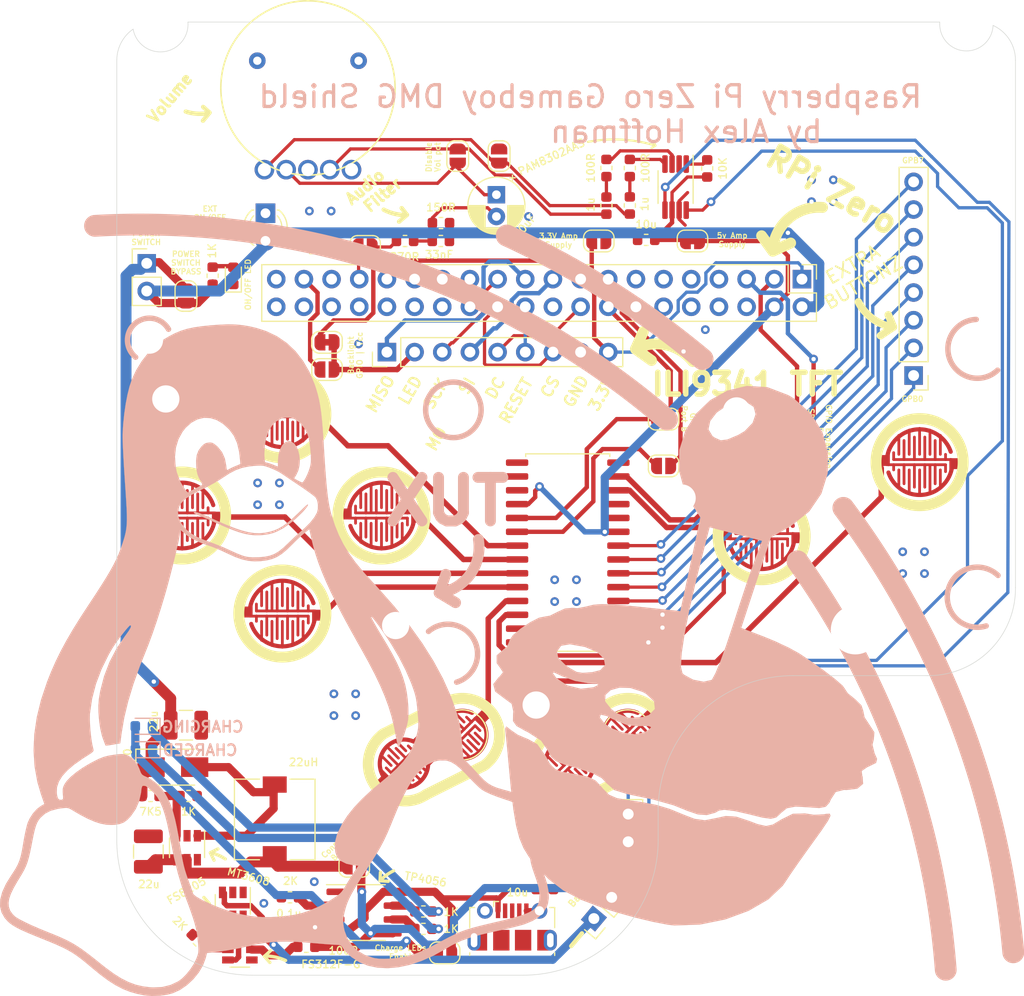
<source format=kicad_pcb>
(kicad_pcb (version 20171130) (host pcbnew 5.1.5)
  (layers (0 F.Cu signal) (31 B.Cu signal) (34 B.Paste user) (35 F.Paste user) (36 B.SilkS user) (37 F.SilkS user) (38 B.Mask user) (39 F.Mask user) (44 Edge.Cuts user))
  (net 0 "")
  (net 1 "Net-(C1-Pad1)")
  (net 2 GND)
  (net 3 +5V)
  (net 4 "Net-(J3-Pad2)")
  (net 5 "Net-(J3-Pad1)")
  (net 6 /A)
  (net 7 /B)
  (net 8 /UP)
  (net 9 /LEFT)
  (net 10 /RIGHT)
  (net 11 /DOWN)
  (net 12 /SELECT)
  (net 13 "Net-(U1-Pad11)")
  (net 14 "Net-(U1-Pad14)")
  (net 15 /START)
  (net 16 +3V3)
  (net 17 "Net-(J5-Pad7)")
  (net 18 "Net-(J5-Pad8)")
  (net 19 "Net-(J5-Pad10)")
  (net 20 "Net-(J5-Pad11)")
  (net 21 "Net-(J5-Pad12)")
  (net 22 "Net-(J5-Pad13)")
  (net 23 "Net-(J5-Pad26)")
  (net 24 "Net-(J5-Pad27)")
  (net 25 "Net-(J5-Pad28)")
  (net 26 "Net-(J5-Pad29)")
  (net 27 "Net-(J5-Pad31)")
  (net 28 "Net-(J5-Pad32)")
  (net 29 "Net-(J5-Pad33)")
  (net 30 "Net-(J5-Pad35)")
  (net 31 "Net-(J5-Pad36)")
  (net 32 "Net-(J5-Pad38)")
  (net 33 "Net-(J5-Pad40)")
  (net 34 /TFT_DC)
  (net 35 /TFT_MOSI)
  (net 36 /TFT_MISO)
  (net 37 /TFT_RESET)
  (net 38 /TFT_SCK)
  (net 39 /TFT_CS)
  (net 40 /GPIO_INTA)
  (net 41 /GPIO_INTB)
  (net 42 /GPIO_SDA)
  (net 43 /GPIO_SCK)
  (net 44 /GPIO_SDA_PI)
  (net 45 /GPIO_SCK_PI)
  (net 46 /GPIO_INTA_PI)
  (net 47 /GPIO_INTB_PI)
  (net 48 /TFT_BACKLIGHT_GPIO)
  (net 49 /TFT_BACKLIGHT)
  (net 50 "Net-(D1-Pad2)")
  (net 51 "Net-(C3-Pad1)")
  (net 52 /TP4056_LIPO_BOOST/BAT-)
  (net 53 "Net-(C4-Pad1)")
  (net 54 "Net-(C5-Pad1)")
  (net 55 "Net-(D3-Pad1)")
  (net 56 "Net-(D3-Pad2)")
  (net 57 "Net-(D4-Pad1)")
  (net 58 "Net-(J7-Pad2)")
  (net 59 "Net-(J7-Pad4)")
  (net 60 "Net-(J7-Pad3)")
  (net 61 /TP4056_LIPO_BOOST/BAT+)
  (net 62 "Net-(D5-Pad2)")
  (net 63 "Net-(R4-Pad2)")
  (net 64 "Net-(R5-Pad1)")
  (net 65 "Net-(R6-Pad1)")
  (net 66 "Net-(R8-Pad1)")
  (net 67 "Net-(U3-Pad4)")
  (net 68 "Net-(U3-Pad3)")
  (net 69 "Net-(U3-Pad1)")
  (net 70 "Net-(U4-Pad2)")
  (net 71 "Net-(U4-Pad5)")
  (net 72 "Net-(U5-Pad6)")
  (net 73 "Net-(R10-Pad1)")
  (net 74 "Net-(J3-Pad3)")
  (net 75 "Net-(J3-Pad4)")
  (net 76 "Net-(J3-Pad5)")
  (net 77 "Net-(J3-Pad6)")
  (net 78 "Net-(J3-Pad7)")
  (net 79 "Net-(J3-Pad8)")
  (net 80 /TP4056_LIPO_BOOST/5V_BOOST)
  (net 81 /PWM_AUDIO_OUT)
  (net 82 "Net-(C7-Pad1)")
  (net 83 "Net-(C7-Pad2)")
  (net 84 "Net-(C8-Pad1)")
  (net 85 /audio/Audio_Vdd)
  (net 86 "Net-(C10-Pad1)")
  (net 87 "Net-(C11-Pad1)")
  (net 88 "Net-(R11-Pad1)")
  (net 89 "Net-(R12-Pad2)")
  (net 90 "Net-(R13-Pad2)")
  (net 91 "Net-(U6-Pad2)")
  (net 92 "Net-(C2-Pad1)")
  (net 93 "Net-(C8-Pad2)")
  (net 94 "Net-(P1-Pad3)")
  (net 95 "Net-(P1-Pad5)")
  (module Capacitor_SMD:C_0603_1608Metric (layer F.Cu) (at 118.3 144.5)
    (fp_text reference C5 hide)
    (fp_text value 10u (at -2.5125 0.3) (layer F.SilkS) (effects (font (size 0.7 0.7) (thickness 0.12))))
    (pad 2 smd roundrect (at 0.7875 0) (size 0.875 0.95) (layers F.Cu F.Paste F.Mask) (net 2 GND))
    (pad 1 smd roundrect (at -0.7875 0) (size 0.875 0.95) (layers F.Cu F.Paste F.Mask) (net 54 "Net-(C5-Pad1)"))
  )
  (module pad:GAMEBOY_BUTTON_PAD-DUAL_D4MM (layer F.Cu) (at 105.5 133)
    (fp_text reference SELECT1 hide)
    (fp_text value SW_Push hide)
    (fp_line (start 0.987369 -1.592737) (end 1.099623 -1.70499) (layer F.Cu) (width 0.0762))
    (fp_line (start 1.324129 -1.70499) (end 1.211876 -1.592737) (layer F.Cu) (width 0.381))
    (fp_line (start 1.436382 -1.592737) (end 1.324129 -1.70499) (layer F.Cu) (width 0.381))
    (fp_arc (start -0.131889 -0.025957) (end 1.436382 -1.592737) (angle 158.962489) (layer F.Cu) (width 0.381))
    (fp_line (start -1.369948 1.662606) (end -1.257695 1.550353) (layer F.Cu) (width 0.0762))
    (fp_line (start -1.594454 1.662606) (end -1.482201 1.550353) (layer F.Cu) (width 0.381))
    (fp_line (start -1.706707 1.550353) (end -1.594454 1.662606) (layer F.Cu) (width 0.381))
    (fp_arc (start -0.138436 -0.016427) (end -1.706707 1.550353) (angle 158.962489) (layer F.Cu) (width 0.381))
    (fp_line (start 1.043496 -1.53661) (end 2.053775 -0.526331) (layer F.Cu) (width 0.254))
    (fp_line (start -0.977062 1.157467) (end -0.528049 1.606479) (layer F.Cu) (width 0.254))
    (fp_line (start 0.594483 2.055492) (end -0.303542 1.157467) (layer F.Cu) (width 0.254))
    (fp_line (start 1.043496 -0.863091) (end 1.492509 -0.414078) (layer F.Cu) (width 0.254))
    (fp_line (start 1.941522 0.708454) (end 1.043496 -0.189572) (layer F.Cu) (width 0.254))
    (fp_line (start 1.380256 1.494226) (end 0.369977 0.483947) (layer F.Cu) (width 0.254))
    (fp_line (start -0.303542 0.483947) (end 0.706736 1.494226) (layer F.Cu) (width 0.254))
    (fp_line (start 0.369977 -0.189572) (end 1.380256 0.820707) (layer F.Cu) (width 0.254))
    (fp_line (start -1.313821 1.494226) (end -2.211847 0.596201) (layer F.Cu) (width 0.254))
    (fp_line (start 0.706736 -1.199851) (end 0.257724 -1.648863) (layer F.Cu) (width 0.254))
    (fp_line (start 0.033217 -1.199851) (end -0.864808 -2.097876) (layer F.Cu) (width 0.254))
    (fp_line (start 0.033217 -0.526331) (end -0.864808 -1.424357) (layer F.Cu) (width 0.254))
    (fp_line (start -0.640302 -0.526331) (end -1.650581 -1.53661) (layer F.Cu) (width 0.254))
    (fp_line (start -0.640302 0.147188) (end -1.538328 -0.750838) (layer F.Cu) (width 0.254))
    (fp_line (start -1.313821 0.147188) (end -2.211847 -0.750838) (layer F.Cu) (width 0.254))
    (fp_line (start -1.313821 0.820707) (end -1.762834 0.371694) (layer F.Cu) (width 0.254))
    (fp_line (start 0.369977 -0.189572) (end 1.043496 -0.863091) (layer F.Cu) (width 0.254))
    (fp_line (start -0.303542 0.483947) (end 0.369977 -0.189572) (layer F.Cu) (width 0.254))
    (fp_line (start -0.977062 1.157467) (end -0.303542 0.483947) (layer F.Cu) (width 0.254))
    (fp_line (start -1.313821 1.494226) (end -0.977062 1.157467) (layer F.Cu) (width 0.254))
    (fp_line (start -0.640302 0.147188) (end -1.313821 0.820707) (layer F.Cu) (width 0.254))
    (fp_line (start 0.033217 -0.526331) (end -0.640302 0.147188) (layer F.Cu) (width 0.254))
    (fp_line (start 0.706736 -1.199851) (end 0.033217 -0.526331) (layer F.Cu) (width 0.254))
    (fp_line (start 1.043496 -1.53661) (end 0.706736 -1.199851) (layer F.Cu) (width 0.254))
    (fp_line (start 5.046458 -2.156053) (end 6.056736 -1.145774) (layer F.Cu) (width 0.254))
    (fp_line (start 7.291522 -1.931546) (end 6.393496 -2.829572) (layer F.Cu) (width 0.254))
    (fp_line (start 6.393496 -4.17661) (end 6.056736 -3.839851) (layer F.Cu) (width 0.254))
    (fp_line (start 4.036179 -1.145774) (end 3.138153 -2.043799) (layer F.Cu) (width 0.254))
    (fp_line (start 5.046458 -2.156053) (end 5.719977 -2.829572) (layer F.Cu) (width 0.254))
    (fp_line (start 5.383217 -3.839851) (end 4.485192 -4.737876) (layer F.Cu) (width 0.254))
    (fp_line (start 6.730256 -1.145774) (end 5.719977 -2.156053) (layer F.Cu) (width 0.254))
    (fp_line (start 4.036179 -1.819293) (end 3.587166 -2.268306) (layer F.Cu) (width 0.254))
    (fp_line (start 3.755546 -0.977394) (end 3.867799 -1.089647) (layer F.Cu) (width 0.381))
    (fp_line (start 3.643293 -1.089647) (end 3.755546 -0.977394) (layer F.Cu) (width 0.381))
    (fp_arc (start 5.211564 -2.656427) (end 3.643293 -1.089647) (angle 158.962489) (layer F.Cu) (width 0.381))
    (fp_line (start 4.709698 -3.166331) (end 3.699419 -4.17661) (layer F.Cu) (width 0.254))
    (fp_line (start 4.709698 -2.492812) (end 3.811672 -3.390838) (layer F.Cu) (width 0.254))
    (fp_line (start 6.393496 -3.503091) (end 6.842509 -3.054078) (layer F.Cu) (width 0.254))
    (fp_line (start 5.944483 -0.584508) (end 5.046458 -1.482533) (layer F.Cu) (width 0.254))
    (fp_line (start 4.372938 -1.482533) (end 4.821951 -1.033521) (layer F.Cu) (width 0.254))
    (fp_line (start 4.036179 -1.145774) (end 4.372938 -1.482533) (layer F.Cu) (width 0.254))
    (fp_line (start 5.383217 -3.166331) (end 4.485192 -4.064357) (layer F.Cu) (width 0.254))
    (fp_line (start 6.786382 -4.232737) (end 6.674129 -4.34499) (layer F.Cu) (width 0.381))
    (fp_arc (start 5.218111 -2.665957) (end 6.786382 -4.232737) (angle 158.962489) (layer F.Cu) (width 0.381))
    (fp_line (start 6.337369 -4.232737) (end 6.449623 -4.34499) (layer F.Cu) (width 0.0762))
    (fp_line (start 6.056736 -3.839851) (end 5.607724 -4.288863) (layer F.Cu) (width 0.254))
    (fp_line (start 5.719977 -2.829572) (end 6.730256 -1.819293) (layer F.Cu) (width 0.254))
    (fp_line (start 6.393496 -4.17661) (end 7.403775 -3.166331) (layer F.Cu) (width 0.254))
    (fp_line (start 6.674129 -4.34499) (end 6.561876 -4.232737) (layer F.Cu) (width 0.381))
    (fp_line (start 3.980052 -0.977394) (end 4.092305 -1.089647) (layer F.Cu) (width 0.0762))
    (fp_line (start 5.383217 -3.166331) (end 4.709698 -2.492812) (layer F.Cu) (width 0.254))
    (fp_line (start 5.719977 -2.829572) (end 6.393496 -3.503091) (layer F.Cu) (width 0.254))
    (fp_line (start 6.056736 -3.839851) (end 5.383217 -3.166331) (layer F.Cu) (width 0.254))
    (fp_line (start 4.372938 -1.482533) (end 5.046458 -2.156053) (layer F.Cu) (width 0.254))
    (fp_line (start 4.036179 -2.492812) (end 3.138153 -3.390838) (layer F.Cu) (width 0.254))
    (fp_line (start 4.709698 -2.492812) (end 4.036179 -1.819293) (layer F.Cu) (width 0.254))
    (fp_line (start 0.75 -2.07) (end 1.29 -2.61) (layer F.Cu) (width 0.3))
    (fp_line (start 1.29 -2.61) (end 3.05 -2.61) (layer F.Cu) (width 0.3))
    (fp_line (start 2.66 -0.48) (end 4.74 -0.48) (layer F.Cu) (width 0.3))
    (fp_line (start 2.13 0.05) (end 2.67 -0.49) (layer F.Cu) (width 0.3))
    (pad 2 smd roundrect (at -2.01 1.65 45) (size 1 1) (layers F.Cu F.Paste F.Mask) (net 2 GND))
    (pad 1 smd roundrect (at 7.16 -4.37 45) (size 1 1) (layers F.Cu F.Paste F.Mask) (net 12 /SELECT))
  )
  (module Jumper:SolderJumper-2_P1.3mm_Bridged_RoundedPad1.0x1.5mm (layer F.Cu) (at 131.85 85 180)
    (fp_text reference JP13 hide)
    (fp_text value SolderJumper_2_Bridged hide)
    (fp_poly (pts (xy 0.25 -0.3) (xy -0.25 -0.3) (xy -0.25 0.3) (xy 0.25 0.3)) (layer F.Cu) (width 0))
    (pad 2 smd custom (at 0.65 0 180) (size 1 0.5) (layers F.Cu F.Mask) (net 85 /audio/Audio_Vdd) (options (clearance outline) (anchor rect)) (primitives (gr_circle (center 0 0.25) (end 0.5 0.25) (width 0)) (gr_circle (center 0 -0.25) (end 0.5 -0.25) (width 0)) (gr_poly (pts (xy 0 -0.75) (xy -0.5 -0.75) (xy -0.5 0.75) (xy 0 0.75)) (width 0))))
    (pad 1 smd custom (at -0.65 0 180) (size 1 0.5) (layers F.Cu F.Mask) (net 3 +5V) (options (clearance outline) (anchor rect)) (primitives (gr_circle (center 0 0.25) (end 0.5 0.25) (width 0)) (gr_circle (center 0 -0.25) (end 0.5 -0.25) (width 0)) (gr_poly (pts (xy 0 -0.75) (xy 0.5 -0.75) (xy 0.5 0.75) (xy 0 0.75)) (width 0))))
  )
  (module Package_SO:MSOP-8_3x3mm_P0.65mm (layer F.Cu) (at 130.3 80.05 270)
    (fp_text reference U6 hide)
    (fp_text value PAM8302AAS (at -2.75 11.4 205) (layer F.SilkS) (effects (font (size 0.7 0.7) (thickness 0.12))))
    (pad 1 smd roundrect (at -2.1125 -0.975 270) (size 1.625 0.5) (layers F.Cu F.Paste F.Mask) (net 90 "Net-(R13-Pad2)"))
    (pad 2 smd roundrect (at -2.1125 -0.325 270) (size 1.625 0.5) (layers F.Cu F.Paste F.Mask) (net 91 "Net-(U6-Pad2)"))
    (pad 3 smd roundrect (at -2.1125 0.325 270) (size 1.625 0.5) (layers F.Cu F.Paste F.Mask) (net 88 "Net-(R11-Pad1)"))
    (pad 4 smd roundrect (at -2.1125 0.975 270) (size 1.625 0.5) (layers F.Cu F.Paste F.Mask) (net 89 "Net-(R12-Pad2)"))
    (pad 5 smd roundrect (at 2.1125 0.975 270) (size 1.625 0.5) (layers F.Cu F.Paste F.Mask) (net 86 "Net-(C10-Pad1)"))
    (pad 6 smd roundrect (at 2.1125 0.325 270) (size 1.625 0.5) (layers F.Cu F.Paste F.Mask) (net 85 /audio/Audio_Vdd))
    (pad 7 smd roundrect (at 2.1125 -0.325 270) (size 1.625 0.5) (layers F.Cu F.Paste F.Mask) (net 2 GND))
    (pad 8 smd roundrect (at 2.1125 -0.975 270) (size 1.625 0.5) (layers F.Cu F.Paste F.Mask) (net 87 "Net-(C11-Pad1)"))
  )
  (module Capacitor_SMD:C_0603_1608Metric (layer F.Cu) (at 121.2125 138.1 180)
    (fp_text reference C11 hide)
    (fp_text value 220p (at -0.0375 -1.5) (layer F.SilkS) (effects (font (size 0.7 0.7) (thickness 0.12))))
    (pad 1 smd roundrect (at -0.7875 0 180) (size 0.875 0.95) (layers F.Cu F.Paste F.Mask) (net 87 "Net-(C11-Pad1)"))
    (pad 2 smd roundrect (at 0.7875 0 180) (size 0.875 0.95) (layers F.Cu F.Paste F.Mask) (net 2 GND))
  )
  (module Capacitor_SMD:C_0603_1608Metric (layer F.Cu) (at 121.2125 141.05 180)
    (fp_text reference C10 hide)
    (fp_text value 220p (at 0 -1.45) (layer F.SilkS) (effects (font (size 0.7 0.7) (thickness 0.12))))
    (pad 1 smd roundrect (at -0.7875 0 180) (size 0.875 0.95) (layers F.Cu F.Paste F.Mask) (net 86 "Net-(C10-Pad1)"))
    (pad 2 smd roundrect (at 0.7875 0 180) (size 0.875 0.95) (layers F.Cu F.Paste F.Mask) (net 2 GND))
  )
  (module Capacitor_SMD:C_0603_1608Metric (layer F.Cu) (at 126.1 81.7375 270)
    (fp_text reference C8 hide)
    (fp_text value 1u (at -0.0875 3.6 90) (layer F.SilkS) (effects (font (size 0.7 0.7) (thickness 0.12))))
    (pad 2 smd roundrect (at 0.7875 0 270) (size 0.875 0.95) (layers F.Cu F.Paste F.Mask) (net 93 "Net-(C8-Pad2)"))
    (pad 1 smd roundrect (at -0.7875 0 270) (size 0.875 0.95) (layers F.Cu F.Paste F.Mask) (net 84 "Net-(C8-Pad1)"))
  )
  (module Jumper:SolderJumper-2_P1.3mm_Open_RoundedPad1.0x1.5mm (layer F.Cu) (at 123.25 85 180)
    (fp_text reference JP12 hide)
    (fp_text value SolderJumper_2_Open hide)
    (pad 2 smd custom (at 0.65 0 180) (size 1 0.5) (layers F.Cu F.Mask) (net 16 +3V3) (options (clearance outline) (anchor rect)) (primitives (gr_circle (center 0 0.25) (end 0.5 0.25) (width 0)) (gr_circle (center 0 -0.25) (end 0.5 -0.25) (width 0)) (gr_poly (pts (xy 0 -0.75) (xy -0.5 -0.75) (xy -0.5 0.75) (xy 0 0.75)) (width 0))))
    (pad 1 smd custom (at -0.65 0 180) (size 1 0.5) (layers F.Cu F.Mask) (net 85 /audio/Audio_Vdd) (options (clearance outline) (anchor rect)) (primitives (gr_circle (center 0 0.25) (end 0.5 0.25) (width 0)) (gr_circle (center 0 -0.25) (end 0.5 -0.25) (width 0)) (gr_poly (pts (xy 0 -0.75) (xy 0.5 -0.75) (xy 0.5 0.75) (xy 0 0.75)) (width 0))))
  )
  (module Capacitor_SMD:C_0603_1608Metric (layer F.Cu) (at 127.6 84.9 180)
    (fp_text reference C9 hide)
    (fp_text value 10u (at 0 1.43) (layer F.SilkS) (effects (font (size 0.7 0.7) (thickness 0.12))))
    (pad 2 smd roundrect (at 0.7875 0 180) (size 0.875 0.95) (layers F.Cu F.Paste F.Mask) (net 2 GND))
    (pad 1 smd roundrect (at -0.7875 0 180) (size 0.875 0.95) (layers F.Cu F.Paste F.Mask) (net 85 /audio/Audio_Vdd))
  )
  (module Jumper:SolderJumper-2_P1.3mm_Open_RoundedPad1.0x1.5mm (layer F.Cu) (at 110.3 77.2 270)
    (fp_text reference JP10 hide)
    (fp_text value SolderJumper_2_Open hide)
    (pad 2 smd custom (at 0.65 0 270) (size 1 0.5) (layers F.Cu F.Mask) (net 92 "Net-(C2-Pad1)") (options (clearance outline) (anchor rect)) (primitives (gr_circle (center 0 0.25) (end 0.5 0.25) (width 0)) (gr_circle (center 0 -0.25) (end 0.5 -0.25) (width 0)) (gr_poly (pts (xy 0 -0.75) (xy -0.5 -0.75) (xy -0.5 0.75) (xy 0 0.75)) (width 0))))
    (pad 1 smd custom (at -0.65 0 270) (size 1 0.5) (layers F.Cu F.Mask) (net 82 "Net-(C7-Pad1)") (options (clearance outline) (anchor rect)) (primitives (gr_circle (center 0 0.25) (end 0.5 0.25) (width 0)) (gr_circle (center 0 -0.25) (end 0.5 -0.25) (width 0)) (gr_poly (pts (xy 0 -0.75) (xy 0.5 -0.75) (xy 0.5 0.75) (xy 0 0.75)) (width 0))))
  )
  (module Capacitor_SMD:C_0603_1608Metric (layer F.Cu) (at 123.95 81.75 90)
    (fp_text reference C7 hide)
    (fp_text value 1u (at 0.15 3.5 90) (layer F.SilkS) (effects (font (size 0.7 0.7) (thickness 0.12))))
    (pad 1 smd roundrect (at -0.7875 0 90) (size 0.875 0.95) (layers F.Cu F.Paste F.Mask) (net 82 "Net-(C7-Pad1)"))
    (pad 2 smd roundrect (at 0.7875 0 90) (size 0.875 0.95) (layers F.Cu F.Paste F.Mask) (net 83 "Net-(C7-Pad2)"))
  )
  (module Resistor_SMD:R_0603_1608Metric (layer F.Cu) (at 123.95 78.3 270)
    (fp_text reference R11 hide)
    (fp_text value 100R (at 0 1.43 90) (layer F.SilkS) (effects (font (size 0.7 0.7) (thickness 0.12))))
    (pad 1 smd roundrect (at -0.7875 0 270) (size 0.875 0.95) (layers F.Cu F.Paste F.Mask) (net 88 "Net-(R11-Pad1)"))
    (pad 2 smd roundrect (at 0.7875 0 270) (size 0.875 0.95) (layers F.Cu F.Paste F.Mask) (net 83 "Net-(C7-Pad2)"))
  )
  (module Resistor_SMD:R_0603_1608Metric (layer F.Cu) (at 126.1 78.3 90)
    (fp_text reference R12 hide)
    (fp_text value 100R (at 0 1.43 90) (layer F.SilkS) (effects (font (size 0.7 0.7) (thickness 0.12))))
    (pad 1 smd roundrect (at -0.7875 0 90) (size 0.875 0.95) (layers F.Cu F.Paste F.Mask) (net 84 "Net-(C8-Pad1)"))
    (pad 2 smd roundrect (at 0.7875 0 90) (size 0.875 0.95) (layers F.Cu F.Paste F.Mask) (net 89 "Net-(R12-Pad2)"))
  )
  (module Resistor_SMD:R_0603_1608Metric (layer F.Cu) (at 133.2 78.3375 90)
    (fp_text reference R13 hide)
    (fp_text value 10K (at 0 1.43 90) (layer F.SilkS) (effects (font (size 0.7 0.7) (thickness 0.12))))
    (pad 2 smd roundrect (at 0.7875 0 90) (size 0.875 0.95) (layers F.Cu F.Paste F.Mask) (net 90 "Net-(R13-Pad2)"))
    (pad 1 smd roundrect (at -0.7875 0 90) (size 0.875 0.95) (layers F.Cu F.Paste F.Mask) (net 85 /audio/Audio_Vdd))
  )
  (module Resistor_SMD:R_0603_1608Metric (layer F.Cu) (at 87.8 88.1875 90)
    (fp_text reference R1 hide)
    (fp_text value 1K (at 2.2875 -0.05 90) (layer F.SilkS) (effects (font (size 0.7 0.7) (thickness 0.12))))
    (pad 1 smd roundrect (at -0.7875 0 90) (size 0.875 0.95) (layers F.Cu F.Paste F.Mask) (net 3 +5V))
    (pad 2 smd roundrect (at 0.7875 0 90) (size 0.875 0.95) (layers F.Cu F.Paste F.Mask) (net 50 "Net-(D1-Pad2)"))
  )
  (module Connector_USB:USB_Micro-B_Molex-105017-0001 (layer F.Cu) (at 115.3 147.95)
    (fp_text reference J7 hide)
    (fp_text value USB_B_Micro hide)
    (pad 6 smd rect (at 1 1.2375) (size 1.5 1.9) (layers F.Cu F.Paste F.Mask) (net 2 GND))
    (pad 6 thru_hole circle (at -2.5 -1.4625) (size 1.45 1.45) (drill 0.85) (layers *.Cu *.Mask) (net 2 GND))
    (pad 2 smd rect (at -0.65 -1.4625) (size 0.4 1.35) (layers F.Cu F.Paste F.Mask) (net 58 "Net-(J7-Pad2)"))
    (pad 1 smd rect (at -1.3 -1.4625) (size 0.4 1.35) (layers F.Cu F.Paste F.Mask) (net 54 "Net-(C5-Pad1)"))
    (pad 5 smd rect (at 1.3 -1.4625) (size 0.4 1.35) (layers F.Cu F.Paste F.Mask) (net 2 GND))
    (pad 4 smd rect (at 0.65 -1.4625) (size 0.4 1.35) (layers F.Cu F.Paste F.Mask) (net 59 "Net-(J7-Pad4)"))
    (pad 3 smd rect (at 0 -1.4625) (size 0.4 1.35) (layers F.Cu F.Paste F.Mask) (net 60 "Net-(J7-Pad3)"))
    (pad 6 thru_hole circle (at 2.5 -1.4625) (size 1.45 1.45) (drill 0.85) (layers *.Cu *.Mask) (net 2 GND))
    (pad 6 smd rect (at -1 1.2375) (size 1.5 1.9) (layers F.Cu F.Paste F.Mask) (net 2 GND))
    (pad 6 thru_hole oval (at -3.5 1.2375 180) (size 1.2 1.9) (drill oval 0.6 1.3) (layers *.Cu *.Mask) (net 2 GND))
    (pad 6 thru_hole oval (at 3.5 1.2375) (size 1.2 1.9) (drill oval 0.6 1.3) (layers *.Cu *.Mask) (net 2 GND))
    (pad 6 smd rect (at 2.9 1.2375) (size 1.2 1.9) (layers F.Cu F.Mask) (net 2 GND))
    (pad 6 smd rect (at -2.9 1.2375) (size 1.2 1.9) (layers F.Cu F.Mask) (net 2 GND))
  )
  (module Diode_SMD:D_SMA (layer F.Cu) (at 84.15 133.3)
    (fp_text reference D5 hide)
    (fp_text value SS310 (at -4.15 -0.05 90) (layer F.SilkS) (effects (font (size 0.7 0.7) (thickness 0.12))))
    (pad 1 smd rect (at -2 0) (size 2.5 1.8) (layers F.Cu F.Paste F.Mask) (net 80 /TP4056_LIPO_BOOST/5V_BOOST))
    (pad 2 smd rect (at 2 0) (size 2.5 1.8) (layers F.Cu F.Paste F.Mask) (net 62 "Net-(D5-Pad2)"))
  )
  (module pad:RetroPie_logo (layer B.Cu) (at 132.5 122.9 165)
    (fp_text reference G*** hide)
    (fp_text value LOGO hide)
  )
  (module MountingHole:MountingHole_2.5mm (layer F.Cu) (at 135.9 100.6)
    (fp_text reference REF** hide)
    (fp_text value MountingHole_2.5mm hide)
    (pad 1 np_thru_hole circle (at 0 0) (size 2.5 2.5) (drill 2.5) (layers *.Cu *.Mask))
  )
  (module MountingHole:MountingHole_2.5mm (layer F.Cu) (at 159.2 108.6)
    (fp_text reference REF** hide)
    (fp_text value MountingHole_2.5mm hide)
    (pad 1 np_thru_hole circle (at 0 0) (size 2.5 2.5) (drill 2.5) (layers *.Cu *.Mask))
  )
  (module Package_SO:SOIC-28W_7.5x17.9mm_P1.27mm (layer F.Cu) (at 120.4 113.6 180)
    (fp_text reference U1 hide)
    (fp_text value MCP23017_SO hide)
    (pad 28 smd roundrect (at 4.65 -8.255 180) (size 2.05 0.6) (layers F.Cu F.Paste F.Mask) (net 6 /A))
    (pad 27 smd roundrect (at 4.65 -6.985 180) (size 2.05 0.6) (layers F.Cu F.Paste F.Mask) (net 7 /B))
    (pad 26 smd roundrect (at 4.65 -5.715 180) (size 2.05 0.6) (layers F.Cu F.Paste F.Mask) (net 15 /START))
    (pad 25 smd roundrect (at 4.65 -4.445 180) (size 2.05 0.6) (layers F.Cu F.Paste F.Mask) (net 12 /SELECT))
    (pad 24 smd roundrect (at 4.65 -3.175 180) (size 2.05 0.6) (layers F.Cu F.Paste F.Mask) (net 11 /DOWN))
    (pad 23 smd roundrect (at 4.65 -1.905 180) (size 2.05 0.6) (layers F.Cu F.Paste F.Mask) (net 9 /LEFT))
    (pad 22 smd roundrect (at 4.65 -0.635 180) (size 2.05 0.6) (layers F.Cu F.Paste F.Mask) (net 10 /RIGHT))
    (pad 21 smd roundrect (at 4.65 0.635 180) (size 2.05 0.6) (layers F.Cu F.Paste F.Mask) (net 8 /UP))
    (pad 20 smd roundrect (at 4.65 1.905 180) (size 2.05 0.6) (layers F.Cu F.Paste F.Mask) (net 40 /GPIO_INTA))
    (pad 19 smd roundrect (at 4.65 3.175 180) (size 2.05 0.6) (layers F.Cu F.Paste F.Mask) (net 41 /GPIO_INTB))
    (pad 18 smd roundrect (at 4.65 4.445 180) (size 2.05 0.6) (layers F.Cu F.Paste F.Mask) (net 3 +5V))
    (pad 17 smd roundrect (at 4.65 5.715 180) (size 2.05 0.6) (layers F.Cu F.Paste F.Mask) (net 2 GND))
    (pad 16 smd roundrect (at 4.65 6.985 180) (size 2.05 0.6) (layers F.Cu F.Paste F.Mask) (net 2 GND))
    (pad 15 smd roundrect (at 4.65 8.255 180) (size 2.05 0.6) (layers F.Cu F.Paste F.Mask) (net 2 GND))
    (pad 14 smd roundrect (at -4.65 8.255 180) (size 2.05 0.6) (layers F.Cu F.Paste F.Mask) (net 14 "Net-(U1-Pad14)"))
    (pad 13 smd roundrect (at -4.65 6.985 180) (size 2.05 0.6) (layers F.Cu F.Paste F.Mask) (net 42 /GPIO_SDA))
    (pad 12 smd roundrect (at -4.65 5.715 180) (size 2.05 0.6) (layers F.Cu F.Paste F.Mask) (net 43 /GPIO_SCK))
    (pad 11 smd roundrect (at -4.65 4.445 180) (size 2.05 0.6) (layers F.Cu F.Paste F.Mask) (net 13 "Net-(U1-Pad11)"))
    (pad 10 smd roundrect (at -4.65 3.175 180) (size 2.05 0.6) (layers F.Cu F.Paste F.Mask) (net 2 GND))
    (pad 9 smd roundrect (at -4.65 1.905 180) (size 2.05 0.6) (layers F.Cu F.Paste F.Mask) (net 3 +5V))
    (pad 8 smd roundrect (at -4.65 0.635 180) (size 2.05 0.6) (layers F.Cu F.Paste F.Mask) (net 79 "Net-(J3-Pad8)"))
    (pad 7 smd roundrect (at -4.65 -0.635 180) (size 2.05 0.6) (layers F.Cu F.Paste F.Mask) (net 78 "Net-(J3-Pad7)"))
    (pad 6 smd roundrect (at -4.65 -1.905 180) (size 2.05 0.6) (layers F.Cu F.Paste F.Mask) (net 77 "Net-(J3-Pad6)"))
    (pad 5 smd roundrect (at -4.65 -3.175 180) (size 2.05 0.6) (layers F.Cu F.Paste F.Mask) (net 76 "Net-(J3-Pad5)"))
    (pad 4 smd roundrect (at -4.65 -4.445 180) (size 2.05 0.6) (layers F.Cu F.Paste F.Mask) (net 75 "Net-(J3-Pad4)"))
    (pad 3 smd roundrect (at -4.65 -5.715 180) (size 2.05 0.6) (layers F.Cu F.Paste F.Mask) (net 74 "Net-(J3-Pad3)"))
    (pad 2 smd roundrect (at -4.65 -6.985 180) (size 2.05 0.6) (layers F.Cu F.Paste F.Mask) (net 4 "Net-(J3-Pad2)"))
    (pad 1 smd roundrect (at -4.65 -8.255 180) (size 2.05 0.6) (layers F.Cu F.Paste F.Mask) (net 5 "Net-(J3-Pad1)"))
  )
  (module pad:Tux (layer B.Cu) (at 91.5 122.95 185)
    (fp_text reference G*** hide)
    (fp_text value LOGO hide)
  )
  (module MountingHole:MountingHole_4.5mm (layer F.Cu) (at 83.5 78.4)
    (fp_text reference REF** hide)
    (fp_text value MountingHole_4.5mm hide)
    (pad "" np_thru_hole circle (at -1 -1.3) (size 4.5 4.5) (drill 4.5) (layers *.Cu *.Mask))
  )
  (module MountingHole:MountingHole_4.5mm (layer F.Cu) (at 157.5 78.4)
    (fp_text reference REF** hide)
    (fp_text value MountingHole_4.5mm hide)
    (pad "" np_thru_hole circle (at 0 -1.3) (size 4.5 4.5) (drill 4.5) (layers *.Cu *.Mask))
  )
  (module MountingHole:MountingHole_4.5mm (layer F.Cu) (at 92.9 130.9)
    (fp_text reference REF** hide)
    (fp_text value MountingHole_4.5mm hide)
    (pad 1 np_thru_hole circle (at 0 0) (size 4.5 4.5) (drill 4.5) (layers *.Cu *.Mask))
  )
  (module MountingHole:MountingHole_2.5mm (layer F.Cu) (at 117.5 127.6)
    (fp_text reference REF** hide)
    (fp_text value MountingHole_2.5mm hide)
    (pad 1 np_thru_hole circle (at 0 0) (size 2.5 2.5) (drill 2.5) (layers *.Cu *.Mask))
  )
  (module MountingHole:MountingHole_2.5mm (layer F.Cu) (at 104.6 120.3)
    (fp_text reference REF** hide)
    (fp_text value MountingHole_2.5mm hide)
    (pad 1 np_thru_hole circle (at 0 0) (size 2.5 2.5) (drill 2.5) (layers *.Cu *.Mask))
  )
  (module MountingHole:MountingHole_2.5mm (layer F.Cu) (at 109.4 122.9)
    (fp_text reference REF** hide)
    (fp_text value MountingHole_2.5mm hide)
    (pad 1 np_thru_hole circle (at 0 0) (size 2.5 2.5) (drill 2.5) (layers *.Cu *.Mask))
  )
  (module MountingHole:MountingHole_4.5mm (layer F.Cu) (at 146.8 120.7)
    (fp_text reference REF** hide)
    (fp_text value MountingHole_4.5mm hide)
    (pad 1 np_thru_hole circle (at 0 0) (size 4.5 4.5) (drill 4.5) (layers *.Cu *.Mask))
  )
  (module MountingHole:MountingHole_2.5mm (layer F.Cu) (at 130.9 108.6)
    (fp_text reference REF** hide)
    (fp_text value MountingHole_2.5mm hide)
    (pad 1 np_thru_hole circle (at 0 0) (size 2.5 2.5) (drill 2.5) (layers *.Cu *.Mask))
  )
  (module MountingHole:MountingHole_2.5mm (layer F.Cu) (at 109.9 100.5)
    (fp_text reference REF** hide)
    (fp_text value MountingHole_2.5mm hide)
    (pad 1 np_thru_hole circle (at 0 0) (size 2.5 2.5) (drill 2.5) (layers *.Cu *.Mask))
  )
  (module MountingHole:MountingHole_2.5mm (layer F.Cu) (at 83.5 99.5)
    (fp_text reference REF** hide)
    (fp_text value MountingHole_2.5mm hide)
    (pad 1 np_thru_hole circle (at 0 0) (size 2.5 2.5) (drill 2.5) (layers *.Cu *.Mask))
  )
  (module MountingHole:MountingHole_2.5mm (layer F.Cu) (at 82 94.1)
    (fp_text reference REF** hide)
    (fp_text value MountingHole_2.5mm hide)
    (pad 1 np_thru_hole circle (at 0 0) (size 2.5 2.5) (drill 2.5) (layers *.Cu *.Mask))
  )
  (module MountingHole:MountingHole_2.5mm (layer F.Cu) (at 158 117.7)
    (fp_text reference REF** hide)
    (fp_text value MountingHole_2.5mm hide)
    (pad 1 np_thru_hole circle (at 0 0) (size 2.5 2.5) (drill 2.5) (layers *.Cu *.Mask))
  )
  (module MountingHole:MountingHole_2.5mm (layer F.Cu) (at 158 94.9)
    (fp_text reference REF** hide)
    (fp_text value MountingHole_2.5mm hide)
    (pad 1 np_thru_hole circle (at 0 0) (size 2.5 2.5) (drill 2.5) (layers *.Cu *.Mask))
  )
  (module Connector_PinHeader_2.54mm:PinHeader_2x20_P2.54mm_Vertical (layer F.Cu) (at 141.9 88.5 270)
    (fp_text reference J5 hide)
    (fp_text value Raspberry_Pi_2_3 hide)
    (pad 40 thru_hole oval (at 2.54 48.26 270) (size 1.7 1.7) (drill 1) (layers *.Cu *.Mask) (net 33 "Net-(J5-Pad40)"))
    (pad 39 thru_hole oval (at 0 48.26 270) (size 1.7 1.7) (drill 1) (layers *.Cu *.Mask) (net 2 GND))
    (pad 38 thru_hole oval (at 2.54 45.72 270) (size 1.7 1.7) (drill 1) (layers *.Cu *.Mask) (net 32 "Net-(J5-Pad38)"))
    (pad 37 thru_hole oval (at 0 45.72 270) (size 1.7 1.7) (drill 1) (layers *.Cu *.Mask) (net 48 /TFT_BACKLIGHT_GPIO))
    (pad 36 thru_hole oval (at 2.54 43.18 270) (size 1.7 1.7) (drill 1) (layers *.Cu *.Mask) (net 31 "Net-(J5-Pad36)"))
    (pad 35 thru_hole oval (at 0 43.18 270) (size 1.7 1.7) (drill 1) (layers *.Cu *.Mask) (net 30 "Net-(J5-Pad35)"))
    (pad 34 thru_hole oval (at 2.54 40.64 270) (size 1.7 1.7) (drill 1) (layers *.Cu *.Mask) (net 2 GND))
    (pad 33 thru_hole oval (at 0 40.64 270) (size 1.7 1.7) (drill 1) (layers *.Cu *.Mask) (net 29 "Net-(J5-Pad33)"))
    (pad 32 thru_hole oval (at 2.54 38.1 270) (size 1.7 1.7) (drill 1) (layers *.Cu *.Mask) (net 28 "Net-(J5-Pad32)"))
    (pad 31 thru_hole oval (at 0 38.1 270) (size 1.7 1.7) (drill 1) (layers *.Cu *.Mask) (net 27 "Net-(J5-Pad31)"))
    (pad 30 thru_hole oval (at 2.54 35.56 270) (size 1.7 1.7) (drill 1) (layers *.Cu *.Mask) (net 2 GND))
    (pad 29 thru_hole oval (at 0 35.56 270) (size 1.7 1.7) (drill 1) (layers *.Cu *.Mask) (net 26 "Net-(J5-Pad29)"))
    (pad 28 thru_hole oval (at 2.54 33.02 270) (size 1.7 1.7) (drill 1) (layers *.Cu *.Mask) (net 25 "Net-(J5-Pad28)"))
    (pad 27 thru_hole oval (at 0 33.02 270) (size 1.7 1.7) (drill 1) (layers *.Cu *.Mask) (net 24 "Net-(J5-Pad27)"))
    (pad 26 thru_hole oval (at 2.54 30.48 270) (size 1.7 1.7) (drill 1) (layers *.Cu *.Mask) (net 23 "Net-(J5-Pad26)"))
    (pad 25 thru_hole oval (at 0 30.48 270) (size 1.7 1.7) (drill 1) (layers *.Cu *.Mask) (net 2 GND))
    (pad 24 thru_hole oval (at 2.54 27.94 270) (size 1.7 1.7) (drill 1) (layers *.Cu *.Mask) (net 39 /TFT_CS))
    (pad 23 thru_hole oval (at 0 27.94 270) (size 1.7 1.7) (drill 1) (layers *.Cu *.Mask) (net 38 /TFT_SCK))
    (pad 22 thru_hole oval (at 2.54 25.4 270) (size 1.7 1.7) (drill 1) (layers *.Cu *.Mask) (net 37 /TFT_RESET))
    (pad 21 thru_hole oval (at 0 25.4 270) (size 1.7 1.7) (drill 1) (layers *.Cu *.Mask) (net 36 /TFT_MISO))
    (pad 20 thru_hole oval (at 2.54 22.86 270) (size 1.7 1.7) (drill 1) (layers *.Cu *.Mask) (net 2 GND))
    (pad 19 thru_hole oval (at 0 22.86 270) (size 1.7 1.7) (drill 1) (layers *.Cu *.Mask) (net 35 /TFT_MOSI))
    (pad 18 thru_hole oval (at 2.54 20.32 270) (size 1.7 1.7) (drill 1) (layers *.Cu *.Mask) (net 34 /TFT_DC))
    (pad 17 thru_hole oval (at 0 20.32 270) (size 1.7 1.7) (drill 1) (layers *.Cu *.Mask) (net 16 +3V3))
    (pad 16 thru_hole oval (at 2.54 17.78 270) (size 1.7 1.7) (drill 1) (layers *.Cu *.Mask) (net 47 /GPIO_INTB_PI))
    (pad 15 thru_hole oval (at 0 17.78 270) (size 1.7 1.7) (drill 1) (layers *.Cu *.Mask) (net 46 /GPIO_INTA_PI))
    (pad 14 thru_hole oval (at 2.54 15.24 270) (size 1.7 1.7) (drill 1) (layers *.Cu *.Mask) (net 2 GND))
    (pad 13 thru_hole oval (at 0 15.24 270) (size 1.7 1.7) (drill 1) (layers *.Cu *.Mask) (net 22 "Net-(J5-Pad13)"))
    (pad 12 thru_hole oval (at 2.54 12.7 270) (size 1.7 1.7) (drill 1) (layers *.Cu *.Mask) (net 21 "Net-(J5-Pad12)"))
    (pad 11 thru_hole oval (at 0 12.7 270) (size 1.7 1.7) (drill 1) (layers *.Cu *.Mask) (net 20 "Net-(J5-Pad11)"))
    (pad 10 thru_hole oval (at 2.54 10.16 270) (size 1.7 1.7) (drill 1) (layers *.Cu *.Mask) (net 19 "Net-(J5-Pad10)"))
    (pad 9 thru_hole oval (at 0 10.16 270) (size 1.7 1.7) (drill 1) (layers *.Cu *.Mask) (net 2 GND))
    (pad 8 thru_hole oval (at 2.54 7.62 270) (size 1.7 1.7) (drill 1) (layers *.Cu *.Mask) (net 18 "Net-(J5-Pad8)"))
    (pad 7 thru_hole oval (at 0 7.62 270) (size 1.7 1.7) (drill 1) (layers *.Cu *.Mask) (net 17 "Net-(J5-Pad7)"))
    (pad 6 thru_hole oval (at 2.54 5.08 270) (size 1.7 1.7) (drill 1) (layers *.Cu *.Mask) (net 2 GND))
    (pad 5 thru_hole oval (at 0 5.08 270) (size 1.7 1.7) (drill 1) (layers *.Cu *.Mask) (net 45 /GPIO_SCK_PI))
    (pad 4 thru_hole oval (at 2.54 2.54 270) (size 1.7 1.7) (drill 1) (layers *.Cu *.Mask) (net 3 +5V))
    (pad 3 thru_hole oval (at 0 2.54 270) (size 1.7 1.7) (drill 1) (layers *.Cu *.Mask) (net 44 /GPIO_SDA_PI))
    (pad 2 thru_hole oval (at 2.54 0 270) (size 1.7 1.7) (drill 1) (layers *.Cu *.Mask) (net 3 +5V))
    (pad 1 thru_hole rect (at 0 0 270) (size 1.7 1.7) (drill 1) (layers *.Cu *.Mask) (net 16 +3V3))
  )
  (module Connector_PinHeader_2.54mm:PinHeader_1x09_P2.54mm_Vertical (layer F.Cu) (at 103.8 95.2 90)
    (fp_text reference J6 hide)
    (fp_text value Conn_01x09 hide)
    (pad 9 thru_hole oval (at 0 20.32 90) (size 1.7 1.7) (drill 1) (layers *.Cu *.Mask) (net 16 +3V3))
    (pad 8 thru_hole oval (at 0 17.78 90) (size 1.7 1.7) (drill 1) (layers *.Cu *.Mask) (net 2 GND))
    (pad 7 thru_hole oval (at 0 15.24 90) (size 1.7 1.7) (drill 1) (layers *.Cu *.Mask) (net 39 /TFT_CS))
    (pad 6 thru_hole oval (at 0 12.7 90) (size 1.7 1.7) (drill 1) (layers *.Cu *.Mask) (net 37 /TFT_RESET))
    (pad 5 thru_hole oval (at 0 10.16 90) (size 1.7 1.7) (drill 1) (layers *.Cu *.Mask) (net 34 /TFT_DC))
    (pad 4 thru_hole oval (at 0 7.62 90) (size 1.7 1.7) (drill 1) (layers *.Cu *.Mask) (net 35 /TFT_MOSI))
    (pad 3 thru_hole oval (at 0 5.08 90) (size 1.7 1.7) (drill 1) (layers *.Cu *.Mask) (net 38 /TFT_SCK))
    (pad 2 thru_hole oval (at 0 2.54 90) (size 1.7 1.7) (drill 1) (layers *.Cu *.Mask) (net 49 /TFT_BACKLIGHT))
    (pad 1 thru_hole rect (at 0 0 90) (size 1.7 1.7) (drill 1) (layers *.Cu *.Mask) (net 36 /TFT_MISO))
  )
  (module Jumper:SolderJumper-2_P1.3mm_Open_RoundedPad1.0x1.5mm (layer F.Cu) (at 140.8 105.3 180)
    (fp_text reference JP2 hide)
    (fp_text value SolderJumper_2_Open hide)
    (pad 2 smd custom (at 0.65 0 180) (size 1 0.5) (layers F.Cu F.Mask) (net 43 /GPIO_SCK) (options (clearance outline) (anchor rect)) (primitives (gr_circle (center 0 0.25) (end 0.5 0.25) (width 0)) (gr_circle (center 0 -0.25) (end 0.5 -0.25) (width 0)) (gr_poly (pts (xy 0 -0.75) (xy -0.5 -0.75) (xy -0.5 0.75) (xy 0 0.75)) (width 0))))
    (pad 1 smd custom (at -0.65 0 180) (size 1 0.5) (layers F.Cu F.Mask) (net 45 /GPIO_SCK_PI) (options (clearance outline) (anchor rect)) (primitives (gr_circle (center 0 0.25) (end 0.5 0.25) (width 0)) (gr_circle (center 0 -0.25) (end 0.5 -0.25) (width 0)) (gr_poly (pts (xy 0 -0.75) (xy 0.5 -0.75) (xy 0.5 0.75) (xy 0 0.75)) (width 0))))
  )
  (module Jumper:SolderJumper-2_P1.3mm_Open_RoundedPad1.0x1.5mm (layer F.Cu) (at 140.8 101.25 180)
    (fp_text reference JP3 hide)
    (fp_text value SolderJumper_2_Open hide)
    (pad 2 smd custom (at 0.65 0 180) (size 1 0.5) (layers F.Cu F.Mask) (net 42 /GPIO_SDA) (options (clearance outline) (anchor rect)) (primitives (gr_circle (center 0 0.25) (end 0.5 0.25) (width 0)) (gr_circle (center 0 -0.25) (end 0.5 -0.25) (width 0)) (gr_poly (pts (xy 0 -0.75) (xy -0.5 -0.75) (xy -0.5 0.75) (xy 0 0.75)) (width 0))))
    (pad 1 smd custom (at -0.65 0 180) (size 1 0.5) (layers F.Cu F.Mask) (net 44 /GPIO_SDA_PI) (options (clearance outline) (anchor rect)) (primitives (gr_circle (center 0 0.25) (end 0.5 0.25) (width 0)) (gr_circle (center 0 -0.25) (end 0.5 -0.25) (width 0)) (gr_poly (pts (xy 0 -0.75) (xy 0.5 -0.75) (xy 0.5 0.75) (xy 0 0.75)) (width 0))))
  )
  (module Jumper:SolderJumper-2_P1.3mm_Open_RoundedPad1.0x1.5mm (layer F.Cu) (at 129.2 101.35 180)
    (fp_text reference JP4 hide)
    (fp_text value SolderJumper_2_Open hide)
    (pad 2 smd custom (at 0.65 0 180) (size 1 0.5) (layers F.Cu F.Mask) (net 41 /GPIO_INTB) (options (clearance outline) (anchor rect)) (primitives (gr_circle (center 0 0.25) (end 0.5 0.25) (width 0)) (gr_circle (center 0 -0.25) (end 0.5 -0.25) (width 0)) (gr_poly (pts (xy 0 -0.75) (xy -0.5 -0.75) (xy -0.5 0.75) (xy 0 0.75)) (width 0))))
    (pad 1 smd custom (at -0.65 0 180) (size 1 0.5) (layers F.Cu F.Mask) (net 47 /GPIO_INTB_PI) (options (clearance outline) (anchor rect)) (primitives (gr_circle (center 0 0.25) (end 0.5 0.25) (width 0)) (gr_circle (center 0 -0.25) (end 0.5 -0.25) (width 0)) (gr_poly (pts (xy 0 -0.75) (xy 0.5 -0.75) (xy 0.5 0.75) (xy 0 0.75)) (width 0))))
  )
  (module Jumper:SolderJumper-2_P1.3mm_Open_RoundedPad1.0x1.5mm (layer F.Cu) (at 129.2 105.65 180)
    (fp_text reference JP5 hide)
    (fp_text value SolderJumper_2_Open hide)
    (pad 2 smd custom (at 0.65 0 180) (size 1 0.5) (layers F.Cu F.Mask) (net 40 /GPIO_INTA) (options (clearance outline) (anchor rect)) (primitives (gr_circle (center 0 0.25) (end 0.5 0.25) (width 0)) (gr_circle (center 0 -0.25) (end 0.5 -0.25) (width 0)) (gr_poly (pts (xy 0 -0.75) (xy -0.5 -0.75) (xy -0.5 0.75) (xy 0 0.75)) (width 0))))
    (pad 1 smd custom (at -0.65 0 180) (size 1 0.5) (layers F.Cu F.Mask) (net 46 /GPIO_INTA_PI) (options (clearance outline) (anchor rect)) (primitives (gr_circle (center 0 0.25) (end 0.5 0.25) (width 0)) (gr_circle (center 0 -0.25) (end 0.5 -0.25) (width 0)) (gr_poly (pts (xy 0 -0.75) (xy 0.5 -0.75) (xy 0.5 0.75) (xy 0 0.75)) (width 0))))
  )
  (module Jumper:SolderJumper-2_P1.3mm_Open_RoundedPad1.0x1.5mm (layer F.Cu) (at 98.3 96.8)
    (fp_text reference JP6 hide)
    (fp_text value SolderJumper_2_Open hide)
    (pad 2 smd custom (at 0.65 0) (size 1 0.5) (layers F.Cu F.Mask) (net 49 /TFT_BACKLIGHT) (options (clearance outline) (anchor rect)) (primitives (gr_circle (center 0 0.25) (end 0.5 0.25) (width 0)) (gr_circle (center 0 -0.25) (end 0.5 -0.25) (width 0)) (gr_poly (pts (xy 0 -0.75) (xy -0.5 -0.75) (xy -0.5 0.75) (xy 0 0.75)) (width 0))))
    (pad 1 smd custom (at -0.65 0) (size 1 0.5) (layers F.Cu F.Mask) (net 48 /TFT_BACKLIGHT_GPIO) (options (clearance outline) (anchor rect)) (primitives (gr_circle (center 0 0.25) (end 0.5 0.25) (width 0)) (gr_circle (center 0 -0.25) (end 0.5 -0.25) (width 0)) (gr_poly (pts (xy 0 -0.75) (xy 0.5 -0.75) (xy 0.5 0.75) (xy 0 0.75)) (width 0))))
  )
  (module Jumper:SolderJumper-2_P1.3mm_Bridged_RoundedPad1.0x1.5mm (layer F.Cu) (at 98.3 94.3)
    (fp_text reference JP7 hide)
    (fp_text value SolderJumper_2_Bridged hide)
    (fp_poly (pts (xy 0.25 -0.3) (xy -0.25 -0.3) (xy -0.25 0.3) (xy 0.25 0.3)) (layer F.Cu) (width 0))
    (pad 1 smd custom (at -0.65 0) (size 1 0.5) (layers F.Cu F.Mask) (net 16 +3V3) (options (clearance outline) (anchor rect)) (primitives (gr_circle (center 0 0.25) (end 0.5 0.25) (width 0)) (gr_circle (center 0 -0.25) (end 0.5 -0.25) (width 0)) (gr_poly (pts (xy 0 -0.75) (xy 0.5 -0.75) (xy 0.5 0.75) (xy 0 0.75)) (width 0))))
    (pad 2 smd custom (at 0.65 0) (size 1 0.5) (layers F.Cu F.Mask) (net 49 /TFT_BACKLIGHT) (options (clearance outline) (anchor rect)) (primitives (gr_circle (center 0 0.25) (end 0.5 0.25) (width 0)) (gr_circle (center 0 -0.25) (end 0.5 -0.25) (width 0)) (gr_poly (pts (xy 0 -0.75) (xy -0.5 -0.75) (xy -0.5 0.75) (xy 0 0.75)) (width 0))))
  )
  (module Capacitor_SMD:C_0603_1608Metric (layer F.Cu) (at 94.9 148.15 180)
    (fp_text reference C3 hide)
    (fp_text value 0.1u (at 0.1 1.4) (layer F.SilkS) (effects (font (size 0.7 0.7) (thickness 0.12))))
    (pad 1 smd roundrect (at -0.7875 0 180) (size 0.875 0.95) (layers F.Cu F.Paste F.Mask) (net 51 "Net-(C3-Pad1)"))
    (pad 2 smd roundrect (at 0.7875 0 180) (size 0.875 0.95) (layers F.Cu F.Paste F.Mask) (net 52 /TP4056_LIPO_BOOST/BAT-))
  )
  (module Capacitor_SMD:C_1210_3225Metric (layer F.Cu) (at 81.9 141.05 90)
    (fp_text reference C4 hide)
    (fp_text value 22u (at -3 0.05 180) (layer F.SilkS) (effects (font (size 0.7 0.7) (thickness 0.12))))
    (pad 1 smd roundrect (at -1.4 0 90) (size 1.25 2.65) (layers F.Cu F.Paste F.Mask) (roundrect_rratio 0.2) (net 53 "Net-(C4-Pad1)"))
    (pad 2 smd roundrect (at 1.4 0 90) (size 1.25 2.65) (layers F.Cu F.Paste F.Mask) (roundrect_rratio 0.2) (net 2 GND))
  )
  (module Capacitor_SMD:C_1210_3225Metric (layer F.Cu) (at 85.35 129.45)
    (fp_text reference C6 hide)
    (fp_text value 22u (at -2.95 -0.35 90) (layer F.SilkS) (effects (font (size 0.7 0.7) (thickness 0.12))))
    (pad 2 smd roundrect (at 1.4 0) (size 1.25 2.65) (layers F.Cu F.Paste F.Mask) (roundrect_rratio 0.2) (net 2 GND))
    (pad 1 smd roundrect (at -1.4 0) (size 1.25 2.65) (layers F.Cu F.Paste F.Mask) (roundrect_rratio 0.2) (net 80 /TP4056_LIPO_BOOST/5V_BOOST))
  )
  (module LED_SMD:LED_0603_1608Metric (layer B.Cu) (at 81.5 131.7 180)
    (fp_text reference D3 hide)
    (fp_text value LED hide)
    (pad 1 smd roundrect (at -0.7875 0 180) (size 0.875 0.95) (layers B.Cu B.Paste B.Mask) (net 55 "Net-(D3-Pad1)"))
    (pad 2 smd roundrect (at 0.7875 0 180) (size 0.875 0.95) (layers B.Cu B.Paste B.Mask) (net 56 "Net-(D3-Pad2)"))
  )
  (module LED_SMD:LED_0603_1608Metric (layer B.Cu) (at 81.4875 129.55 180)
    (fp_text reference D4 hide)
    (fp_text value LED hide)
    (pad 2 smd roundrect (at 0.7875 0 180) (size 0.875 0.95) (layers B.Cu B.Paste B.Mask) (net 56 "Net-(D3-Pad2)"))
    (pad 1 smd roundrect (at -0.7875 0 180) (size 0.875 0.95) (layers B.Cu B.Paste B.Mask) (net 57 "Net-(D4-Pad1)"))
  )
  (module Jumper:SolderJumper-2_P1.3mm_Open_RoundedPad1.0x1.5mm (layer F.Cu) (at 100.8 142.4 180)
    (fp_text reference JP9 hide)
    (fp_text value SolderJumper_2_Open hide)
    (pad 1 smd custom (at -0.65 0 180) (size 1 0.5) (layers F.Cu F.Mask) (net 61 /TP4056_LIPO_BOOST/BAT+) (options (clearance outline) (anchor rect)) (primitives (gr_circle (center 0 0.25) (end 0.5 0.25) (width 0)) (gr_circle (center 0 -0.25) (end 0.5 -0.25) (width 0)) (gr_poly (pts (xy 0 -0.75) (xy 0.5 -0.75) (xy 0.5 0.75) (xy 0 0.75)) (width 0))))
    (pad 2 smd custom (at 0.65 0 180) (size 1 0.5) (layers F.Cu F.Mask) (net 53 "Net-(C4-Pad1)") (options (clearance outline) (anchor rect)) (primitives (gr_circle (center 0 0.25) (end 0.5 0.25) (width 0)) (gr_circle (center 0 -0.25) (end 0.5 -0.25) (width 0)) (gr_poly (pts (xy 0 -0.75) (xy -0.5 -0.75) (xy -0.5 0.75) (xy 0 0.75)) (width 0))))
  )
  (module Jumper:SolderJumper-2_P1.3mm_Open_RoundedPad1.0x1.5mm (layer F.Cu) (at 109.1 150.35 180)
    (fp_text reference JP11 hide)
    (fp_text value SolderJumper_2_Open hide)
    (pad 2 smd custom (at 0.65 0 180) (size 1 0.5) (layers F.Cu F.Mask) (net 56 "Net-(D3-Pad2)") (options (clearance outline) (anchor rect)) (primitives (gr_circle (center 0 0.25) (end 0.5 0.25) (width 0)) (gr_circle (center 0 -0.25) (end 0.5 -0.25) (width 0)) (gr_poly (pts (xy 0 -0.75) (xy -0.5 -0.75) (xy -0.5 0.75) (xy 0 0.75)) (width 0))))
    (pad 1 smd custom (at -0.65 0 180) (size 1 0.5) (layers F.Cu F.Mask) (net 54 "Net-(C5-Pad1)") (options (clearance outline) (anchor rect)) (primitives (gr_circle (center 0 0.25) (end 0.5 0.25) (width 0)) (gr_circle (center 0 -0.25) (end 0.5 -0.25) (width 0)) (gr_poly (pts (xy 0 -0.75) (xy 0.5 -0.75) (xy 0.5 0.75) (xy 0 0.75)) (width 0))))
  )
  (module Inductor_SMD:L_7.3x7.3_H3.5 (layer F.Cu) (at 93.5 138.1 90)
    (fp_text reference L1 hide)
    (fp_text value 22uH (at 5.25 2.65 180) (layer F.SilkS) (effects (font (size 0.7 0.7) (thickness 0.12))))
    (pad 1 smd rect (at -3.2 0 90) (size 1.5 2.2) (layers F.Cu F.Paste F.Mask) (net 53 "Net-(C4-Pad1)"))
    (pad 2 smd rect (at 3.2 0 90) (size 1.5 2.2) (layers F.Cu F.Paste F.Mask) (net 62 "Net-(D5-Pad2)"))
  )
  (module Resistor_SMD:R_0603_1608Metric (layer F.Cu) (at 107.15 148.15 180)
    (fp_text reference R4 hide)
    (fp_text value 1K (at -2.55 0) (layer F.SilkS) (effects (font (size 0.7 0.7) (thickness 0.12))))
    (pad 1 smd roundrect (at -0.7875 0 180) (size 0.875 0.95) (layers F.Cu F.Paste F.Mask) (net 55 "Net-(D3-Pad1)"))
    (pad 2 smd roundrect (at 0.7875 0 180) (size 0.875 0.95) (layers F.Cu F.Paste F.Mask) (net 63 "Net-(R4-Pad2)"))
  )
  (module Resistor_SMD:R_0603_1608Metric (layer F.Cu) (at 107.15 146.55)
    (fp_text reference R5 hide)
    (fp_text value 1K (at 2.55 0.05) (layer F.SilkS) (effects (font (size 0.7 0.7) (thickness 0.12))))
    (pad 2 smd roundrect (at 0.7875 0) (size 0.875 0.95) (layers F.Cu F.Paste F.Mask) (net 57 "Net-(D4-Pad1)"))
    (pad 1 smd roundrect (at -0.7875 0) (size 0.875 0.95) (layers F.Cu F.Paste F.Mask) (net 64 "Net-(R5-Pad1)"))
  )
  (module Resistor_SMD:R_0603_1608Metric (layer F.Cu) (at 94.9 145.25 180)
    (fp_text reference R6 hide)
    (fp_text value 2K (at -0.05 1.5) (layer F.SilkS) (effects (font (size 0.7 0.7) (thickness 0.12))))
    (pad 1 smd roundrect (at -0.7875 0 180) (size 0.875 0.95) (layers F.Cu F.Paste F.Mask) (net 65 "Net-(R6-Pad1)"))
    (pad 2 smd roundrect (at 0.7875 0 180) (size 0.875 0.95) (layers F.Cu F.Paste F.Mask) (net 2 GND))
  )
  (module Resistor_SMD:R_0603_1608Metric (layer F.Cu) (at 96.4 149.8 180)
    (fp_text reference R7 hide)
    (fp_text value 100R (at -3.4 -0.35) (layer F.SilkS) (effects (font (size 0.7 0.7) (thickness 0.12))))
    (pad 2 smd roundrect (at 0.7875 0 180) (size 0.875 0.95) (layers F.Cu F.Paste F.Mask) (net 51 "Net-(C3-Pad1)"))
    (pad 1 smd roundrect (at -0.7875 0 180) (size 0.875 0.95) (layers F.Cu F.Paste F.Mask) (net 61 /TP4056_LIPO_BOOST/BAT+))
  )
  (module Resistor_SMD:R_0603_1608Metric (layer F.Cu) (at 86.5 149.25 135)
    (fp_text reference R8 hide)
    (fp_text value 2K (at 2.333452 -0.070711 135) (layer F.SilkS) (effects (font (size 0.7 0.7) (thickness 0.12))))
    (pad 1 smd roundrect (at -0.7875 0 135) (size 0.875 0.95) (layers F.Cu F.Paste F.Mask) (net 66 "Net-(R8-Pad1)"))
    (pad 2 smd roundrect (at 0.7875 0 135) (size 0.875 0.95) (layers F.Cu F.Paste F.Mask) (net 2 GND))
  )
  (module Resistor_SMD:R_0603_1608Metric (layer F.Cu) (at 82.1 135.95)
    (fp_text reference R9 hide)
    (fp_text value 7K5 (at 0 1.43) (layer F.SilkS) (effects (font (size 0.7 0.7) (thickness 0.12))))
    (pad 1 smd roundrect (at -0.7875 0) (size 0.875 0.95) (layers F.Cu F.Paste F.Mask) (net 80 /TP4056_LIPO_BOOST/5V_BOOST))
    (pad 2 smd roundrect (at 0.7875 0) (size 0.875 0.95) (layers F.Cu F.Paste F.Mask) (net 73 "Net-(R10-Pad1)"))
  )
  (module Resistor_SMD:R_0603_1608Metric (layer F.Cu) (at 85.5875 135.95)
    (fp_text reference R10 hide)
    (fp_text value 1K (at 0 1.43) (layer F.SilkS) (effects (font (size 0.7 0.7) (thickness 0.12))))
    (pad 2 smd roundrect (at 0.7875 0) (size 0.875 0.95) (layers F.Cu F.Paste F.Mask) (net 2 GND))
    (pad 1 smd roundrect (at -0.7875 0) (size 0.875 0.95) (layers F.Cu F.Paste F.Mask) (net 73 "Net-(R10-Pad1)"))
  )
  (module Package_SO:SOP-8_3.9x4.9mm_P1.27mm (layer F.Cu) (at 101.7 146.65)
    (fp_text reference U2 hide)
    (fp_text value TP4056 (at 5.65 -3.05 170) (layer F.SilkS) (effects (font (size 0.7 0.7) (thickness 0.12))))
    (pad 1 smd roundrect (at -2.625 -1.905) (size 1.65 0.6) (layers F.Cu F.Paste F.Mask) (net 2 GND))
    (pad 2 smd roundrect (at -2.625 -0.635) (size 1.65 0.6) (layers F.Cu F.Paste F.Mask) (net 65 "Net-(R6-Pad1)"))
    (pad 3 smd roundrect (at -2.625 0.635) (size 1.65 0.6) (layers F.Cu F.Paste F.Mask) (net 2 GND))
    (pad 4 smd roundrect (at -2.625 1.905) (size 1.65 0.6) (layers F.Cu F.Paste F.Mask) (net 54 "Net-(C5-Pad1)"))
    (pad 5 smd roundrect (at 2.625 1.905) (size 1.65 0.6) (layers F.Cu F.Paste F.Mask) (net 61 /TP4056_LIPO_BOOST/BAT+))
    (pad 6 smd roundrect (at 2.625 0.635) (size 1.65 0.6) (layers F.Cu F.Paste F.Mask) (net 63 "Net-(R4-Pad2)"))
    (pad 7 smd roundrect (at 2.625 -0.635) (size 1.65 0.6) (layers F.Cu F.Paste F.Mask) (net 64 "Net-(R5-Pad1)"))
    (pad 8 smd roundrect (at 2.625 -1.905) (size 1.65 0.6) (layers F.Cu F.Paste F.Mask) (net 54 "Net-(C5-Pad1)"))
  )
  (module Package_TO_SOT_SMD:SOT-23-6 (layer F.Cu) (at 90.3 150.05)
    (fp_text reference U3 hide)
    (fp_text value FS312F-G (at 8.35 1.35) (layer F.SilkS) (effects (font (size 0.7 0.7) (thickness 0.12))))
    (pad 5 smd rect (at 1.1 0) (size 1.06 0.65) (layers F.Cu F.Paste F.Mask) (net 51 "Net-(C3-Pad1)"))
    (pad 6 smd rect (at 1.1 -0.95) (size 1.06 0.65) (layers F.Cu F.Paste F.Mask) (net 52 /TP4056_LIPO_BOOST/BAT-))
    (pad 4 smd rect (at 1.1 0.95) (size 1.06 0.65) (layers F.Cu F.Paste F.Mask) (net 67 "Net-(U3-Pad4)"))
    (pad 3 smd rect (at -1.1 0.95) (size 1.06 0.65) (layers F.Cu F.Paste F.Mask) (net 68 "Net-(U3-Pad3)"))
    (pad 2 smd rect (at -1.1 0) (size 1.06 0.65) (layers F.Cu F.Paste F.Mask) (net 66 "Net-(R8-Pad1)"))
    (pad 1 smd rect (at -1.1 -0.95) (size 1.06 0.65) (layers F.Cu F.Paste F.Mask) (net 69 "Net-(U3-Pad1)"))
  )
  (module Package_TO_SOT_SMD:SOT-23-6 (layer F.Cu) (at 89.65 145.9 270)
    (fp_text reference U4 hide)
    (fp_text value FS8205 (at -1.25 4.25 210) (layer F.SilkS) (effects (font (size 0.7 0.7) (thickness 0.12))))
    (pad 1 smd rect (at -1.1 -0.95 270) (size 1.06 0.65) (layers F.Cu F.Paste F.Mask) (net 2 GND))
    (pad 2 smd rect (at -1.1 0 270) (size 1.06 0.65) (layers F.Cu F.Paste F.Mask) (net 70 "Net-(U4-Pad2)"))
    (pad 3 smd rect (at -1.1 0.95 270) (size 1.06 0.65) (layers F.Cu F.Paste F.Mask) (net 52 /TP4056_LIPO_BOOST/BAT-))
    (pad 4 smd rect (at 1.1 0.95 270) (size 1.06 0.65) (layers F.Cu F.Paste F.Mask) (net 69 "Net-(U3-Pad1)"))
    (pad 6 smd rect (at 1.1 -0.95 270) (size 1.06 0.65) (layers F.Cu F.Paste F.Mask) (net 68 "Net-(U3-Pad3)"))
    (pad 5 smd rect (at 1.1 0 270) (size 1.06 0.65) (layers F.Cu F.Paste F.Mask) (net 71 "Net-(U4-Pad5)"))
  )
  (module Package_TO_SOT_SMD:SOT-23-6 (layer F.Cu) (at 85.45 140.7 270)
    (fp_text reference U5 hide)
    (fp_text value MT3608 (at 2.65 -5.65 165) (layer F.SilkS) (effects (font (size 0.7 0.7) (thickness 0.12))))
    (pad 1 smd rect (at -1.1 -0.95 270) (size 1.06 0.65) (layers F.Cu F.Paste F.Mask) (net 62 "Net-(D5-Pad2)"))
    (pad 2 smd rect (at -1.1 0 270) (size 1.06 0.65) (layers F.Cu F.Paste F.Mask) (net 2 GND))
    (pad 3 smd rect (at -1.1 0.95 270) (size 1.06 0.65) (layers F.Cu F.Paste F.Mask) (net 73 "Net-(R10-Pad1)"))
    (pad 4 smd rect (at 1.1 0.95 270) (size 1.06 0.65) (layers F.Cu F.Paste F.Mask) (net 53 "Net-(C4-Pad1)"))
    (pad 6 smd rect (at 1.1 -0.95 270) (size 1.06 0.65) (layers F.Cu F.Paste F.Mask) (net 72 "Net-(U5-Pad6)"))
    (pad 5 smd rect (at 1.1 0 270) (size 1.06 0.65) (layers F.Cu F.Paste F.Mask) (net 53 "Net-(C4-Pad1)"))
  )
  (module Connector_PinHeader_2.54mm:PinHeader_1x02_P2.54mm_Vertical (layer F.Cu) (at 122.8 147.2 140)
    (fp_text reference J8 hide)
    (fp_text value Conn_01x02 hide)
    (pad 1 thru_hole rect (at 0 0 140) (size 1.7 1.7) (drill 1) (layers *.Cu *.Mask) (net 52 /TP4056_LIPO_BOOST/BAT-))
    (pad 2 thru_hole oval (at 0 2.54 140) (size 1.7 1.7) (drill 1) (layers *.Cu *.Mask) (net 61 /TP4056_LIPO_BOOST/BAT+))
  )
  (module Connector_PinHeader_2.54mm:PinHeader_1x08_P2.54mm_Vertical (layer F.Cu) (at 152.15 97.35 180)
    (fp_text reference J3 hide)
    (fp_text value Conn_01x08 hide)
    (pad 1 thru_hole rect (at 0 0 180) (size 1.7 1.7) (drill 1) (layers *.Cu *.Mask) (net 5 "Net-(J3-Pad1)"))
    (pad 2 thru_hole oval (at 0 2.54 180) (size 1.7 1.7) (drill 1) (layers *.Cu *.Mask) (net 4 "Net-(J3-Pad2)"))
    (pad 3 thru_hole oval (at 0 5.08 180) (size 1.7 1.7) (drill 1) (layers *.Cu *.Mask) (net 74 "Net-(J3-Pad3)"))
    (pad 4 thru_hole oval (at 0 7.62 180) (size 1.7 1.7) (drill 1) (layers *.Cu *.Mask) (net 75 "Net-(J3-Pad4)"))
    (pad 5 thru_hole oval (at 0 10.16 180) (size 1.7 1.7) (drill 1) (layers *.Cu *.Mask) (net 76 "Net-(J3-Pad5)"))
    (pad 6 thru_hole oval (at 0 12.7 180) (size 1.7 1.7) (drill 1) (layers *.Cu *.Mask) (net 77 "Net-(J3-Pad6)"))
    (pad 7 thru_hole oval (at 0 15.24 180) (size 1.7 1.7) (drill 1) (layers *.Cu *.Mask) (net 78 "Net-(J3-Pad7)"))
    (pad 8 thru_hole oval (at 0 17.78 180) (size 1.7 1.7) (drill 1) (layers *.Cu *.Mask) (net 79 "Net-(J3-Pad8)"))
  )
  (module Capacitor_SMD:C_0603_1608Metric (layer F.Cu) (at 108.75 85)
    (fp_text reference C1 hide)
    (fp_text value 33nF (at -0.1625 1.25) (layer F.SilkS) (effects (font (size 0.7 0.7) (thickness 0.12))))
    (pad 1 smd roundrect (at -0.7875 0) (size 0.875 0.95) (layers F.Cu F.Paste F.Mask) (net 1 "Net-(C1-Pad1)"))
    (pad 2 smd roundrect (at 0.7875 0) (size 0.875 0.95) (layers F.Cu F.Paste F.Mask) (net 2 GND))
  )
  (module Capacitor_THT:CP_Radial_D5.0mm_P2.00mm (layer F.Cu) (at 113.85 80.75 270)
    (fp_text reference C2 hide)
    (fp_text value 10uF (at 2.9 -2.6 230) (layer F.SilkS) (effects (font (size 0.7 0.7) (thickness 0.12))))
    (pad 1 thru_hole rect (at 0 0 270) (size 1.6 1.6) (drill 0.8) (layers *.Cu *.Mask) (net 92 "Net-(C2-Pad1)"))
    (pad 2 thru_hole circle (at 2 0 270) (size 1.6 1.6) (drill 0.8) (layers *.Cu *.Mask) (net 1 "Net-(C1-Pad1)"))
  )
  (module LED_SMD:LED_0603_1608Metric (layer F.Cu) (at 89.7 88.2 90)
    (fp_text reference D1 hide)
    (fp_text value LED hide)
    (pad 1 smd roundrect (at -0.7875 0 90) (size 0.875 0.95) (layers F.Cu F.Paste F.Mask) (net 2 GND))
    (pad 2 smd roundrect (at 0.7875 0 90) (size 0.875 0.95) (layers F.Cu F.Paste F.Mask) (net 50 "Net-(D1-Pad2)"))
  )
  (module LED_THT:LED_D3.0mm (layer F.Cu) (at 92.65 82.45 270)
    (fp_text reference D2 hide)
    (fp_text value LED hide)
    (pad 1 thru_hole rect (at 0 0 270) (size 1.8 1.8) (drill 0.9) (layers *.Cu *.Mask) (net 2 GND))
    (pad 2 thru_hole circle (at 2.54 0 270) (size 1.8 1.8) (drill 0.9) (layers *.Cu *.Mask) (net 50 "Net-(D1-Pad2)"))
  )
  (module Connector_PinHeader_2.54mm:PinHeader_1x02_P2.54mm_Vertical (layer F.Cu) (at 125.95 140.15 180)
    (fp_text reference J1 hide)
    (fp_text value Conn_01x02 hide)
    (pad 1 thru_hole rect (at 0 0 180) (size 1.7 1.7) (drill 1) (layers *.Cu *.Mask) (net 86 "Net-(C10-Pad1)"))
    (pad 2 thru_hole oval (at 0 2.54 180) (size 1.7 1.7) (drill 1) (layers *.Cu *.Mask) (net 87 "Net-(C11-Pad1)"))
  )
  (module Jumper:SolderJumper-2_P1.3mm_Open_RoundedPad1.0x1.5mm (layer F.Cu) (at 85.35 90.05 270)
    (fp_text reference JP8 hide)
    (fp_text value SolderJumper_2_Open hide)
    (pad 1 smd custom (at -0.65 0 270) (size 1 0.5) (layers F.Cu F.Mask) (net 80 /TP4056_LIPO_BOOST/5V_BOOST) (options (clearance outline) (anchor rect)) (primitives (gr_circle (center 0 0.25) (end 0.5 0.25) (width 0)) (gr_circle (center 0 -0.25) (end 0.5 -0.25) (width 0)) (gr_poly (pts (xy 0 -0.75) (xy 0.5 -0.75) (xy 0.5 0.75) (xy 0 0.75)) (width 0))))
    (pad 2 smd custom (at 0.65 0 270) (size 1 0.5) (layers F.Cu F.Mask) (net 3 +5V) (options (clearance outline) (anchor rect)) (primitives (gr_circle (center 0 0.25) (end 0.5 0.25) (width 0)) (gr_circle (center 0 -0.25) (end 0.5 -0.25) (width 0)) (gr_poly (pts (xy 0 -0.75) (xy -0.5 -0.75) (xy -0.5 0.75) (xy 0 0.75)) (width 0))))
  )
  (module Resistor_SMD:R_0603_1608Metric (layer F.Cu) (at 105.4625 85 180)
    (fp_text reference R2 hide)
    (fp_text value 270R (at 0.05 -1.45) (layer F.SilkS) (effects (font (size 0.7 0.7) (thickness 0.12))))
    (pad 2 smd roundrect (at 0.7875 0 180) (size 0.875 0.95) (layers F.Cu F.Paste F.Mask) (net 81 /PWM_AUDIO_OUT))
    (pad 1 smd roundrect (at -0.7875 0 180) (size 0.875 0.95) (layers F.Cu F.Paste F.Mask) (net 1 "Net-(C1-Pad1)"))
  )
  (module Resistor_SMD:R_0603_1608Metric (layer F.Cu) (at 108.7625 83.35 180)
    (fp_text reference R3 hide)
    (fp_text value 150R (at 0 1.43) (layer F.SilkS) (effects (font (size 0.7 0.7) (thickness 0.12))))
    (pad 1 smd roundrect (at -0.7875 0 180) (size 0.875 0.95) (layers F.Cu F.Paste F.Mask) (net 2 GND))
    (pad 2 smd roundrect (at 0.7875 0 180) (size 0.875 0.95) (layers F.Cu F.Paste F.Mask) (net 1 "Net-(C1-Pad1)"))
  )
  (module Connector_PinHeader_2.54mm:PinHeader_1x02_P2.54mm_Vertical (layer F.Cu) (at 81.75 87.05)
    (fp_text reference SW1 hide)
    (fp_text value SW_DIP_x01 hide)
    (pad 2 thru_hole oval (at 0 2.54) (size 1.7 1.7) (drill 1) (layers *.Cu *.Mask) (net 3 +5V))
    (pad 1 thru_hole rect (at 0 0) (size 1.7 1.7) (drill 1) (layers *.Cu *.Mask) (net 80 /TP4056_LIPO_BOOST/5V_BOOST))
  )
  (module pad:GAMEBOY_BUTTON_PAD-D6MM (layer F.Cu) (at 152.7 105.3)
    (fp_text reference A1 hide)
    (fp_text value SW_Push hide)
    (fp_line (start 2.38125 0.238125) (end 1.42875 0.238125) (layer F.Cu) (width 0.254))
    (fp_line (start 1.42875 0.238125) (end 0.47625 0.238125) (layer F.Cu) (width 0.254))
    (fp_line (start 0.47625 0.238125) (end -0.47625 0.238125) (layer F.Cu) (width 0.254))
    (fp_line (start -0.47625 0.238125) (end -1.42875 0.238125) (layer F.Cu) (width 0.254))
    (fp_line (start -1.42875 0.238125) (end -2.38125 0.238125) (layer F.Cu) (width 0.254))
    (fp_line (start -2.38125 0.238125) (end -2.8575 0.238125) (layer F.Cu) (width 0.254))
    (fp_line (start -2.8575 0.238125) (end -3.01625 0.238125) (layer F.Cu) (width 0.254))
    (fp_line (start 2.38125 -0.238125) (end 1.42875 -0.238125) (layer F.Cu) (width 0.254))
    (fp_line (start 1.42875 -0.238125) (end 0.47625 -0.238125) (layer F.Cu) (width 0.254))
    (fp_line (start 0.47625 -0.238125) (end -0.47625 -0.238125) (layer F.Cu) (width 0.254))
    (fp_line (start -0.47625 -0.238125) (end -1.42875 -0.238125) (layer F.Cu) (width 0.254))
    (fp_line (start 0 -0.714375) (end 0 -3.095625) (layer F.Cu) (width 0.254))
    (fp_line (start 0.47625 -0.238125) (end 0.47625 -2.301875) (layer F.Cu) (width 0.254))
    (fp_line (start 0.9525 -0.714375) (end 0.9525 -2.936875) (layer F.Cu) (width 0.254))
    (fp_line (start 1.42875 -0.238125) (end 1.42875 -1.984375) (layer F.Cu) (width 0.254))
    (fp_line (start 1.905 -0.714375) (end 1.905 -2.460625) (layer F.Cu) (width 0.254))
    (fp_line (start 2.38125 -0.238125) (end 2.38125 -0.714375) (layer F.Cu) (width 0.254))
    (fp_line (start -0.47625 -0.238125) (end -0.47625 -2.301875) (layer F.Cu) (width 0.254))
    (fp_line (start -0.9525 -0.714375) (end -0.9525 -2.936875) (layer F.Cu) (width 0.254))
    (fp_line (start -1.42875 -0.238125) (end -1.42875 -1.984375) (layer F.Cu) (width 0.254))
    (fp_line (start -1.905 -0.714375) (end -1.905 -2.460625) (layer F.Cu) (width 0.254))
    (fp_line (start 2.38125 -0.238125) (end 2.8575 -0.238125) (layer F.Cu) (width 0.254))
    (fp_line (start 2.8575 -0.238125) (end 3.01625 -0.238125) (layer F.Cu) (width 0.254))
    (fp_line (start -1.42875 -0.238125) (end -2.38125 -0.238125) (layer F.Cu) (width 0.254))
    (fp_line (start -2.38125 -0.238125) (end -2.38125 -0.873125) (layer F.Cu) (width 0.254))
    (fp_line (start -2.8575 0.238125) (end -2.8575 -0.873125) (layer F.Cu) (width 0.254))
    (fp_line (start -0.47625 0.238125) (end -0.47625 2.301875) (layer F.Cu) (width 0.254))
    (fp_line (start 0.47625 0.238125) (end 0.47625 2.301875) (layer F.Cu) (width 0.254))
    (fp_line (start 0 2.936875) (end 0 0.714375) (layer F.Cu) (width 0.254))
    (fp_line (start 0.9525 0.396875) (end 0.9525 2.778125) (layer F.Cu) (width 0.254))
    (fp_line (start 1.42875 0.238125) (end 1.42875 1.984375) (layer F.Cu) (width 0.254))
    (fp_line (start 1.905 0.714375) (end 1.905 2.301875) (layer F.Cu) (width 0.254))
    (fp_line (start 2.38125 0.238125) (end 2.38125 0.873125) (layer F.Cu) (width 0.254))
    (fp_line (start 2.8575 -0.238125) (end 2.8575 0.873125) (layer F.Cu) (width 0.254))
    (fp_line (start -0.9525 0.714375) (end -0.9525 2.778125) (layer F.Cu) (width 0.254))
    (fp_line (start -1.42875 0.238125) (end -1.42875 1.984375) (layer F.Cu) (width 0.254))
    (fp_line (start -1.905 0.714375) (end -1.905 2.301875) (layer F.Cu) (width 0.254))
    (fp_line (start -2.38125 0.238125) (end -2.38125 0.714375) (layer F.Cu) (width 0.254))
    (fp_arc (start -0.00209 0.000339) (end -3.01625 0) (angle 161.565051) (layer F.Cu) (width 0.381))
    (fp_arc (start 0.00209 -0.000339) (end 3.01625 0) (angle 161.565051) (layer F.Cu) (width 0.381))
    (fp_line (start -3.114675 0.2667) (end -3.178175 0.034925) (layer F.Cu) (width 0.0508))
    (fp_line (start 3.101975 -0.2667) (end 3.1623 -0.04445) (layer F.Cu) (width 0.0762))
    (pad 1 smd roundrect (at -3.34 -0.15) (size 1 1) (layers F.Cu F.Paste F.Mask) (net 6 /A))
    (pad 2 smd roundrect (at 3.37 0.14) (size 1 1) (layers F.Cu F.Paste F.Mask) (net 2 GND))
  )
  (module pad:GAMEBOY_BUTTON_PAD-D6MM (layer F.Cu) (at 138.2 112.1)
    (fp_text reference B1 hide)
    (fp_text value SW_Push hide)
    (fp_line (start 3.101975 -0.2667) (end 3.1623 -0.04445) (layer F.Cu) (width 0.0762))
    (fp_line (start -3.114675 0.2667) (end -3.178175 0.034925) (layer F.Cu) (width 0.0508))
    (fp_arc (start 0.00209 -0.000339) (end 3.01625 0) (angle 161.565051) (layer F.Cu) (width 0.381))
    (fp_arc (start -0.00209 0.000339) (end -3.01625 0) (angle 161.565051) (layer F.Cu) (width 0.381))
    (fp_line (start -2.38125 0.238125) (end -2.38125 0.714375) (layer F.Cu) (width 0.254))
    (fp_line (start -1.905 0.714375) (end -1.905 2.301875) (layer F.Cu) (width 0.254))
    (fp_line (start -1.42875 0.238125) (end -1.42875 1.984375) (layer F.Cu) (width 0.254))
    (fp_line (start -0.9525 0.714375) (end -0.9525 2.778125) (layer F.Cu) (width 0.254))
    (fp_line (start 2.8575 -0.238125) (end 2.8575 0.873125) (layer F.Cu) (width 0.254))
    (fp_line (start 2.38125 0.238125) (end 2.38125 0.873125) (layer F.Cu) (width 0.254))
    (fp_line (start 1.905 0.714375) (end 1.905 2.301875) (layer F.Cu) (width 0.254))
    (fp_line (start 1.42875 0.238125) (end 1.42875 1.984375) (layer F.Cu) (width 0.254))
    (fp_line (start 0.9525 0.396875) (end 0.9525 2.778125) (layer F.Cu) (width 0.254))
    (fp_line (start 0 2.936875) (end 0 0.714375) (layer F.Cu) (width 0.254))
    (fp_line (start 0.47625 0.238125) (end 0.47625 2.301875) (layer F.Cu) (width 0.254))
    (fp_line (start -0.47625 0.238125) (end -0.47625 2.301875) (layer F.Cu) (width 0.254))
    (fp_line (start -2.8575 0.238125) (end -2.8575 -0.873125) (layer F.Cu) (width 0.254))
    (fp_line (start -2.38125 -0.238125) (end -2.38125 -0.873125) (layer F.Cu) (width 0.254))
    (fp_line (start -1.42875 -0.238125) (end -2.38125 -0.238125) (layer F.Cu) (width 0.254))
    (fp_line (start 2.8575 -0.238125) (end 3.01625 -0.238125) (layer F.Cu) (width 0.254))
    (fp_line (start 2.38125 -0.238125) (end 2.8575 -0.238125) (layer F.Cu) (width 0.254))
    (fp_line (start -1.905 -0.714375) (end -1.905 -2.460625) (layer F.Cu) (width 0.254))
    (fp_line (start -1.42875 -0.238125) (end -1.42875 -1.984375) (layer F.Cu) (width 0.254))
    (fp_line (start -0.9525 -0.714375) (end -0.9525 -2.936875) (layer F.Cu) (width 0.254))
    (fp_line (start -0.47625 -0.238125) (end -0.47625 -2.301875) (layer F.Cu) (width 0.254))
    (fp_line (start 2.38125 -0.238125) (end 2.38125 -0.714375) (layer F.Cu) (width 0.254))
    (fp_line (start 1.905 -0.714375) (end 1.905 -2.460625) (layer F.Cu) (width 0.254))
    (fp_line (start 1.42875 -0.238125) (end 1.42875 -1.984375) (layer F.Cu) (width 0.254))
    (fp_line (start 0.9525 -0.714375) (end 0.9525 -2.936875) (layer F.Cu) (width 0.254))
    (fp_line (start 0.47625 -0.238125) (end 0.47625 -2.301875) (layer F.Cu) (width 0.254))
    (fp_line (start 0 -0.714375) (end 0 -3.095625) (layer F.Cu) (width 0.254))
    (fp_line (start -0.47625 -0.238125) (end -1.42875 -0.238125) (layer F.Cu) (width 0.254))
    (fp_line (start 0.47625 -0.238125) (end -0.47625 -0.238125) (layer F.Cu) (width 0.254))
    (fp_line (start 1.42875 -0.238125) (end 0.47625 -0.238125) (layer F.Cu) (width 0.254))
    (fp_line (start 2.38125 -0.238125) (end 1.42875 -0.238125) (layer F.Cu) (width 0.254))
    (fp_line (start -2.8575 0.238125) (end -3.01625 0.238125) (layer F.Cu) (width 0.254))
    (fp_line (start -2.38125 0.238125) (end -2.8575 0.238125) (layer F.Cu) (width 0.254))
    (fp_line (start -1.42875 0.238125) (end -2.38125 0.238125) (layer F.Cu) (width 0.254))
    (fp_line (start -0.47625 0.238125) (end -1.42875 0.238125) (layer F.Cu) (width 0.254))
    (fp_line (start 0.47625 0.238125) (end -0.47625 0.238125) (layer F.Cu) (width 0.254))
    (fp_line (start 1.42875 0.238125) (end 0.47625 0.238125) (layer F.Cu) (width 0.254))
    (fp_line (start 2.38125 0.238125) (end 1.42875 0.238125) (layer F.Cu) (width 0.254))
    (pad 2 smd roundrect (at 3.37 0.14) (size 1 1) (layers F.Cu F.Paste F.Mask) (net 2 GND))
    (pad 1 smd roundrect (at -3.34 -0.15) (size 1 1) (layers F.Cu F.Paste F.Mask) (net 7 /B))
  )
  (module pad:GAMEBOY_BUTTON_PAD-D6MM (layer F.Cu) (at 94.2 119.2 180)
    (fp_text reference DOWN1 hide)
    (fp_text value SW_Push hide)
    (fp_line (start 3.101975 -0.2667) (end 3.1623 -0.04445) (layer F.Cu) (width 0.0762))
    (fp_line (start -3.114675 0.2667) (end -3.178175 0.034925) (layer F.Cu) (width 0.0508))
    (fp_arc (start 0.00209 -0.000339) (end 3.01625 0) (angle 161.565051) (layer F.Cu) (width 0.381))
    (fp_arc (start -0.00209 0.000339) (end -3.01625 0) (angle 161.565051) (layer F.Cu) (width 0.381))
    (fp_line (start -2.38125 0.238125) (end -2.38125 0.714375) (layer F.Cu) (width 0.254))
    (fp_line (start -1.905 0.714375) (end -1.905 2.301875) (layer F.Cu) (width 0.254))
    (fp_line (start -1.42875 0.238125) (end -1.42875 1.984375) (layer F.Cu) (width 0.254))
    (fp_line (start -0.9525 0.714375) (end -0.9525 2.778125) (layer F.Cu) (width 0.254))
    (fp_line (start 2.8575 -0.238125) (end 2.8575 0.873125) (layer F.Cu) (width 0.254))
    (fp_line (start 2.38125 0.238125) (end 2.38125 0.873125) (layer F.Cu) (width 0.254))
    (fp_line (start 1.905 0.714375) (end 1.905 2.301875) (layer F.Cu) (width 0.254))
    (fp_line (start 1.42875 0.238125) (end 1.42875 1.984375) (layer F.Cu) (width 0.254))
    (fp_line (start 0.9525 0.396875) (end 0.9525 2.778125) (layer F.Cu) (width 0.254))
    (fp_line (start 0 2.936875) (end 0 0.714375) (layer F.Cu) (width 0.254))
    (fp_line (start 0.47625 0.238125) (end 0.47625 2.301875) (layer F.Cu) (width 0.254))
    (fp_line (start -0.47625 0.238125) (end -0.47625 2.301875) (layer F.Cu) (width 0.254))
    (fp_line (start -2.8575 0.238125) (end -2.8575 -0.873125) (layer F.Cu) (width 0.254))
    (fp_line (start -2.38125 -0.238125) (end -2.38125 -0.873125) (layer F.Cu) (width 0.254))
    (fp_line (start -1.42875 -0.238125) (end -2.38125 -0.238125) (layer F.Cu) (width 0.254))
    (fp_line (start 2.8575 -0.238125) (end 3.01625 -0.238125) (layer F.Cu) (width 0.254))
    (fp_line (start 2.38125 -0.238125) (end 2.8575 -0.238125) (layer F.Cu) (width 0.254))
    (fp_line (start -1.905 -0.714375) (end -1.905 -2.460625) (layer F.Cu) (width 0.254))
    (fp_line (start -1.42875 -0.238125) (end -1.42875 -1.984375) (layer F.Cu) (width 0.254))
    (fp_line (start -0.9525 -0.714375) (end -0.9525 -2.936875) (layer F.Cu) (width 0.254))
    (fp_line (start -0.47625 -0.238125) (end -0.47625 -2.301875) (layer F.Cu) (width 0.254))
    (fp_line (start 2.38125 -0.238125) (end 2.38125 -0.714375) (layer F.Cu) (width 0.254))
    (fp_line (start 1.905 -0.714375) (end 1.905 -2.460625) (layer F.Cu) (width 0.254))
    (fp_line (start 1.42875 -0.238125) (end 1.42875 -1.984375) (layer F.Cu) (width 0.254))
    (fp_line (start 0.9525 -0.714375) (end 0.9525 -2.936875) (layer F.Cu) (width 0.254))
    (fp_line (start 0.47625 -0.238125) (end 0.47625 -2.301875) (layer F.Cu) (width 0.254))
    (fp_line (start 0 -0.714375) (end 0 -3.095625) (layer F.Cu) (width 0.254))
    (fp_line (start -0.47625 -0.238125) (end -1.42875 -0.238125) (layer F.Cu) (width 0.254))
    (fp_line (start 0.47625 -0.238125) (end -0.47625 -0.238125) (layer F.Cu) (width 0.254))
    (fp_line (start 1.42875 -0.238125) (end 0.47625 -0.238125) (layer F.Cu) (width 0.254))
    (fp_line (start 2.38125 -0.238125) (end 1.42875 -0.238125) (layer F.Cu) (width 0.254))
    (fp_line (start -2.8575 0.238125) (end -3.01625 0.238125) (layer F.Cu) (width 0.254))
    (fp_line (start -2.38125 0.238125) (end -2.8575 0.238125) (layer F.Cu) (width 0.254))
    (fp_line (start -1.42875 0.238125) (end -2.38125 0.238125) (layer F.Cu) (width 0.254))
    (fp_line (start -0.47625 0.238125) (end -1.42875 0.238125) (layer F.Cu) (width 0.254))
    (fp_line (start 0.47625 0.238125) (end -0.47625 0.238125) (layer F.Cu) (width 0.254))
    (fp_line (start 1.42875 0.238125) (end 0.47625 0.238125) (layer F.Cu) (width 0.254))
    (fp_line (start 2.38125 0.238125) (end 1.42875 0.238125) (layer F.Cu) (width 0.254))
    (pad 2 smd roundrect (at 3.37 0.14 180) (size 1 1) (layers F.Cu F.Paste F.Mask) (net 2 GND))
    (pad 1 smd roundrect (at -3.34 -0.15 180) (size 1 1) (layers F.Cu F.Paste F.Mask) (net 11 /DOWN))
  )
  (module pad:GAMEBOY_BUTTON_PAD-D6MM (layer F.Cu) (at 85 110.2 180)
    (fp_text reference LEFT1 hide)
    (fp_text value SW_Push hide)
    (fp_line (start 2.38125 0.238125) (end 1.42875 0.238125) (layer F.Cu) (width 0.254))
    (fp_line (start 1.42875 0.238125) (end 0.47625 0.238125) (layer F.Cu) (width 0.254))
    (fp_line (start 0.47625 0.238125) (end -0.47625 0.238125) (layer F.Cu) (width 0.254))
    (fp_line (start -0.47625 0.238125) (end -1.42875 0.238125) (layer F.Cu) (width 0.254))
    (fp_line (start -1.42875 0.238125) (end -2.38125 0.238125) (layer F.Cu) (width 0.254))
    (fp_line (start -2.38125 0.238125) (end -2.8575 0.238125) (layer F.Cu) (width 0.254))
    (fp_line (start -2.8575 0.238125) (end -3.01625 0.238125) (layer F.Cu) (width 0.254))
    (fp_line (start 2.38125 -0.238125) (end 1.42875 -0.238125) (layer F.Cu) (width 0.254))
    (fp_line (start 1.42875 -0.238125) (end 0.47625 -0.238125) (layer F.Cu) (width 0.254))
    (fp_line (start 0.47625 -0.238125) (end -0.47625 -0.238125) (layer F.Cu) (width 0.254))
    (fp_line (start -0.47625 -0.238125) (end -1.42875 -0.238125) (layer F.Cu) (width 0.254))
    (fp_line (start 0 -0.714375) (end 0 -3.095625) (layer F.Cu) (width 0.254))
    (fp_line (start 0.47625 -0.238125) (end 0.47625 -2.301875) (layer F.Cu) (width 0.254))
    (fp_line (start 0.9525 -0.714375) (end 0.9525 -2.936875) (layer F.Cu) (width 0.254))
    (fp_line (start 1.42875 -0.238125) (end 1.42875 -1.984375) (layer F.Cu) (width 0.254))
    (fp_line (start 1.905 -0.714375) (end 1.905 -2.460625) (layer F.Cu) (width 0.254))
    (fp_line (start 2.38125 -0.238125) (end 2.38125 -0.714375) (layer F.Cu) (width 0.254))
    (fp_line (start -0.47625 -0.238125) (end -0.47625 -2.301875) (layer F.Cu) (width 0.254))
    (fp_line (start -0.9525 -0.714375) (end -0.9525 -2.936875) (layer F.Cu) (width 0.254))
    (fp_line (start -1.42875 -0.238125) (end -1.42875 -1.984375) (layer F.Cu) (width 0.254))
    (fp_line (start -1.905 -0.714375) (end -1.905 -2.460625) (layer F.Cu) (width 0.254))
    (fp_line (start 2.38125 -0.238125) (end 2.8575 -0.238125) (layer F.Cu) (width 0.254))
    (fp_line (start 2.8575 -0.238125) (end 3.01625 -0.238125) (layer F.Cu) (width 0.254))
    (fp_line (start -1.42875 -0.238125) (end -2.38125 -0.238125) (layer F.Cu) (width 0.254))
    (fp_line (start -2.38125 -0.238125) (end -2.38125 -0.873125) (layer F.Cu) (width 0.254))
    (fp_line (start -2.8575 0.238125) (end -2.8575 -0.873125) (layer F.Cu) (width 0.254))
    (fp_line (start -0.47625 0.238125) (end -0.47625 2.301875) (layer F.Cu) (width 0.254))
    (fp_line (start 0.47625 0.238125) (end 0.47625 2.301875) (layer F.Cu) (width 0.254))
    (fp_line (start 0 2.936875) (end 0 0.714375) (layer F.Cu) (width 0.254))
    (fp_line (start 0.9525 0.396875) (end 0.9525 2.778125) (layer F.Cu) (width 0.254))
    (fp_line (start 1.42875 0.238125) (end 1.42875 1.984375) (layer F.Cu) (width 0.254))
    (fp_line (start 1.905 0.714375) (end 1.905 2.301875) (layer F.Cu) (width 0.254))
    (fp_line (start 2.38125 0.238125) (end 2.38125 0.873125) (layer F.Cu) (width 0.254))
    (fp_line (start 2.8575 -0.238125) (end 2.8575 0.873125) (layer F.Cu) (width 0.254))
    (fp_line (start -0.9525 0.714375) (end -0.9525 2.778125) (layer F.Cu) (width 0.254))
    (fp_line (start -1.42875 0.238125) (end -1.42875 1.984375) (layer F.Cu) (width 0.254))
    (fp_line (start -1.905 0.714375) (end -1.905 2.301875) (layer F.Cu) (width 0.254))
    (fp_line (start -2.38125 0.238125) (end -2.38125 0.714375) (layer F.Cu) (width 0.254))
    (fp_arc (start -0.00209 0.000339) (end -3.01625 0) (angle 161.565051) (layer F.Cu) (width 0.381))
    (fp_arc (start 0.00209 -0.000339) (end 3.01625 0) (angle 161.565051) (layer F.Cu) (width 0.381))
    (fp_line (start -3.114675 0.2667) (end -3.178175 0.034925) (layer F.Cu) (width 0.0508))
    (fp_line (start 3.101975 -0.2667) (end 3.1623 -0.04445) (layer F.Cu) (width 0.0762))
    (pad 1 smd roundrect (at -3.34 -0.15 180) (size 1 1) (layers F.Cu F.Paste F.Mask) (net 9 /LEFT))
    (pad 2 smd roundrect (at 3.37 0.14 180) (size 1 1) (layers F.Cu F.Paste F.Mask) (net 2 GND))
  )
  (module pad:GAMEBOY_BUTTON_PAD-D6MM (layer F.Cu) (at 103.3 110.2 180)
    (fp_text reference RIGHT1 hide)
    (fp_text value SW_Push hide)
    (fp_line (start 2.38125 0.238125) (end 1.42875 0.238125) (layer F.Cu) (width 0.254))
    (fp_line (start 1.42875 0.238125) (end 0.47625 0.238125) (layer F.Cu) (width 0.254))
    (fp_line (start 0.47625 0.238125) (end -0.47625 0.238125) (layer F.Cu) (width 0.254))
    (fp_line (start -0.47625 0.238125) (end -1.42875 0.238125) (layer F.Cu) (width 0.254))
    (fp_line (start -1.42875 0.238125) (end -2.38125 0.238125) (layer F.Cu) (width 0.254))
    (fp_line (start -2.38125 0.238125) (end -2.8575 0.238125) (layer F.Cu) (width 0.254))
    (fp_line (start -2.8575 0.238125) (end -3.01625 0.238125) (layer F.Cu) (width 0.254))
    (fp_line (start 2.38125 -0.238125) (end 1.42875 -0.238125) (layer F.Cu) (width 0.254))
    (fp_line (start 1.42875 -0.238125) (end 0.47625 -0.238125) (layer F.Cu) (width 0.254))
    (fp_line (start 0.47625 -0.238125) (end -0.47625 -0.238125) (layer F.Cu) (width 0.254))
    (fp_line (start -0.47625 -0.238125) (end -1.42875 -0.238125) (layer F.Cu) (width 0.254))
    (fp_line (start 0 -0.714375) (end 0 -3.095625) (layer F.Cu) (width 0.254))
    (fp_line (start 0.47625 -0.238125) (end 0.47625 -2.301875) (layer F.Cu) (width 0.254))
    (fp_line (start 0.9525 -0.714375) (end 0.9525 -2.936875) (layer F.Cu) (width 0.254))
    (fp_line (start 1.42875 -0.238125) (end 1.42875 -1.984375) (layer F.Cu) (width 0.254))
    (fp_line (start 1.905 -0.714375) (end 1.905 -2.460625) (layer F.Cu) (width 0.254))
    (fp_line (start 2.38125 -0.238125) (end 2.38125 -0.714375) (layer F.Cu) (width 0.254))
    (fp_line (start -0.47625 -0.238125) (end -0.47625 -2.301875) (layer F.Cu) (width 0.254))
    (fp_line (start -0.9525 -0.714375) (end -0.9525 -2.936875) (layer F.Cu) (width 0.254))
    (fp_line (start -1.42875 -0.238125) (end -1.42875 -1.984375) (layer F.Cu) (width 0.254))
    (fp_line (start -1.905 -0.714375) (end -1.905 -2.460625) (layer F.Cu) (width 0.254))
    (fp_line (start 2.38125 -0.238125) (end 2.8575 -0.238125) (layer F.Cu) (width 0.254))
    (fp_line (start 2.8575 -0.238125) (end 3.01625 -0.238125) (layer F.Cu) (width 0.254))
    (fp_line (start -1.42875 -0.238125) (end -2.38125 -0.238125) (layer F.Cu) (width 0.254))
    (fp_line (start -2.38125 -0.238125) (end -2.38125 -0.873125) (layer F.Cu) (width 0.254))
    (fp_line (start -2.8575 0.238125) (end -2.8575 -0.873125) (layer F.Cu) (width 0.254))
    (fp_line (start -0.47625 0.238125) (end -0.47625 2.301875) (layer F.Cu) (width 0.254))
    (fp_line (start 0.47625 0.238125) (end 0.47625 2.301875) (layer F.Cu) (width 0.254))
    (fp_line (start 0 2.936875) (end 0 0.714375) (layer F.Cu) (width 0.254))
    (fp_line (start 0.9525 0.396875) (end 0.9525 2.778125) (layer F.Cu) (width 0.254))
    (fp_line (start 1.42875 0.238125) (end 1.42875 1.984375) (layer F.Cu) (width 0.254))
    (fp_line (start 1.905 0.714375) (end 1.905 2.301875) (layer F.Cu) (width 0.254))
    (fp_line (start 2.38125 0.238125) (end 2.38125 0.873125) (layer F.Cu) (width 0.254))
    (fp_line (start 2.8575 -0.238125) (end 2.8575 0.873125) (layer F.Cu) (width 0.254))
    (fp_line (start -0.9525 0.714375) (end -0.9525 2.778125) (layer F.Cu) (width 0.254))
    (fp_line (start -1.42875 0.238125) (end -1.42875 1.984375) (layer F.Cu) (width 0.254))
    (fp_line (start -1.905 0.714375) (end -1.905 2.301875) (layer F.Cu) (width 0.254))
    (fp_line (start -2.38125 0.238125) (end -2.38125 0.714375) (layer F.Cu) (width 0.254))
    (fp_arc (start -0.00209 0.000339) (end -3.01625 0) (angle 161.565051) (layer F.Cu) (width 0.381))
    (fp_arc (start 0.00209 -0.000339) (end 3.01625 0) (angle 161.565051) (layer F.Cu) (width 0.381))
    (fp_line (start -3.114675 0.2667) (end -3.178175 0.034925) (layer F.Cu) (width 0.0508))
    (fp_line (start 3.101975 -0.2667) (end 3.1623 -0.04445) (layer F.Cu) (width 0.0762))
    (pad 1 smd roundrect (at -3.34 -0.15 180) (size 1 1) (layers F.Cu F.Paste F.Mask) (net 10 /RIGHT))
    (pad 2 smd roundrect (at 3.37 0.14 180) (size 1 1) (layers F.Cu F.Paste F.Mask) (net 2 GND))
  )
  (module pad:GAMEBOY_BUTTON_PAD-DUAL_D4MM (layer F.Cu) (at 120.7 133)
    (fp_text reference START1 hide)
    (fp_text value SW_Push hide)
    (fp_line (start 2.13 0.05) (end 2.67 -0.49) (layer F.Cu) (width 0.3))
    (fp_line (start 2.66 -0.48) (end 4.74 -0.48) (layer F.Cu) (width 0.3))
    (fp_line (start 1.29 -2.61) (end 3.05 -2.61) (layer F.Cu) (width 0.3))
    (fp_line (start 0.75 -2.07) (end 1.29 -2.61) (layer F.Cu) (width 0.3))
    (fp_line (start 4.709698 -2.492812) (end 4.036179 -1.819293) (layer F.Cu) (width 0.254))
    (fp_line (start 4.036179 -2.492812) (end 3.138153 -3.390838) (layer F.Cu) (width 0.254))
    (fp_line (start 4.372938 -1.482533) (end 5.046458 -2.156053) (layer F.Cu) (width 0.254))
    (fp_line (start 6.056736 -3.839851) (end 5.383217 -3.166331) (layer F.Cu) (width 0.254))
    (fp_line (start 5.719977 -2.829572) (end 6.393496 -3.503091) (layer F.Cu) (width 0.254))
    (fp_line (start 5.383217 -3.166331) (end 4.709698 -2.492812) (layer F.Cu) (width 0.254))
    (fp_line (start 3.980052 -0.977394) (end 4.092305 -1.089647) (layer F.Cu) (width 0.0762))
    (fp_line (start 6.674129 -4.34499) (end 6.561876 -4.232737) (layer F.Cu) (width 0.381))
    (fp_line (start 6.393496 -4.17661) (end 7.403775 -3.166331) (layer F.Cu) (width 0.254))
    (fp_line (start 5.719977 -2.829572) (end 6.730256 -1.819293) (layer F.Cu) (width 0.254))
    (fp_line (start 6.056736 -3.839851) (end 5.607724 -4.288863) (layer F.Cu) (width 0.254))
    (fp_line (start 6.337369 -4.232737) (end 6.449623 -4.34499) (layer F.Cu) (width 0.0762))
    (fp_arc (start 5.218111 -2.665957) (end 6.786382 -4.232737) (angle 158.962489) (layer F.Cu) (width 0.381))
    (fp_line (start 6.786382 -4.232737) (end 6.674129 -4.34499) (layer F.Cu) (width 0.381))
    (fp_line (start 5.383217 -3.166331) (end 4.485192 -4.064357) (layer F.Cu) (width 0.254))
    (fp_line (start 4.036179 -1.145774) (end 4.372938 -1.482533) (layer F.Cu) (width 0.254))
    (fp_line (start 4.372938 -1.482533) (end 4.821951 -1.033521) (layer F.Cu) (width 0.254))
    (fp_line (start 5.944483 -0.584508) (end 5.046458 -1.482533) (layer F.Cu) (width 0.254))
    (fp_line (start 6.393496 -3.503091) (end 6.842509 -3.054078) (layer F.Cu) (width 0.254))
    (fp_line (start 4.709698 -2.492812) (end 3.811672 -3.390838) (layer F.Cu) (width 0.254))
    (fp_line (start 4.709698 -3.166331) (end 3.699419 -4.17661) (layer F.Cu) (width 0.254))
    (fp_arc (start 5.211564 -2.656427) (end 3.643293 -1.089647) (angle 158.962489) (layer F.Cu) (width 0.381))
    (fp_line (start 3.643293 -1.089647) (end 3.755546 -0.977394) (layer F.Cu) (width 0.381))
    (fp_line (start 3.755546 -0.977394) (end 3.867799 -1.089647) (layer F.Cu) (width 0.381))
    (fp_line (start 4.036179 -1.819293) (end 3.587166 -2.268306) (layer F.Cu) (width 0.254))
    (fp_line (start 6.730256 -1.145774) (end 5.719977 -2.156053) (layer F.Cu) (width 0.254))
    (fp_line (start 5.383217 -3.839851) (end 4.485192 -4.737876) (layer F.Cu) (width 0.254))
    (fp_line (start 5.046458 -2.156053) (end 5.719977 -2.829572) (layer F.Cu) (width 0.254))
    (fp_line (start 4.036179 -1.145774) (end 3.138153 -2.043799) (layer F.Cu) (width 0.254))
    (fp_line (start 6.393496 -4.17661) (end 6.056736 -3.839851) (layer F.Cu) (width 0.254))
    (fp_line (start 7.291522 -1.931546) (end 6.393496 -2.829572) (layer F.Cu) (width 0.254))
    (fp_line (start 5.046458 -2.156053) (end 6.056736 -1.145774) (layer F.Cu) (width 0.254))
    (fp_line (start 1.043496 -1.53661) (end 0.706736 -1.199851) (layer F.Cu) (width 0.254))
    (fp_line (start 0.706736 -1.199851) (end 0.033217 -0.526331) (layer F.Cu) (width 0.254))
    (fp_line (start 0.033217 -0.526331) (end -0.640302 0.147188) (layer F.Cu) (width 0.254))
    (fp_line (start -0.640302 0.147188) (end -1.313821 0.820707) (layer F.Cu) (width 0.254))
    (fp_line (start -1.313821 1.494226) (end -0.977062 1.157467) (layer F.Cu) (width 0.254))
    (fp_line (start -0.977062 1.157467) (end -0.303542 0.483947) (layer F.Cu) (width 0.254))
    (fp_line (start -0.303542 0.483947) (end 0.369977 -0.189572) (layer F.Cu) (width 0.254))
    (fp_line (start 0.369977 -0.189572) (end 1.043496 -0.863091) (layer F.Cu) (width 0.254))
    (fp_line (start -1.313821 0.820707) (end -1.762834 0.371694) (layer F.Cu) (width 0.254))
    (fp_line (start -1.313821 0.147188) (end -2.211847 -0.750838) (layer F.Cu) (width 0.254))
    (fp_line (start -0.640302 0.147188) (end -1.538328 -0.750838) (layer F.Cu) (width 0.254))
    (fp_line (start -0.640302 -0.526331) (end -1.650581 -1.53661) (layer F.Cu) (width 0.254))
    (fp_line (start 0.033217 -0.526331) (end -0.864808 -1.424357) (layer F.Cu) (width 0.254))
    (fp_line (start 0.033217 -1.199851) (end -0.864808 -2.097876) (layer F.Cu) (width 0.254))
    (fp_line (start 0.706736 -1.199851) (end 0.257724 -1.648863) (layer F.Cu) (width 0.254))
    (fp_line (start -1.313821 1.494226) (end -2.211847 0.596201) (layer F.Cu) (width 0.254))
    (fp_line (start 0.369977 -0.189572) (end 1.380256 0.820707) (layer F.Cu) (width 0.254))
    (fp_line (start -0.303542 0.483947) (end 0.706736 1.494226) (layer F.Cu) (width 0.254))
    (fp_line (start 1.380256 1.494226) (end 0.369977 0.483947) (layer F.Cu) (width 0.254))
    (fp_line (start 1.941522 0.708454) (end 1.043496 -0.189572) (layer F.Cu) (width 0.254))
    (fp_line (start 1.043496 -0.863091) (end 1.492509 -0.414078) (layer F.Cu) (width 0.254))
    (fp_line (start 0.594483 2.055492) (end -0.303542 1.157467) (layer F.Cu) (width 0.254))
    (fp_line (start -0.977062 1.157467) (end -0.528049 1.606479) (layer F.Cu) (width 0.254))
    (fp_line (start 1.043496 -1.53661) (end 2.053775 -0.526331) (layer F.Cu) (width 0.254))
    (fp_arc (start -0.138436 -0.016427) (end -1.706707 1.550353) (angle 158.962489) (layer F.Cu) (width 0.381))
    (fp_line (start -1.706707 1.550353) (end -1.594454 1.662606) (layer F.Cu) (width 0.381))
    (fp_line (start -1.594454 1.662606) (end -1.482201 1.550353) (layer F.Cu) (width 0.381))
    (fp_line (start -1.369948 1.662606) (end -1.257695 1.550353) (layer F.Cu) (width 0.0762))
    (fp_arc (start -0.131889 -0.025957) (end 1.436382 -1.592737) (angle 158.962489) (layer F.Cu) (width 0.381))
    (fp_line (start 1.436382 -1.592737) (end 1.324129 -1.70499) (layer F.Cu) (width 0.381))
    (fp_line (start 1.324129 -1.70499) (end 1.211876 -1.592737) (layer F.Cu) (width 0.381))
    (fp_line (start 0.987369 -1.592737) (end 1.099623 -1.70499) (layer F.Cu) (width 0.0762))
    (pad 1 smd roundrect (at 7.16 -4.37 45) (size 1 1) (layers F.Cu F.Paste F.Mask) (net 15 /START))
    (pad 2 smd roundrect (at -2.01 1.65 45) (size 1 1) (layers F.Cu F.Paste F.Mask) (net 2 GND))
  )
  (module pad:GAMEBOY_BUTTON_PAD-D6MM (layer F.Cu) (at 94.2 100.9 180)
    (fp_text reference UP1 (at 2.54 3.81) (layer F.SilkS) (effects (font (size 1.2065 1.2065) (thickness 0.1016)) (justify right bottom)))
    (fp_text value SW_Push hide)
    (fp_line (start 3.101975 -0.2667) (end 3.1623 -0.04445) (layer F.Cu) (width 0.0762))
    (fp_line (start -3.114675 0.2667) (end -3.178175 0.034925) (layer F.Cu) (width 0.0508))
    (fp_arc (start 0.00209 -0.000339) (end 3.01625 0) (angle 161.565051) (layer F.Cu) (width 0.381))
    (fp_arc (start -0.00209 0.000339) (end -3.01625 0) (angle 161.565051) (layer F.Cu) (width 0.381))
    (fp_line (start -2.38125 0.238125) (end -2.38125 0.714375) (layer F.Cu) (width 0.254))
    (fp_line (start -1.905 0.714375) (end -1.905 2.301875) (layer F.Cu) (width 0.254))
    (fp_line (start -1.42875 0.238125) (end -1.42875 1.984375) (layer F.Cu) (width 0.254))
    (fp_line (start -0.9525 0.714375) (end -0.9525 2.778125) (layer F.Cu) (width 0.254))
    (fp_line (start 2.8575 -0.238125) (end 2.8575 0.873125) (layer F.Cu) (width 0.254))
    (fp_line (start 2.38125 0.238125) (end 2.38125 0.873125) (layer F.Cu) (width 0.254))
    (fp_line (start 1.905 0.714375) (end 1.905 2.301875) (layer F.Cu) (width 0.254))
    (fp_line (start 1.42875 0.238125) (end 1.42875 1.984375) (layer F.Cu) (width 0.254))
    (fp_line (start 0.9525 0.396875) (end 0.9525 2.778125) (layer F.Cu) (width 0.254))
    (fp_line (start 0 2.936875) (end 0 0.714375) (layer F.Cu) (width 0.254))
    (fp_line (start 0.47625 0.238125) (end 0.47625 2.301875) (layer F.Cu) (width 0.254))
    (fp_line (start -0.47625 0.238125) (end -0.47625 2.301875) (layer F.Cu) (width 0.254))
    (fp_line (start -2.8575 0.238125) (end -2.8575 -0.873125) (layer F.Cu) (width 0.254))
    (fp_line (start -2.38125 -0.238125) (end -2.38125 -0.873125) (layer F.Cu) (width 0.254))
    (fp_line (start -1.42875 -0.238125) (end -2.38125 -0.238125) (layer F.Cu) (width 0.254))
    (fp_line (start 2.8575 -0.238125) (end 3.01625 -0.238125) (layer F.Cu) (width 0.254))
    (fp_line (start 2.38125 -0.238125) (end 2.8575 -0.238125) (layer F.Cu) (width 0.254))
    (fp_line (start -1.905 -0.714375) (end -1.905 -2.460625) (layer F.Cu) (width 0.254))
    (fp_line (start -1.42875 -0.238125) (end -1.42875 -1.984375) (layer F.Cu) (width 0.254))
    (fp_line (start -0.9525 -0.714375) (end -0.9525 -2.936875) (layer F.Cu) (width 0.254))
    (fp_line (start -0.47625 -0.238125) (end -0.47625 -2.301875) (layer F.Cu) (width 0.254))
    (fp_line (start 2.38125 -0.238125) (end 2.38125 -0.714375) (layer F.Cu) (width 0.254))
    (fp_line (start 1.905 -0.714375) (end 1.905 -2.460625) (layer F.Cu) (width 0.254))
    (fp_line (start 1.42875 -0.238125) (end 1.42875 -1.984375) (layer F.Cu) (width 0.254))
    (fp_line (start 0.9525 -0.714375) (end 0.9525 -2.936875) (layer F.Cu) (width 0.254))
    (fp_line (start 0.47625 -0.238125) (end 0.47625 -2.301875) (layer F.Cu) (width 0.254))
    (fp_line (start 0 -0.714375) (end 0 -3.095625) (layer F.Cu) (width 0.254))
    (fp_line (start -0.47625 -0.238125) (end -1.42875 -0.238125) (layer F.Cu) (width 0.254))
    (fp_line (start 0.47625 -0.238125) (end -0.47625 -0.238125) (layer F.Cu) (width 0.254))
    (fp_line (start 1.42875 -0.238125) (end 0.47625 -0.238125) (layer F.Cu) (width 0.254))
    (fp_line (start 2.38125 -0.238125) (end 1.42875 -0.238125) (layer F.Cu) (width 0.254))
    (fp_line (start -2.8575 0.238125) (end -3.01625 0.238125) (layer F.Cu) (width 0.254))
    (fp_line (start -2.38125 0.238125) (end -2.8575 0.238125) (layer F.Cu) (width 0.254))
    (fp_line (start -1.42875 0.238125) (end -2.38125 0.238125) (layer F.Cu) (width 0.254))
    (fp_line (start -0.47625 0.238125) (end -1.42875 0.238125) (layer F.Cu) (width 0.254))
    (fp_line (start 0.47625 0.238125) (end -0.47625 0.238125) (layer F.Cu) (width 0.254))
    (fp_line (start 1.42875 0.238125) (end 0.47625 0.238125) (layer F.Cu) (width 0.254))
    (fp_line (start 2.38125 0.238125) (end 1.42875 0.238125) (layer F.Cu) (width 0.254))
    (pad 2 smd roundrect (at 3.37 0.14 180) (size 1 1) (layers F.Cu F.Paste F.Mask) (net 2 GND))
    (pad 1 smd roundrect (at -3.34 -0.15 180) (size 1 1) (layers F.Cu F.Paste F.Mask) (net 8 /UP))
  )
  (module Jumper:SolderJumper-2_P1.3mm_Open_RoundedPad1.0x1.5mm (layer F.Cu) (at 114.1 77.2 90)
    (fp_text reference JP14 hide)
    (fp_text value SolderJumper_2_Open hide)
    (pad 1 smd custom (at -0.65 0 90) (size 1 0.5) (layers F.Cu F.Mask) (net 93 "Net-(C8-Pad2)") (options (clearance outline) (anchor rect)) (primitives (gr_circle (center 0 0.25) (end 0.5 0.25) (width 0)) (gr_circle (center 0 -0.25) (end 0.5 -0.25) (width 0)) (gr_poly (pts (xy 0 -0.75) (xy 0.5 -0.75) (xy 0.5 0.75) (xy 0 0.75)) (width 0))))
    (pad 2 smd custom (at 0.65 0 90) (size 1 0.5) (layers F.Cu F.Mask) (net 2 GND) (options (clearance outline) (anchor rect)) (primitives (gr_circle (center 0 0.25) (end 0.5 0.25) (width 0)) (gr_circle (center 0 -0.25) (end 0.5 -0.25) (width 0)) (gr_poly (pts (xy 0 -0.75) (xy -0.5 -0.75) (xy -0.5 0.75) (xy 0 0.75)) (width 0))))
  )
  (module Jumper:SolderJumper-2_P1.3mm_Open_RoundedPad1.0x1.5mm (layer F.Cu) (at 101.8 85.5)
    (fp_text reference JP1 hide)
    (fp_text value SolderJumper_2_Open hide)
    (pad 1 smd custom (at -0.65 0) (size 1 0.5) (layers F.Cu F.Mask) (net 29 "Net-(J5-Pad33)") (options (clearance outline) (anchor rect)) (primitives (gr_circle (center 0 0.25) (end 0.5 0.25) (width 0)) (gr_circle (center 0 -0.25) (end 0.5 -0.25) (width 0)) (gr_poly (pts (xy 0 -0.75) (xy 0.5 -0.75) (xy 0.5 0.75) (xy 0 0.75)) (width 0))))
    (pad 2 smd custom (at 0.65 0) (size 1 0.5) (layers F.Cu F.Mask) (net 81 /PWM_AUDIO_OUT) (options (clearance outline) (anchor rect)) (primitives (gr_circle (center 0 0.25) (end 0.5 0.25) (width 0)) (gr_circle (center 0 -0.25) (end 0.5 -0.25) (width 0)) (gr_poly (pts (xy 0 -0.75) (xy -0.5 -0.75) (xy -0.5 0.75) (xy 0 0.75)) (width 0))))
  )
  (module pad:R503_POT (layer F.Cu) (at 96.55 78.45)
    (fp_text reference P1 hide)
    (fp_text value RK10J_POT hide)
    (pad 1 thru_hole circle (at -4 0) (size 1.8 1.8) (drill 1.2) (layers *.Cu *.Mask) (net 93 "Net-(C8-Pad2)"))
    (pad ~ thru_hole circle (at -4.65 -10) (size 1.524 1.524) (drill 0.762) (layers *.Cu *.Mask))
    (pad 2 thru_hole circle (at -2 0) (size 1.8 1.8) (drill 1.2) (layers *.Cu *.Mask) (net 92 "Net-(C2-Pad1)"))
    (pad 3 thru_hole circle (at 0 0) (size 1.8 1.8) (drill 1.2) (layers *.Cu *.Mask) (net 94 "Net-(P1-Pad3)"))
    (pad 4 thru_hole circle (at 2 0) (size 1.8 1.8) (drill 1.2) (layers *.Cu *.Mask) (net 82 "Net-(C7-Pad1)"))
    (pad 5 thru_hole circle (at 4 0) (size 1.8 1.8) (drill 1.2) (layers *.Cu *.Mask) (net 95 "Net-(P1-Pad5)"))
    (pad ~ thru_hole circle (at 4.65 -10) (size 1.524 1.524) (drill 0.762) (layers *.Cu *.Mask))
  )
  (gr_line (start 154.55 65.1) (end 154.55 64.9) (layer Edge.Cuts) (width 0.05))
  (gr_arc (start 83 65.1) (end 80.5 65.55) (angle -174.2806323) (layer Edge.Cuts) (width 0.05))
  (gr_arc (start 157 65.1) (end 154.55 65.1) (angle -177.3927842) (layer Edge.Cuts) (width 0.05))
  (gr_text Volume (at 83.889927 71.876581 50) (layer F.SilkS) (effects (font (size 1 1) (thickness 0.25))))
  (gr_arc (start 86.639102 69.06434) (end 87.417802 73.250463) (angle 28.38777394) (layer F.SilkS) (width 0.4))
  (gr_line (start 87.51177 73.216262) (end 86.911785 73.956666) (layer F.SilkS) (width 0.4))
  (gr_line (start 87.51177 73.216262) (end 86.931884 72.690926) (layer F.SilkS) (width 0.4))
  (gr_text "Disable\nVol pot" (at 108.05 77.3 90) (layer F.SilkS) (effects (font (size 0.5 0.5) (thickness 0.1))))
  (gr_line (start 128.448211 76.239883) (end 128.1 76.45) (layer F.SilkS) (width 0.2))
  (gr_line (start 128.448211 76.239883) (end 128.25 75.85) (layer F.SilkS) (width 0.2))
  (gr_arc (start 124.654601 88.735154) (end 128.448211 76.239883) (angle -27.49955558) (layer F.SilkS) (width 0.2))
  (gr_text "3.3V Amp\nSupply" (at 119.55 84.95) (layer F.SilkS) (effects (font (size 0.5 0.5) (thickness 0.1))))
  (gr_text "5v Amp\nSupply" (at 135.5 84.9) (layer F.SilkS) (effects (font (size 0.5 0.5) (thickness 0.1))))
  (gr_text "GPB7\n" (at 152.1 77.6) (layer F.SilkS) (effects (font (size 0.5 0.5) (thickness 0.1))))
  (gr_text GPB0 (at 152.05 99.5) (layer F.SilkS) (effects (font (size 0.5 0.5) (thickness 0.1))))
  (gr_text "ON/OFF LED" (at 91.05 89 90) (layer F.SilkS) (effects (font (size 0.5 0.5) (thickness 0.1))))
  (gr_text - (at 121.1 149.05 50) (layer F.SilkS) (effects (font (size 2 2) (thickness 0.4))))
  (gr_text + (at 125.95 143.25 50) (layer F.SilkS) (effects (font (size 2 2) (thickness 0.4))))
  (gr_text Battery (at 121.65 144.8 50) (layer F.SilkS) (effects (font (size 0.6 0.6) (thickness 0.12))))
  (gr_line (start 87.594556 141.16174) (end 87.926774 141.841969) (layer F.SilkS) (width 0.3))
  (gr_arc (start 86.630785 145.293464) (end 87.694174 141.170456) (angle 18.74264243) (layer F.SilkS) (width 0.3))
  (gr_line (start 87.594556 141.16174) (end 88.283283 140.809786) (layer F.SilkS) (width 0.3))
  (gr_text "Connect\nBoost" (at 99.25 140.75 45) (layer F.SilkS) (effects (font (size 0.5 0.5) (thickness 0.1))))
  (gr_arc (start 87.357006 141.596902) (end 87.396964 145.854647) (angle 25.66308795) (layer F.SilkS) (width 0.3))
  (gr_line (start 87.495443 145.837283) (end 86.998489 145.266217) (layer F.SilkS) (width 0.3))
  (gr_line (start 87.495443 145.837283) (end 86.921276 146.3555) (layer F.SilkS) (width 0.3))
  (gr_arc (start 106.262207 146.632697) (end 103.165917 143.732185) (angle 20.95786863) (layer F.SilkS) (width 0.3))
  (gr_line (start 103.165917 143.732185) (end 103.92112 143.784589) (layer F.SilkS) (width 0.3))
  (gr_line (start 103.165917 143.732185) (end 103.205478 142.959752) (layer F.SilkS) (width 0.3))
  (gr_arc (start 92.692994 154.903098) (end 92.653036 150.645353) (angle 25.66308795) (layer F.SilkS) (width 0.3))
  (gr_line (start 92.554557 150.662717) (end 93.128724 150.1445) (layer F.SilkS) (width 0.3))
  (gr_line (start 92.554557 150.662717) (end 93.051511 151.233783) (layer F.SilkS) (width 0.3))
  (gr_text CHARGED (at 86.65 131.75) (layer B.SilkS) (effects (font (size 1 1) (thickness 0.2)) (justify mirror)))
  (gr_text CHARGING (at 86.9 129.6) (layer B.SilkS) (effects (font (size 1 1) (thickness 0.2)) (justify mirror)))
  (gr_text "Charge LEDs \nEnable" (at 105.25 150.3) (layer F.SilkS) (effects (font (size 0.5 0.5) (thickness 0.1))))
  (gr_line (start 105.634186 82.598255) (end 105.154333 81.980204) (layer F.SilkS) (width 0.4))
  (gr_line (start 105.634186 82.598255) (end 104.914746 83.223224) (layer F.SilkS) (width 0.4))
  (gr_arc (start 105.495749 78.357873) (end 105.535707 82.615619) (angle 28.38777394) (layer F.SilkS) (width 0.4))
  (gr_text "Audio\n  Filter" (at 102.3 80.65 40) (layer F.SilkS) (effects (font (size 1 1) (thickness 0.25))))
  (gr_line (start 124.3 137.23) (end 124.41 136.75) (layer F.SilkS) (width 0.12))
  (gr_line (start 123.98 137.22) (end 124.13 136.62) (layer F.SilkS) (width 0.12))
  (gr_line (start 123.52 136.78) (end 124.49 137.01) (layer F.SilkS) (width 0.12))
  (gr_text Speaker (at 123.6 139.3 90) (layer F.SilkS) (effects (font (size 0.6 0.6) (thickness 0.12))))
  (gr_text 3.3V (at 123.52 99.05 60) (layer F.SilkS) (effects (font (size 1 1) (thickness 0.2))))
  (gr_text GND (at 121.15 98.8 60) (layer F.SilkS) (effects (font (size 1 1) (thickness 0.2))))
  (gr_text CS (at 118.8 98.4 60) (layer F.SilkS) (effects (font (size 1 1) (thickness 0.2))))
  (gr_text RESET (at 115.65 99.65 60) (layer F.SilkS) (effects (font (size 1 1) (thickness 0.2))))
  (gr_text DC (at 113.75 98.5 60) (layer F.SilkS) (effects (font (size 1 1) (thickness 0.2))))
  (gr_text "MO     SI" (at 109.65 100.9 60) (layer F.SilkS) (effects (font (size 1 1) (thickness 0.2))))
  (gr_text SCK (at 108.3 99 60) (layer F.SilkS) (effects (font (size 1 1) (thickness 0.2))))
  (gr_text LED (at 105.95 98.7 60) (layer F.SilkS) (effects (font (size 1 1) (thickness 0.2))))
  (gr_text MISO (at 103.2 99.05 60) (layer F.SilkS) (effects (font (size 1 1) (thickness 0.2))))
  (gr_arc (start 143.458095 86.162674) (end 139.213069 85.831394) (angle 90) (layer F.SilkS) (width 1))
  (gr_line (start 139.221783 85.931012) (end 140.863021 85.18513) (layer F.SilkS) (width 1))
  (gr_line (start 139.221783 85.931012) (end 138.194474 84.51516) (layer F.SilkS) (width 1))
  (gr_text "RPi Zero" (at 144.65 80.3 330) (layer F.SilkS) (effects (font (size 2 2) (thickness 0.5))))
  (gr_line (start 126.624061 94.919246) (end 127.33657 93.321644) (layer F.SilkS) (width 1))
  (gr_arc (start 128.541592 98.703831) (end 126.705976 94.86189) (angle 77.16046149) (layer F.SilkS) (width 1))
  (gr_line (start 126.624061 94.919246) (end 128.090633 95.967659) (layer F.SilkS) (width 1))
  (gr_text "ILI9341 TFT" (at 136.9 98.15) (layer F.SilkS) (effects (font (size 2 2) (thickness 0.5))))
  (gr_text TUX (at 109.3 108.9) (layer B.SilkS) (effects (font (size 4 4) (thickness 1)) (justify mirror)))
  (gr_line (start 108.6 117.3) (end 110.1 118.2) (layer B.SilkS) (width 1))
  (gr_arc (start 108 113.1) (end 108.699999 117.299999) (angle -90) (layer B.SilkS) (width 1))
  (gr_line (start 108.6 117.3) (end 109.2 115.6) (layer B.SilkS) (width 1))
  (gr_line (start 150.29 92.89) (end 149.11 93.69) (layer F.SilkS) (width 0.7))
  (gr_line (start 150.29 92.89) (end 149.83 91.78) (layer F.SilkS) (width 0.7))
  (gr_arc (start 150.89 88.69) (end 150.190001 92.889999) (angle 54) (layer F.SilkS) (width 0.7))
  (gr_text "EXT\nPOWER\nSWITCH" (at 81.7 84.3) (layer F.SilkS) (effects (font (size 0.5 0.5) (thickness 0.1))))
  (gr_text "POWER\nSWITCH\nBYPASS" (at 85.35 87) (layer F.SilkS) (effects (font (size 0.5 0.5) (thickness 0.1))))
  (gr_text "EXT\nON/OFF\nLED" (at 87.55 82.85) (layer F.SilkS) (effects (font (size 0.5 0.5) (thickness 0.1))))
  (gr_arc (start 81.3 157.5) (end 132.777374 95.840289) (angle -15.20665105) (layer B.SilkS) (width 2))
  (gr_arc (start 81.2 157.5) (end 155.1 151.9) (angle -31.22216812) (layer B.SilkS) (width 2))
  (gr_arc (start 81.3 157.5) (end 161.3 150.3) (angle -31.55593107) (layer B.SilkS) (width 2))
  (gr_arc (start 81.2 157.6) (end 129.495393 101.385011) (angle -43.91495548) (layer B.SilkS) (width 2))
  (gr_text " GPIO Expansion \n  Enable\n SDA       SCK" (at 143.55 102.95 270) (layer F.SilkS) (effects (font (size 0.5 0.5) (thickness 0.1))))
  (gr_text "GPIO Interrupt\nPort B     Port A" (at 131.5 103.45 270) (layer F.SilkS) (effects (font (size 0.5 0.5) (thickness 0.1))))
  (gr_text "PWM Audio \nEnable" (at 97.85 85.55) (layer F.SilkS) (effects (font (size 0.5 0.5) (thickness 0.1))))
  (gr_text "Backlight\nGPIO | Vcc" (at 100.9 95.5 90) (layer F.SilkS) (effects (font (size 0.5 0.5) (thickness 0.1))))
  (gr_text "Raspberry Pi Zero Gameboy DMG Shield\n      by Alex Hoffman" (at 153.1 73.35) (layer B.SilkS) (effects (font (size 2 2) (thickness 0.3)) (justify left mirror)))
  (gr_arc (start 82.481501 68.408374) (end 80.5 65.55) (angle -53.62353841) (layer Edge.Cuts) (width 0.05))
  (gr_arc (start 158 68.4) (end 161.5 68.4) (angle -65.65437105) (layer Edge.Cuts) (width 0.05))
  (gr_circle (center 109.9 100.5) (end 112.44951 100.5) (layer B.SilkS) (width 0.5))
  (gr_arc (start 109.4 122.9) (end 110.199999 125.499999) (angle -203.8) (layer B.SilkS) (width 0.5))
  (gr_arc (start 158 117.7) (end 159.899999 115.700001) (angle -240.6339275) (layer B.SilkS) (width 0.5))
  (gr_arc (start 158 94.9) (end 157.9 92.2) (angle -221.410119) (layer B.SilkS) (width 0.5))
  (gr_arc (start 82 94.1) (end 83.75 93.1) (angle -201.1612253) (layer B.SilkS) (width 0.5))
  (gr_text "EXTRA\nBUTTONZ" (at 147.05 88 30) (layer F.SilkS) (effects (font (size 1.2 1.2) (thickness 0.17))))
  (gr_arc (start 91.4 140) (end 79 140) (angle -90) (layer Edge.Cuts) (width 0.05))
  (gr_line (start 128.7 137.3) (end 128.7 140) (layer Edge.Cuts) (width 0.05))
  (gr_line (start 116.3 152.4) (end 91.4 152.4) (layer Edge.Cuts) (width 0.05))
  (gr_arc (start 116.3 140) (end 116.3 152.4) (angle -90) (layer Edge.Cuts) (width 0.05))
  (gr_line (start 79.001199 68.308381) (end 79 140) (layer Edge.Cuts) (width 0.05))
  (gr_line (start 154.55 64.901199) (end 85.5324 64.90138) (layer Edge.Cuts) (width 0.05))
  (gr_line (start 141.1 124.9) (end 153.39997 124.9) (layer Edge.Cuts) (width 0.05))
  (gr_arc (start 153.49997 116.9) (end 153.39997 124.9) (angle -91.41485904) (layer Edge.Cuts) (width 0.05))
  (gr_arc (start 141.1 137.3) (end 141.1 124.9) (angle -90) (layer Edge.Cuts) (width 0.05))
  (gr_line (start 161.5 68.4) (end 161.5 116.8) (layer Edge.Cuts) (width 0.05))
  (segment (start 135.65 101.2) (end 135.65 100.452408) (width 0.4) (layer F.Cu) (net 0))
  (segment (start 106.25 85) (end 107.9625 85) (width 0.3) (layer F.Cu) (net 1))
  (segment (start 107.9625 83.3625) (end 107.975 83.35) (width 0.3) (layer F.Cu) (net 1))
  (segment (start 107.9625 85) (end 107.9625 83.3625) (width 0.3) (layer F.Cu) (net 1))
  (segment (start 113.050001 81.950001) (end 113.85 82.75) (width 0.3) (layer F.Cu) (net 1))
  (segment (start 108.899999 81.950001) (end 113.050001 81.950001) (width 0.3) (layer F.Cu) (net 1))
  (segment (start 107.975 83.35) (end 107.975 82.875) (width 0.3) (layer F.Cu) (net 1))
  (segment (start 107.975 82.875) (end 108.899999 81.950001) (width 0.3) (layer F.Cu) (net 1))
  (via (at 142.78 79.39) (size 0.8) (drill 0.4) (layers F.Cu B.Cu) (net 2))
  (via (at 144.78 79.39) (size 0.8) (drill 0.4) (layers F.Cu B.Cu) (net 2))
  (via (at 142.78 81.39) (size 0.8) (drill 0.4) (layers F.Cu B.Cu) (net 2))
  (via (at 144.78 81.39) (size 0.8) (drill 0.4) (layers F.Cu B.Cu) (net 2))
  (via (at 98.68 82.25) (size 0.8) (drill 0.4) (layers F.Cu B.Cu) (net 2))
  (via (at 96.68 82.25) (size 0.8) (drill 0.4) (layers F.Cu B.Cu) (net 2))
  (via (at 100.93 126.57) (size 0.8) (drill 0.4) (layers F.Cu B.Cu) (net 2))
  (via (at 98.93 126.57) (size 0.8) (drill 0.4) (layers F.Cu B.Cu) (net 2))
  (via (at 98.93 128.57) (size 0.8) (drill 0.4) (layers F.Cu B.Cu) (net 2))
  (via (at 100.93 128.57) (size 0.8) (drill 0.4) (layers F.Cu B.Cu) (net 2))
  (via (at 91.93 109.21) (size 0.8) (drill 0.4) (layers F.Cu B.Cu) (net 2))
  (via (at 93.93 107.21) (size 0.8) (drill 0.4) (layers F.Cu B.Cu) (net 2))
  (via (at 91.93 107.21) (size 0.8) (drill 0.4) (layers F.Cu B.Cu) (net 2))
  (via (at 153.15 115.53) (size 0.8) (drill 0.4) (layers F.Cu B.Cu) (net 2))
  (via (at 151.15 115.53) (size 0.8) (drill 0.4) (layers F.Cu B.Cu) (net 2))
  (via (at 119.2 116.1) (size 0.8) (drill 0.4) (layers F.Cu B.Cu) (net 2))
  (via (at 119.2 118.1) (size 0.8) (drill 0.4) (layers F.Cu B.Cu) (net 2))
  (via (at 121.2 116.1) (size 0.8) (drill 0.4) (layers F.Cu B.Cu) (net 2))
  (via (at 121.2 118.1) (size 0.8) (drill 0.4) (layers F.Cu B.Cu) (net 2))
  (via (at 97.13 143.82) (size 0.8) (drill 0.4) (layers F.Cu B.Cu) (net 2))
  (via (at 92.5 145.8) (size 0.8) (drill 0.4) (layers F.Cu B.Cu) (net 2))
  (via (at 97.2 148) (size 0.8) (drill 0.4) (layers F.Cu B.Cu) (net 2))
  (via (at 93.93 109.21) (size 0.8) (drill 0.4) (layers F.Cu B.Cu) (net 2))
  (segment (start 116.6 146.4875) (end 117.8 146.4875) (width 0.5) (layer F.Cu) (net 2))
  (via (at 151.15 113.53) (size 0.8) (drill 0.4) (layers F.Cu B.Cu) (net 2))
  (via (at 153.15 113.53) (size 0.8) (drill 0.4) (layers F.Cu B.Cu) (net 2))
  (segment (start 130.625 81.328234) (end 131.4 80.553234) (width 0.3) (layer F.Cu) (net 2))
  (segment (start 130.625 82.1625) (end 130.625 81.328234) (width 0.3) (layer F.Cu) (net 2))
  (segment (start 130.625 82.996766) (end 131.178234 83.55) (width 0.3) (layer F.Cu) (net 2))
  (segment (start 130.625 82.1625) (end 130.625 82.996766) (width 0.3) (layer F.Cu) (net 2))
  (via (at 133.03 93.14) (size 0.8) (drill 0.4) (layers F.Cu B.Cu) (net 2))
  (via (at 131.03 95.14) (size 0.8) (drill 0.4) (layers F.Cu B.Cu) (net 2))
  (via (at 116.8 82.75) (size 0.8) (drill 0.4) (layers F.Cu B.Cu) (net 2))
  (via (at 101.2 94.45) (size 0.8) (drill 0.4) (layers F.Cu B.Cu) (net 2))
  (via (at 117.81 107.54) (size 0.8) (drill 0.4) (layers F.Cu B.Cu) (net 3))
  (segment (start 116.775 109.155) (end 115.75 109.155) (width 0.4) (layer F.Cu) (net 3))
  (segment (start 117.410001 108.519999) (end 116.775 109.155) (width 0.4) (layer F.Cu) (net 3))
  (segment (start 117.410001 107.939999) (end 117.410001 108.519999) (width 0.4) (layer F.Cu) (net 3))
  (segment (start 117.81 107.54) (end 117.410001 107.939999) (width 0.4) (layer F.Cu) (net 3))
  (segment (start 82.86 90.7) (end 85.35 90.7) (width 0.75) (layer F.Cu) (net 3))
  (segment (start 81.65 89.49) (end 82.86 90.7) (width 0.75) (layer F.Cu) (net 3))
  (segment (start 87.8 89.325) (end 87.8 88.8875) (width 0.75) (layer F.Cu) (net 3))
  (segment (start 86.425 90.7) (end 87.8 89.325) (width 0.75) (layer F.Cu) (net 3))
  (segment (start 85.35 90.7) (end 86.425 90.7) (width 0.75) (layer F.Cu) (net 3))
  (via (at 123.8 111.7) (size 0.8) (drill 0.4) (layers F.Cu B.Cu) (net 3))
  (segment (start 125.05 111.695) (end 123.805 111.695) (width 0.4) (layer F.Cu) (net 3))
  (segment (start 123.805 111.695) (end 123.8 111.7) (width 0.4) (layer F.Cu) (net 3))
  (segment (start 121.97 111.7) (end 117.81 107.54) (width 0.5) (layer B.Cu) (net 3))
  (segment (start 123.8 111.7) (end 121.97 111.7) (width 0.5) (layer B.Cu) (net 3))
  (segment (start 123.8 111.7) (end 123.8 106.7) (width 0.75) (layer B.Cu) (net 3))
  (segment (start 123.8 106.7) (end 124 106.5) (width 0.75) (layer B.Cu) (net 3))
  (segment (start 124 106.5) (end 139.36 91.04) (width 0.75) (layer B.Cu) (net 3))
  (segment (start 143.102081 91.04) (end 141.9 91.04) (width 1) (layer B.Cu) (net 3))
  (segment (start 143.450001 90.69208) (end 143.102081 91.04) (width 1) (layer B.Cu) (net 3))
  (segment (start 143.450001 87.089999) (end 143.450001 90.69208) (width 1) (layer B.Cu) (net 3))
  (segment (start 88.41 89.59) (end 93.75 84.25) (width 1) (layer B.Cu) (net 3))
  (segment (start 93.75 84.25) (end 140.610002 84.25) (width 1) (layer B.Cu) (net 3))
  (segment (start 81.75 89.59) (end 88.41 89.59) (width 1) (layer B.Cu) (net 3))
  (segment (start 140.610002 84.25) (end 143.450001 87.089999) (width 1) (layer B.Cu) (net 3))
  (segment (start 140.610001 86.360001) (end 139.25 85) (width 0.4) (layer F.Cu) (net 3))
  (segment (start 140.610001 89.789999) (end 140.610001 86.360001) (width 0.4) (layer F.Cu) (net 3))
  (segment (start 139.36 91.04) (end 140.610001 89.789999) (width 0.4) (layer F.Cu) (net 3))
  (via (at 140.610002 84.25) (size 0.8) (drill 0.4) (layers F.Cu B.Cu) (net 3))
  (segment (start 139 85) (end 139.25 85) (width 0.4) (layer F.Cu) (net 3))
  (segment (start 132.5 85) (end 139 85) (width 0.4) (layer F.Cu) (net 3))
  (segment (start 140 84.25) (end 139.25 85) (width 0.4) (layer F.Cu) (net 3))
  (segment (start 140.610002 84.25) (end 140 84.25) (width 0.4) (layer F.Cu) (net 3))
  (segment (start 152.15 94.81) (end 150.12144 96.83856) (width 0.3) (layer B.Cu) (net 4))
  (via (at 129.094669 120.494669) (size 0.8) (drill 0.4) (layers F.Cu B.Cu) (net 4))
  (segment (start 150.12144 96.83856) (end 150.12144 99.467898) (width 0.3) (layer B.Cu) (net 4))
  (segment (start 150.12144 99.467898) (end 129.094669 120.494669) (width 0.3) (layer B.Cu) (net 4))
  (segment (start 125.140331 120.494669) (end 125.05 120.585) (width 0.3) (layer F.Cu) (net 4))
  (segment (start 129.094669 120.494669) (end 125.140331 120.494669) (width 0.3) (layer F.Cu) (net 4))
  (via (at 127.8 121.85) (size 0.8) (drill 0.4) (layers F.Cu B.Cu) (net 5))
  (segment (start 125.05 121.855) (end 127.795 121.855) (width 0.4) (layer F.Cu) (net 5))
  (segment (start 127.795 121.855) (end 127.8 121.85) (width 0.4) (layer F.Cu) (net 5))
  (segment (start 128.8 121.85) (end 128.365685 121.85) (width 0.3) (layer B.Cu) (net 5))
  (segment (start 128.365685 121.85) (end 127.8 121.85) (width 0.3) (layer B.Cu) (net 5))
  (segment (start 152.15 98.5) (end 128.8 121.85) (width 0.3) (layer B.Cu) (net 5))
  (segment (start 152.15 97.35) (end 152.15 98.5) (width 0.3) (layer B.Cu) (net 5))
  (segment (start 117.59501 123.70001) (end 133.99999 123.70001) (width 0.5) (layer F.Cu) (net 6))
  (segment (start 115.75 121.855) (end 117.59501 123.70001) (width 0.5) (layer F.Cu) (net 6))
  (segment (start 149.180935 105.881903) (end 149.110839 105.626049) (width 0.5) (layer F.Cu) (net 6))
  (segment (start 133.99999 123.70001) (end 149.180935 108.519065) (width 0.5) (layer F.Cu) (net 6))
  (segment (start 149.180935 108.519065) (end 149.180935 105.881903) (width 0.5) (layer F.Cu) (net 6))
  (segment (start 117.085 120.885) (end 119.25 123.05) (width 0.4) (layer F.Cu) (net 7))
  (segment (start 115.75 120.585) (end 116.05 120.885) (width 0.4) (layer F.Cu) (net 7))
  (segment (start 116.05 120.885) (end 117.085 120.885) (width 0.4) (layer F.Cu) (net 7))
  (segment (start 119.25 123.05) (end 128.95 123.05) (width 0.4) (layer F.Cu) (net 7))
  (segment (start 134.721595 112.649055) (end 134.653602 112.400876) (width 0.4) (layer F.Cu) (net 7))
  (segment (start 128.95 123.05) (end 134.721595 117.278405) (width 0.4) (layer F.Cu) (net 7))
  (segment (start 134.721595 117.278405) (end 134.721595 112.649055) (width 0.4) (layer F.Cu) (net 7))
  (segment (start 115.75 112.965) (end 113.065 112.965) (width 0.5) (layer F.Cu) (net 8))
  (segment (start 113.065 112.965) (end 103.9 103.8) (width 0.5) (layer F.Cu) (net 8))
  (segment (start 97.833089 101.420706) (end 97.852812 101.062743) (width 0.5) (layer F.Cu) (net 8))
  (segment (start 103.9 103.8) (end 100.212383 103.8) (width 0.5) (layer F.Cu) (net 8))
  (segment (start 100.212383 103.8) (end 97.833089 101.420706) (width 0.5) (layer F.Cu) (net 8))
  (segment (start 88.660055 110.34) (end 88.658898 110.3385) (width 0.5) (layer F.Cu) (net 9))
  (segment (start 94.44 110.34) (end 88.660055 110.34) (width 0.5) (layer F.Cu) (net 9))
  (segment (start 99.605 115.505) (end 94.44 110.34) (width 0.5) (layer F.Cu) (net 9))
  (segment (start 115.75 115.505) (end 99.605 115.505) (width 0.5) (layer F.Cu) (net 9))
  (segment (start 110.825069 114.235) (end 106.952812 110.362743) (width 0.5) (layer F.Cu) (net 10))
  (segment (start 115.75 114.235) (end 110.825069 114.235) (width 0.5) (layer F.Cu) (net 10))
  (segment (start 100.426776 116.775) (end 97.854148 119.347628) (width 0.5) (layer F.Cu) (net 11))
  (segment (start 115.75 116.775) (end 100.426776 116.775) (width 0.5) (layer F.Cu) (net 11))
  (segment (start 114.725 118.045) (end 113.1 119.67) (width 0.5) (layer F.Cu) (net 12))
  (segment (start 115.75 118.045) (end 114.725 118.045) (width 0.5) (layer F.Cu) (net 12))
  (segment (start 113.1 119.67) (end 113.1 128.118231) (width 0.5) (layer F.Cu) (net 12))
  (segment (start 112.831588 128.386643) (end 112.815888 128.384273) (width 0.5) (layer F.Cu) (net 12))
  (segment (start 113.1 128.118231) (end 112.831588 128.386643) (width 0.5) (layer F.Cu) (net 12))
  (segment (start 114.725 119.315) (end 114.1 119.94) (width 0.5) (layer F.Cu) (net 15))
  (segment (start 115.75 119.315) (end 114.725 119.315) (width 0.5) (layer F.Cu) (net 15))
  (segment (start 114.1 122.078544) (end 117.421456 125.4) (width 0.5) (layer F.Cu) (net 15))
  (segment (start 114.1 119.94) (end 114.1 122.078544) (width 0.5) (layer F.Cu) (net 15))
  (segment (start 117.421456 125.4) (end 128.9 125.4) (width 0.5) (layer F.Cu) (net 15))
  (segment (start 128.9 125.4) (end 129.3 125.8) (width 0.5) (layer F.Cu) (net 15))
  (segment (start 128.031588 128.386643) (end 128.015888 128.384273) (width 0.5) (layer F.Cu) (net 15))
  (segment (start 129.3 125.8) (end 129.3 127.118231) (width 0.5) (layer F.Cu) (net 15))
  (segment (start 129.3 127.118231) (end 128.031588 128.386643) (width 0.5) (layer F.Cu) (net 15))
  (segment (start 123.270001 94.350001) (end 124.12 95.2) (width 0.4) (layer F.Cu) (net 16))
  (segment (start 122.830001 93.910001) (end 123.270001 94.350001) (width 0.4) (layer F.Cu) (net 16))
  (segment (start 122.830001 89.750001) (end 122.830001 93.910001) (width 0.4) (layer F.Cu) (net 16))
  (segment (start 121.58 88.5) (end 122.830001 89.750001) (width 0.4) (layer F.Cu) (net 16))
  (segment (start 122.6 87.48) (end 121.58 88.5) (width 0.4) (layer F.Cu) (net 16))
  (segment (start 122.6 85) (end 122.6 87.48) (width 0.4) (layer F.Cu) (net 16))
  (segment (start 120.730001 87.650001) (end 121.58 88.5) (width 0.4) (layer F.Cu) (net 16))
  (segment (start 119.88 86.8) (end 120.730001 87.650001) (width 0.4) (layer F.Cu) (net 16))
  (segment (start 97.65 93.552408) (end 98.912407 92.290001) (width 0.4) (layer F.Cu) (net 16))
  (segment (start 103.35 86.8) (end 119.88 86.8) (width 0.4) (layer F.Cu) (net 16))
  (segment (start 98.912407 92.290001) (end 101.860001 92.290001) (width 0.4) (layer F.Cu) (net 16))
  (segment (start 102.549999 87.600001) (end 103.35 86.8) (width 0.4) (layer F.Cu) (net 16))
  (segment (start 97.65 94.3) (end 97.65 93.552408) (width 0.4) (layer F.Cu) (net 16))
  (segment (start 101.860001 92.290001) (end 102.549999 91.600003) (width 0.4) (layer F.Cu) (net 16))
  (segment (start 102.549999 91.600003) (end 102.549999 87.600001) (width 0.4) (layer F.Cu) (net 16))
  (segment (start 141.55 87) (end 141.9 87.35) (width 0.3) (layer B.Cu) (net 16))
  (segment (start 133.079999 88.936003) (end 133.079999 87.923999) (width 0.3) (layer B.Cu) (net 16))
  (segment (start 132.316001 89.700001) (end 133.079999 88.936003) (width 0.3) (layer B.Cu) (net 16))
  (segment (start 141.9 87.35) (end 141.9 88.5) (width 0.3) (layer B.Cu) (net 16))
  (segment (start 131.303997 89.700001) (end 132.316001 89.700001) (width 0.3) (layer B.Cu) (net 16))
  (segment (start 134.003998 87) (end 141.55 87) (width 0.3) (layer B.Cu) (net 16))
  (segment (start 133.079999 87.923999) (end 134.003998 87) (width 0.3) (layer B.Cu) (net 16))
  (segment (start 130.539999 90.463999) (end 131.303997 89.700001) (width 0.3) (layer B.Cu) (net 16))
  (segment (start 130.539999 91.476003) (end 130.539999 90.463999) (width 0.3) (layer B.Cu) (net 16))
  (segment (start 126.816002 95.2) (end 130.539999 91.476003) (width 0.3) (layer B.Cu) (net 16))
  (segment (start 124.12 95.2) (end 126.816002 95.2) (width 0.3) (layer B.Cu) (net 16))
  (segment (start 101.26 88.5) (end 101.26 88.69) (width 0.4) (layer F.Cu) (net 29))
  (segment (start 101.2 88.63) (end 101.2 85.55) (width 0.3) (layer F.Cu) (net 29))
  (segment (start 101.26 88.69) (end 101.2 88.63) (width 0.3) (layer F.Cu) (net 29))
  (segment (start 113.96 95.2) (end 115.46 93.7) (width 0.3) (layer F.Cu) (net 34))
  (segment (start 118.92 93.7) (end 121.58 91.04) (width 0.3) (layer F.Cu) (net 34))
  (segment (start 115.46 93.7) (end 118.92 93.7) (width 0.3) (layer F.Cu) (net 34))
  (segment (start 115.249999 91.600003) (end 113.830002 93.02) (width 0.4) (layer B.Cu) (net 35))
  (segment (start 119.04 88.5) (end 117.750001 89.789999) (width 0.4) (layer B.Cu) (net 35))
  (segment (start 115.249999 90.439999) (end 115.249999 91.600003) (width 0.4) (layer B.Cu) (net 35))
  (segment (start 113.6 93.02) (end 111.42 95.2) (width 0.4) (layer B.Cu) (net 35))
  (segment (start 113.830002 93.02) (end 113.6 93.02) (width 0.4) (layer B.Cu) (net 35))
  (segment (start 117.750001 89.789999) (end 115.899999 89.789999) (width 0.4) (layer B.Cu) (net 35))
  (segment (start 115.899999 89.789999) (end 115.249999 90.439999) (width 0.4) (layer B.Cu) (net 35))
  (segment (start 103.8 93.95) (end 105.459999 92.290001) (width 0.4) (layer B.Cu) (net 36))
  (segment (start 105.459999 92.290001) (end 112.020001 92.290001) (width 0.4) (layer B.Cu) (net 36))
  (segment (start 103.8 95.2) (end 103.8 93.95) (width 0.4) (layer B.Cu) (net 36))
  (segment (start 112.020001 92.290001) (end 112.670001 91.640001) (width 0.4) (layer B.Cu) (net 36))
  (segment (start 112.670001 91.640001) (end 112.670001 87.419999) (width 0.4) (layer B.Cu) (net 36))
  (segment (start 116.5 88.5) (end 115.249999 87.249999) (width 0.4) (layer B.Cu) (net 36))
  (segment (start 112.670001 87.419999) (end 113.21 86.88) (width 0.4) (layer B.Cu) (net 36))
  (segment (start 114.88 86.88) (end 115.249999 87.249999) (width 0.4) (layer B.Cu) (net 36))
  (segment (start 113.21 86.88) (end 114.88 86.88) (width 0.4) (layer B.Cu) (net 36))
  (segment (start 116.5 93.997919) (end 116.5 91.04) (width 0.3) (layer B.Cu) (net 37))
  (segment (start 116.5 95.2) (end 116.5 93.997919) (width 0.3) (layer B.Cu) (net 37))
  (segment (start 113.110001 89.349999) (end 113.96 88.5) (width 0.3) (layer F.Cu) (net 38))
  (segment (start 112.759999 89.700001) (end 113.110001 89.349999) (width 0.3) (layer F.Cu) (net 38))
  (segment (start 112.759999 91.440001) (end 112.759999 89.700001) (width 0.3) (layer F.Cu) (net 38))
  (segment (start 109.849999 94.350001) (end 112.759999 91.440001) (width 0.3) (layer F.Cu) (net 38))
  (segment (start 109.729999 94.350001) (end 109.849999 94.350001) (width 0.3) (layer F.Cu) (net 38))
  (segment (start 108.88 95.2) (end 109.729999 94.350001) (width 0.3) (layer F.Cu) (net 38))
  (segment (start 117.839999 96.400001) (end 112.900001 96.400001) (width 0.3) (layer F.Cu) (net 39))
  (segment (start 119.04 95.2) (end 117.839999 96.400001) (width 0.3) (layer F.Cu) (net 39))
  (segment (start 112.759999 92.240001) (end 113.110001 91.889999) (width 0.3) (layer F.Cu) (net 39))
  (segment (start 113.110001 91.889999) (end 113.96 91.04) (width 0.3) (layer F.Cu) (net 39))
  (segment (start 112.759999 96.259999) (end 112.759999 92.240001) (width 0.3) (layer F.Cu) (net 39))
  (segment (start 112.900001 96.400001) (end 112.759999 96.259999) (width 0.3) (layer F.Cu) (net 39))
  (segment (start 115.75 111.695) (end 119.955 111.695) (width 0.4) (layer F.Cu) (net 40))
  (segment (start 119.955 111.695) (end 122.75 108.9) (width 0.4) (layer F.Cu) (net 40))
  (segment (start 122.75 108.9) (end 122.75 104.95) (width 0.4) (layer F.Cu) (net 40))
  (segment (start 122.75 104.95) (end 123.6 104.1) (width 0.4) (layer F.Cu) (net 40))
  (segment (start 127 104.1) (end 128.55 105.65) (width 0.4) (layer F.Cu) (net 40))
  (segment (start 123.6 104.1) (end 127 104.1) (width 0.4) (layer F.Cu) (net 40))
  (segment (start 115.75 110.425) (end 119.32499 110.425) (width 0.4) (layer F.Cu) (net 41))
  (segment (start 122.14999 107.6) (end 122.14999 104.10001) (width 0.4) (layer F.Cu) (net 41))
  (segment (start 119.32499 110.425) (end 122.14999 107.6) (width 0.4) (layer F.Cu) (net 41))
  (segment (start 124.9 101.35) (end 128.55 101.35) (width 0.4) (layer F.Cu) (net 41))
  (segment (start 122.14999 104.10001) (end 124.9 101.35) (width 0.4) (layer F.Cu) (net 41))
  (segment (start 140.15 103.25) (end 140.15 101.25) (width 0.5) (layer F.Cu) (net 42))
  (segment (start 136.48001 106.91999) (end 140.15 103.25) (width 0.5) (layer F.Cu) (net 42))
  (segment (start 125.794961 106.615) (end 129.779963 110.6) (width 0.5) (layer F.Cu) (net 42))
  (segment (start 129.779963 110.6) (end 132.1 110.6) (width 0.5) (layer F.Cu) (net 42))
  (segment (start 125.05 106.615) (end 125.794961 106.615) (width 0.5) (layer F.Cu) (net 42))
  (segment (start 132.1 110.6) (end 135.870047 106.91999) (width 0.5) (layer F.Cu) (net 42))
  (segment (start 135.870047 106.91999) (end 136.48001 106.91999) (width 0.5) (layer F.Cu) (net 42))
  (segment (start 133.55 110.2) (end 136.16 107.62) (width 0.5) (layer F.Cu) (net 43))
  (segment (start 126.075 107.885) (end 129.49001 111.30001) (width 0.5) (layer F.Cu) (net 43))
  (segment (start 125.05 107.885) (end 126.075 107.885) (width 0.5) (layer F.Cu) (net 43))
  (segment (start 129.49001 111.30001) (end 132.44999 111.30001) (width 0.5) (layer F.Cu) (net 43))
  (segment (start 132.44999 111.30001) (end 133.55 110.2) (width 0.5) (layer F.Cu) (net 43))
  (segment (start 137.83 107.62) (end 140.15 105.3) (width 0.5) (layer F.Cu) (net 43))
  (segment (start 136.16 107.62) (end 137.83 107.62) (width 0.5) (layer F.Cu) (net 43))
  (segment (start 138.109999 93.159999) (end 141.45 96.5) (width 0.4) (layer F.Cu) (net 44))
  (segment (start 138.109999 89.750001) (end 138.109999 93.159999) (width 0.4) (layer F.Cu) (net 44))
  (segment (start 139.36 88.5) (end 138.109999 89.750001) (width 0.4) (layer F.Cu) (net 44))
  (segment (start 141.45 101.25) (end 141.45 96.5) (width 0.4) (layer F.Cu) (net 44))
  (via (at 142.97 95.84) (size 0.8) (drill 0.4) (layers F.Cu B.Cu) (net 45))
  (segment (start 141.45 105.3) (end 142.97 103.78) (width 0.4) (layer F.Cu) (net 45))
  (segment (start 142.97 103.78) (end 142.97 95.84) (width 0.4) (layer F.Cu) (net 45))
  (segment (start 137.669999 89.349999) (end 136.82 88.5) (width 0.4) (layer B.Cu) (net 45))
  (segment (start 139.920003 89.750001) (end 138.070001 89.750001) (width 0.4) (layer B.Cu) (net 45))
  (segment (start 140.610001 90.439999) (end 139.920003 89.750001) (width 0.4) (layer B.Cu) (net 45))
  (segment (start 138.070001 89.750001) (end 137.669999 89.349999) (width 0.4) (layer B.Cu) (net 45))
  (segment (start 140.610001 93.480001) (end 140.610001 90.439999) (width 0.4) (layer B.Cu) (net 45))
  (segment (start 142.97 95.84) (end 140.610001 93.480001) (width 0.4) (layer B.Cu) (net 45))
  (segment (start 124.969999 89.349999) (end 124.12 88.5) (width 0.4) (layer F.Cu) (net 46))
  (segment (start 125.370001 89.750001) (end 124.969999 89.349999) (width 0.4) (layer F.Cu) (net 46))
  (segment (start 125.370001 91.600003) (end 125.370001 89.750001) (width 0.4) (layer F.Cu) (net 46))
  (segment (start 130.75001 96.980012) (end 125.370001 91.600003) (width 0.4) (layer F.Cu) (net 46))
  (segment (start 130.75001 104.74999) (end 130.75001 96.980012) (width 0.4) (layer F.Cu) (net 46))
  (segment (start 129.85 105.65) (end 130.75001 104.74999) (width 0.4) (layer F.Cu) (net 46))
  (segment (start 124.12 91.198544) (end 124.12 91.04) (width 0.4) (layer F.Cu) (net 47))
  (segment (start 129.85 96.928544) (end 124.12 91.198544) (width 0.4) (layer F.Cu) (net 47))
  (segment (start 129.85 101.35) (end 129.85 96.928544) (width 0.4) (layer F.Cu) (net 47))
  (segment (start 97.029999 89.349999) (end 96.18 88.5) (width 0.4) (layer F.Cu) (net 48))
  (segment (start 97.430001 89.750001) (end 97.029999 89.349999) (width 0.4) (layer F.Cu) (net 48))
  (segment (start 97.430001 91.640001) (end 97.430001 89.750001) (width 0.4) (layer F.Cu) (net 48))
  (segment (start 96.74999 92.320012) (end 97.430001 91.640001) (width 0.4) (layer F.Cu) (net 48))
  (segment (start 96.74999 95.89999) (end 96.74999 92.320012) (width 0.4) (layer F.Cu) (net 48))
  (segment (start 97.65 96.8) (end 96.74999 95.89999) (width 0.4) (layer F.Cu) (net 48))
  (segment (start 98.95 96.8) (end 98.95 94.3) (width 0.5) (layer F.Cu) (net 49))
  (segment (start 104.74 96.8) (end 106.34 95.2) (width 0.5) (layer F.Cu) (net 49))
  (segment (start 98.95 96.8) (end 104.74 96.8) (width 0.5) (layer F.Cu) (net 49))
  (segment (start 87.8 87.3125) (end 89.7 87.3125) (width 0.4) (layer F.Cu) (net 50))
  (segment (start 90.2275 87.4125) (end 92.65 84.99) (width 0.4) (layer F.Cu) (net 50))
  (segment (start 89.7 87.4125) (end 90.2275 87.4125) (width 0.4) (layer F.Cu) (net 50))
  (segment (start 95.6125 148.225) (end 95.6875 148.15) (width 0.75) (layer F.Cu) (net 51))
  (segment (start 95.6125 149.8) (end 95.6125 148.225) (width 0.75) (layer F.Cu) (net 51))
  (segment (start 92.340002 150.05) (end 91.4 150.05) (width 0.75) (layer F.Cu) (net 51))
  (segment (start 94.399999 150.575001) (end 92.865003 150.575001) (width 0.75) (layer F.Cu) (net 51))
  (segment (start 95.175 149.8) (end 94.399999 150.575001) (width 0.75) (layer F.Cu) (net 51))
  (segment (start 92.865003 150.575001) (end 92.340002 150.05) (width 0.75) (layer F.Cu) (net 51))
  (segment (start 95.6125 149.8) (end 95.175 149.8) (width 0.75) (layer F.Cu) (net 51))
  (segment (start 92.35 148.15) (end 91.4 149.1) (width 0.75) (layer F.Cu) (net 52))
  (segment (start 94.1125 148.15) (end 92.35 148.15) (width 0.75) (layer F.Cu) (net 52))
  (segment (start 89.119999 146.019999) (end 91.285001 146.019999) (width 0.5) (layer F.Cu) (net 52))
  (segment (start 88.874999 145.774999) (end 89.119999 146.019999) (width 0.5) (layer F.Cu) (net 52))
  (segment (start 92.35 147.084998) (end 92.35 148.15) (width 0.5) (layer F.Cu) (net 52))
  (segment (start 88.874999 144.874999) (end 88.874999 145.774999) (width 0.5) (layer F.Cu) (net 52))
  (segment (start 91.285001 146.019999) (end 92.35 147.084998) (width 0.5) (layer F.Cu) (net 52))
  (segment (start 88.8 144.8) (end 88.874999 144.874999) (width 0.5) (layer F.Cu) (net 52))
  (segment (start 88.7 144.8) (end 88.8 144.8) (width 0.5) (layer F.Cu) (net 52))
  (via (at 93.4 149.6) (size 0.8) (drill 0.4) (layers F.Cu B.Cu) (net 52))
  (segment (start 93.000001 148.800001) (end 92.35 148.15) (width 0.75) (layer F.Cu) (net 52))
  (segment (start 93.000001 149.200001) (end 93.000001 148.800001) (width 0.75) (layer F.Cu) (net 52))
  (segment (start 93.4 149.6) (end 93.000001 149.200001) (width 0.75) (layer F.Cu) (net 52))
  (segment (start 122.8 147.2) (end 119.5 150.5) (width 0.75) (layer B.Cu) (net 52))
  (segment (start 122.196664 147.803336) (end 122.8 147.2) (width 0.75) (layer B.Cu) (net 52))
  (segment (start 93.4 149.6) (end 94.780605 150.980605) (width 0.75) (layer B.Cu) (net 52))
  (segment (start 119.019395 150.980605) (end 122.196664 147.803336) (width 0.75) (layer B.Cu) (net 52))
  (segment (start 94.780605 150.980605) (end 119.019395 150.980605) (width 0.75) (layer B.Cu) (net 52))
  (segment (start 93.8 142.4) (end 93.4 142) (width 1) (layer F.Cu) (net 53))
  (segment (start 100.15 142.4) (end 93.8 142.4) (width 1) (layer F.Cu) (net 53))
  (segment (start 85.374999 142.890001) (end 85.374999 141.8) (width 1) (layer F.Cu) (net 53))
  (segment (start 85.514999 143.030001) (end 85.374999 142.890001) (width 1) (layer F.Cu) (net 53))
  (segment (start 90.269999 143.030001) (end 85.514999 143.030001) (width 1) (layer F.Cu) (net 53))
  (segment (start 93.4 142) (end 91.3 142) (width 1) (layer F.Cu) (net 53))
  (segment (start 91.3 142) (end 90.269999 143.030001) (width 1) (layer F.Cu) (net 53))
  (segment (start 84.5 141.8) (end 85.374999 141.8) (width 1) (layer F.Cu) (net 53))
  (segment (start 82.55 141.8) (end 81.9 142.45) (width 1) (layer F.Cu) (net 53))
  (segment (start 84.5 141.8) (end 82.55 141.8) (width 1) (layer F.Cu) (net 53))
  (segment (start 109.75 150.35) (end 109.75 146.95) (width 0.75) (layer F.Cu) (net 54))
  (segment (start 105.15 144.745) (end 104.325 144.745) (width 0.75) (layer F.Cu) (net 54))
  (segment (start 108.188002 144.745) (end 105.15 144.745) (width 0.75) (layer F.Cu) (net 54))
  (segment (start 109.75 146.95) (end 109.75 146.306998) (width 0.75) (layer F.Cu) (net 54))
  (segment (start 99.9 148.555) (end 99.075 148.555) (width 0.75) (layer F.Cu) (net 54))
  (segment (start 101.75 146.495) (end 101.75 147.15) (width 0.75) (layer F.Cu) (net 54))
  (segment (start 103.5 144.745) (end 101.75 146.495) (width 0.75) (layer F.Cu) (net 54))
  (segment (start 104.325 144.745) (end 103.5 144.745) (width 0.75) (layer F.Cu) (net 54))
  (segment (start 101.75 147.15) (end 99.9 148.555) (width 0.75) (layer F.Cu) (net 54))
  (segment (start 117.475 144.5) (end 114.952498 144.5) (width 0.5) (layer F.Cu) (net 54))
  (segment (start 113.999999 145.452499) (end 113.999999 146.4875) (width 0.5) (layer F.Cu) (net 54))
  (segment (start 114.952498 144.5) (end 113.999999 145.452499) (width 0.5) (layer F.Cu) (net 54))
  (segment (start 108.762499 145.312499) (end 108.25 144.8) (width 0.5) (layer F.Cu) (net 54))
  (segment (start 113.859999 145.312499) (end 108.762499 145.312499) (width 0.5) (layer F.Cu) (net 54))
  (segment (start 113.999999 145.452499) (end 113.859999 145.312499) (width 0.5) (layer F.Cu) (net 54))
  (segment (start 109.75 146.306998) (end 108.25 144.8) (width 0.75) (layer F.Cu) (net 54))
  (segment (start 108.25 144.8) (end 108.188002 144.745) (width 0.75) (layer F.Cu) (net 54))
  (via (at 108.55 148.15) (size 0.8) (drill 0.4) (layers F.Cu B.Cu) (net 55))
  (segment (start 107.9375 148.15) (end 108.55 148.15) (width 0.75) (layer F.Cu) (net 55))
  (segment (start 82.2875 132.175) (end 82.2875 131.7) (width 0.75) (layer B.Cu) (net 55))
  (segment (start 108.55 148.15) (end 107.906484 148.15) (width 0.75) (layer B.Cu) (net 55))
  (segment (start 107.906484 148.15) (end 99.556494 139.80001) (width 0.75) (layer B.Cu) (net 55))
  (segment (start 99.556494 139.80001) (end 90.25001 139.80001) (width 0.75) (layer B.Cu) (net 55))
  (segment (start 90.25001 139.80001) (end 89.3 138.85) (width 0.75) (layer B.Cu) (net 55))
  (segment (start 89.3 138.85) (end 82.2875 132.175) (width 0.75) (layer B.Cu) (net 55))
  (segment (start 80.7125 132.175) (end 80.7125 131.7) (width 0.75) (layer B.Cu) (net 56))
  (segment (start 80.7 131.6875) (end 80.7125 131.7) (width 0.75) (layer B.Cu) (net 56))
  (segment (start 80.7 129.55) (end 80.7 131.6875) (width 0.75) (layer B.Cu) (net 56))
  (segment (start 96.85 145.05) (end 93.65 145.05) (width 0.75) (layer B.Cu) (net 56))
  (segment (start 93.65 145.05) (end 80.7125 132.175) (width 0.75) (layer B.Cu) (net 56))
  (via (at 105.6 149.25) (size 0.8) (drill 0.4) (layers F.Cu B.Cu) (net 56))
  (segment (start 108.45 150.35) (end 106.7 150.35) (width 0.75) (layer F.Cu) (net 56))
  (segment (start 106.7 150.35) (end 105.6 149.25) (width 0.75) (layer F.Cu) (net 56))
  (segment (start 101.449999 149.649999) (end 96.85 145.05) (width 0.75) (layer B.Cu) (net 56))
  (segment (start 105.200001 149.649999) (end 101.449999 149.649999) (width 0.75) (layer B.Cu) (net 56))
  (segment (start 105.6 149.25) (end 105.200001 149.649999) (width 0.75) (layer B.Cu) (net 56))
  (via (at 108.55 146.55) (size 0.8) (drill 0.4) (layers F.Cu B.Cu) (net 57))
  (segment (start 107.9375 146.55) (end 108.55 146.55) (width 0.75) (layer F.Cu) (net 57))
  (segment (start 82.275 130.025) (end 82.275 129.55) (width 0.75) (layer B.Cu) (net 57))
  (segment (start 108.55 146.55) (end 107.65 146.55) (width 0.75) (layer B.Cu) (net 57))
  (segment (start 107.65 146.55) (end 99.95 138.85) (width 0.75) (layer B.Cu) (net 57))
  (segment (start 99.95 138.85) (end 91.35 138.85) (width 0.75) (layer B.Cu) (net 57))
  (segment (start 91.35 138.85) (end 82.275 130.025) (width 0.75) (layer B.Cu) (net 57))
  (segment (start 101.45 142.4) (end 101.45 144.7) (width 0.75) (layer F.Cu) (net 61))
  (via (at 101.5 144.75) (size 0.8) (drill 0.4) (layers F.Cu B.Cu) (net 61))
  (segment (start 101.45 144.7) (end 101.5 144.75) (width 0.75) (layer F.Cu) (net 61))
  (via (at 102.3 148.55) (size 0.8) (drill 0.4) (layers F.Cu B.Cu) (net 61))
  (segment (start 101.5 144.75) (end 101.5 147.75) (width 0.75) (layer B.Cu) (net 61))
  (segment (start 101.5 147.75) (end 102.3 148.55) (width 0.75) (layer B.Cu) (net 61))
  (segment (start 104.32 148.55) (end 104.325 148.555) (width 0.75) (layer F.Cu) (net 61))
  (segment (start 102.3 148.55) (end 104.32 148.55) (width 0.75) (layer F.Cu) (net 61))
  (segment (start 101.05 149.8) (end 102.3 148.55) (width 0.75) (layer F.Cu) (net 61))
  (segment (start 97.1875 149.8) (end 101.05 149.8) (width 0.75) (layer F.Cu) (net 61))
  (segment (start 112.019501 145.187499) (end 109.95 147.257) (width 0.75) (layer B.Cu) (net 61))
  (segment (start 102.699999 148.150001) (end 102.3 148.55) (width 0.75) (layer B.Cu) (net 61))
  (segment (start 105.943003 148.150001) (end 102.699999 148.150001) (width 0.75) (layer B.Cu) (net 61))
  (segment (start 107.393002 149.6) (end 105.943003 148.150001) (width 0.75) (layer B.Cu) (net 61))
  (segment (start 108.543002 149.6) (end 107.393002 149.6) (width 0.75) (layer B.Cu) (net 61))
  (segment (start 109.95 148.193002) (end 108.543002 149.6) (width 0.75) (layer B.Cu) (net 61))
  (segment (start 109.95 147.257) (end 109.95 148.193002) (width 0.75) (layer B.Cu) (net 61))
  (segment (start 112.802752 144.404248) (end 112.019501 145.187499) (width 0.75) (layer B.Cu) (net 61))
  (segment (start 123.582682 144.404248) (end 112.802752 144.404248) (width 0.75) (layer B.Cu) (net 61))
  (segment (start 124.432681 145.254247) (end 123.582682 144.404248) (width 0.75) (layer B.Cu) (net 61))
  (segment (start 93.4 137.1) (end 93.4 135.6) (width 0.75) (layer F.Cu) (net 62))
  (segment (start 90.9 139.6) (end 93.4 137.1) (width 0.75) (layer F.Cu) (net 62))
  (segment (start 86.4 139.6) (end 90.9 139.6) (width 0.75) (layer F.Cu) (net 62))
  (segment (start 89.25 133.3) (end 86.15 133.3) (width 0.75) (layer F.Cu) (net 62))
  (segment (start 93.4 135.6) (end 91.55 135.6) (width 0.75) (layer F.Cu) (net 62))
  (segment (start 91.55 135.6) (end 89.25 133.3) (width 0.75) (layer F.Cu) (net 62))
  (segment (start 105.4975 147.285) (end 106.3625 148.15) (width 0.75) (layer F.Cu) (net 63))
  (segment (start 104.325 147.285) (end 105.4975 147.285) (width 0.75) (layer F.Cu) (net 63))
  (segment (start 105.8275 146.015) (end 106.3625 146.55) (width 0.75) (layer F.Cu) (net 64))
  (segment (start 104.325 146.015) (end 105.8275 146.015) (width 0.75) (layer F.Cu) (net 64))
  (segment (start 96.4525 146.015) (end 99.075 146.015) (width 0.75) (layer F.Cu) (net 65))
  (segment (start 95.6875 145.25) (end 96.4525 146.015) (width 0.75) (layer F.Cu) (net 65))
  (segment (start 87.3 150.05) (end 89.2 150.05) (width 0.5) (layer F.Cu) (net 66))
  (segment (start 87.056847 149.806847) (end 87.3 150.05) (width 0.5) (layer F.Cu) (net 66))
  (segment (start 89.915002 151) (end 89.2 151) (width 0.5) (layer F.Cu) (net 68))
  (segment (start 90.180001 148.744998) (end 90.180001 150.735001) (width 0.5) (layer F.Cu) (net 68))
  (segment (start 90.6 148.324999) (end 90.180001 148.744998) (width 0.5) (layer F.Cu) (net 68))
  (segment (start 90.180001 150.735001) (end 89.915002 151) (width 0.5) (layer F.Cu) (net 68))
  (segment (start 90.6 147) (end 90.6 148.324999) (width 0.5) (layer F.Cu) (net 68))
  (segment (start 88.7 148.6) (end 89.2 149.1) (width 0.5) (layer F.Cu) (net 69))
  (segment (start 88.7 147) (end 88.7 148.6) (width 0.5) (layer F.Cu) (net 69))
  (segment (start 84.5 136.25) (end 84.8 135.95) (width 0.75) (layer F.Cu) (net 73))
  (segment (start 84.5 139.6) (end 84.5 136.25) (width 0.75) (layer F.Cu) (net 73))
  (segment (start 84.8 135.95) (end 82.8875 135.95) (width 0.75) (layer F.Cu) (net 73))
  (segment (start 125.05 119.315) (end 129.085 119.315) (width 0.3) (layer F.Cu) (net 74))
  (via (at 129.1 119.3) (size 0.8) (drill 0.4) (layers F.Cu B.Cu) (net 74))
  (segment (start 129.085 119.315) (end 129.1 119.3) (width 0.3) (layer F.Cu) (net 74))
  (segment (start 151.300001 93.119999) (end 152.15 92.27) (width 0.3) (layer B.Cu) (net 74))
  (segment (start 149.62143 94.79857) (end 151.300001 93.119999) (width 0.3) (layer B.Cu) (net 74))
  (segment (start 149.62143 98.77857) (end 149.62143 94.79857) (width 0.3) (layer B.Cu) (net 74))
  (segment (start 129.1 119.3) (end 149.62143 98.77857) (width 0.3) (layer B.Cu) (net 74))
  (via (at 129.1 118) (size 0.8) (drill 0.4) (layers F.Cu B.Cu) (net 75))
  (segment (start 125.05 118.045) (end 129.055 118.045) (width 0.3) (layer F.Cu) (net 75))
  (segment (start 129.055 118.045) (end 129.1 118) (width 0.3) (layer F.Cu) (net 75))
  (segment (start 129.1 118) (end 148.9 98.2) (width 0.3) (layer B.Cu) (net 75))
  (segment (start 148.9 92.98) (end 152.15 89.73) (width 0.3) (layer B.Cu) (net 75))
  (segment (start 148.9 98.2) (end 148.9 92.98) (width 0.3) (layer B.Cu) (net 75))
  (segment (start 125.05 116.775) (end 129.025 116.775) (width 0.3) (layer F.Cu) (net 76))
  (via (at 129.05 116.75) (size 0.8) (drill 0.4) (layers F.Cu B.Cu) (net 76))
  (segment (start 129.025 116.775) (end 129.05 116.75) (width 0.3) (layer F.Cu) (net 76))
  (segment (start 148.39999 90.94001) (end 152.15 87.19) (width 0.3) (layer B.Cu) (net 76))
  (segment (start 129.05 116.75) (end 148.39999 97.40001) (width 0.3) (layer B.Cu) (net 76))
  (segment (start 148.39999 97.40001) (end 148.39999 90.94001) (width 0.3) (layer B.Cu) (net 76))
  (segment (start 125.05 115.505) (end 128.895 115.505) (width 0.3) (layer F.Cu) (net 77))
  (via (at 129 115.4) (size 0.8) (drill 0.4) (layers F.Cu B.Cu) (net 77))
  (segment (start 128.895 115.505) (end 129 115.4) (width 0.3) (layer F.Cu) (net 77))
  (segment (start 151.300001 85.499999) (end 152.15 84.65) (width 0.3) (layer B.Cu) (net 77))
  (segment (start 147.89998 88.90002) (end 151.300001 85.499999) (width 0.3) (layer B.Cu) (net 77))
  (segment (start 147.89998 96.50002) (end 147.89998 88.90002) (width 0.3) (layer B.Cu) (net 77))
  (segment (start 129 115.4) (end 147.89998 96.50002) (width 0.3) (layer B.Cu) (net 77))
  (via (at 128.95 114.15) (size 0.8) (drill 0.4) (layers F.Cu B.Cu) (net 78))
  (segment (start 125.05 114.235) (end 128.865 114.235) (width 0.3) (layer F.Cu) (net 78))
  (segment (start 128.865 114.235) (end 128.95 114.15) (width 0.3) (layer F.Cu) (net 78))
  (segment (start 151.300001 82.959999) (end 152.15 82.11) (width 0.3) (layer B.Cu) (net 78))
  (segment (start 147.39997 86.86003) (end 151.300001 82.959999) (width 0.3) (layer B.Cu) (net 78))
  (segment (start 147.39997 95.70003) (end 147.39997 86.86003) (width 0.3) (layer B.Cu) (net 78))
  (segment (start 128.95 114.15) (end 147.39997 95.70003) (width 0.3) (layer B.Cu) (net 78))
  (via (at 128.95 112.85) (size 0.8) (drill 0.4) (layers F.Cu B.Cu) (net 79))
  (segment (start 125.05 112.965) (end 128.835 112.965) (width 0.3) (layer F.Cu) (net 79))
  (segment (start 128.835 112.965) (end 128.95 112.85) (width 0.3) (layer F.Cu) (net 79))
  (segment (start 151.300001 80.419999) (end 152.15 79.57) (width 0.3) (layer B.Cu) (net 79))
  (segment (start 146.89996 84.82004) (end 151.300001 80.419999) (width 0.3) (layer B.Cu) (net 79))
  (segment (start 146.89996 94.90004) (end 146.89996 84.82004) (width 0.3) (layer B.Cu) (net 79))
  (segment (start 128.95 112.85) (end 146.89996 94.90004) (width 0.3) (layer B.Cu) (net 79))
  (segment (start 82.15 131.25) (end 83.95 129.45) (width 1) (layer F.Cu) (net 80))
  (segment (start 82.15 133.3) (end 82.15 131.25) (width 1) (layer F.Cu) (net 80))
  (segment (start 81.3125 134.1375) (end 81.3125 135.95) (width 1) (layer F.Cu) (net 80))
  (segment (start 82.15 133.3) (end 81.3125 134.1375) (width 1) (layer F.Cu) (net 80))
  (segment (start 82.9 86.95) (end 85.35 89.4) (width 0.75) (layer F.Cu) (net 80))
  (segment (start 81.65 86.95) (end 82.9 86.95) (width 0.75) (layer F.Cu) (net 80))
  (segment (start 79.85 88.2) (end 80.45 87.6) (width 1) (layer B.Cu) (net 80))
  (segment (start 81.2 87.6) (end 81.75 87.05) (width 1) (layer B.Cu) (net 80))
  (segment (start 80.45 87.6) (end 81.2 87.6) (width 1) (layer B.Cu) (net 80))
  (via (at 82.4 125.45) (size 0.8) (drill 0.4) (layers F.Cu B.Cu) (net 80))
  (segment (start 83.95 129.45) (end 83.95 127) (width 1) (layer F.Cu) (net 80))
  (segment (start 83.95 127) (end 82.4 125.45) (width 1) (layer F.Cu) (net 80))
  (segment (start 79.85 122.9) (end 79.85 121.8) (width 1) (layer B.Cu) (net 80))
  (segment (start 82.4 125.45) (end 79.85 122.9) (width 1) (layer B.Cu) (net 80))
  (segment (start 79.85 121.8) (end 79.85 88.2) (width 1) (layer B.Cu) (net 80))
  (segment (start 104.125 85.55) (end 104.675 85) (width 0.3) (layer F.Cu) (net 81))
  (segment (start 102.5 85.55) (end 104.125 85.55) (width 0.3) (layer F.Cu) (net 81))
  (segment (start 123.475 82.5375) (end 123.95 82.5375) (width 0.3) (layer F.Cu) (net 82))
  (segment (start 118.827972 82.5375) (end 123.475 82.5375) (width 0.3) (layer F.Cu) (net 82))
  (segment (start 115.239818 78.949346) (end 118.827972 82.5375) (width 0.3) (layer F.Cu) (net 82))
  (segment (start 111.351308 76.55) (end 113.750654 78.949346) (width 0.3) (layer F.Cu) (net 82))
  (segment (start 113.750654 78.949346) (end 115.239818 78.949346) (width 0.3) (layer F.Cu) (net 82))
  (segment (start 110.3 76.55) (end 111.351308 76.55) (width 0.3) (layer F.Cu) (net 82))
  (segment (start 100.45 76.55) (end 110.3 76.55) (width 0.3) (layer F.Cu) (net 82))
  (segment (start 98.55 78.45) (end 100.45 76.55) (width 0.3) (layer F.Cu) (net 82))
  (segment (start 123.95 80.9625) (end 123.95 79.0875) (width 0.3) (layer F.Cu) (net 83))
  (segment (start 126.1 80.95) (end 126.1 79.0875) (width 0.3) (layer F.Cu) (net 84))
  (segment (start 128.3875 84.425) (end 128.3875 84.9) (width 0.4) (layer F.Cu) (net 85))
  (segment (start 127.98749 84.02499) (end 128.3875 84.425) (width 0.4) (layer F.Cu) (net 85))
  (segment (start 124.87501 84.02499) (end 127.98749 84.02499) (width 0.4) (layer F.Cu) (net 85))
  (segment (start 123.9 85) (end 124.87501 84.02499) (width 0.4) (layer F.Cu) (net 85))
  (segment (start 129.975 83.3125) (end 129.975 82.1625) (width 0.4) (layer F.Cu) (net 85))
  (segment (start 128.3875 84.9) (end 129.975 83.3125) (width 0.4) (layer F.Cu) (net 85))
  (segment (start 131.1 84.9) (end 131.2 85) (width 0.4) (layer F.Cu) (net 85))
  (segment (start 128.3875 84.9) (end 131.1 84.9) (width 0.4) (layer F.Cu) (net 85))
  (segment (start 131.385002 79.125) (end 133.2 79.125) (width 0.3) (layer F.Cu) (net 85))
  (segment (start 129.975 82.1625) (end 129.975 80.535002) (width 0.3) (layer F.Cu) (net 85))
  (segment (start 129.975 80.535002) (end 131.385002 79.125) (width 0.3) (layer F.Cu) (net 85))
  (via (at 129.35 80.05) (size 0.8) (drill 0.4) (layers F.Cu B.Cu) (net 86))
  (segment (start 129.325 82.1625) (end 129.325 80.075) (width 0.3) (layer F.Cu) (net 86))
  (segment (start 129.325 80.075) (end 129.35 80.05) (width 0.3) (layer F.Cu) (net 86))
  (segment (start 129.35 80.05) (end 133.65 75.75) (width 0.3) (layer B.Cu) (net 86))
  (segment (start 160.800001 117.268001) (end 154.068002 124) (width 0.3) (layer B.Cu) (net 86))
  (segment (start 136.332253 124) (end 127.85 132.482253) (width 0.3) (layer B.Cu) (net 86))
  (segment (start 154.068002 124) (end 136.332253 124) (width 0.3) (layer B.Cu) (net 86))
  (segment (start 127.1 140.15) (end 125.95 140.15) (width 0.3) (layer B.Cu) (net 86))
  (segment (start 127.85 139.4) (end 127.1 140.15) (width 0.3) (layer B.Cu) (net 86))
  (segment (start 127.85 132.482253) (end 127.85 139.4) (width 0.3) (layer B.Cu) (net 86))
  (segment (start 125.05 141.05) (end 125.95 140.15) (width 0.3) (layer F.Cu) (net 86))
  (segment (start 122 141.05) (end 125.05 141.05) (width 0.3) (layer F.Cu) (net 86))
  (segment (start 160.9 83.24288) (end 160.9 83.25) (width 0.3) (layer B.Cu) (net 86))
  (segment (start 159.10711 81.44999) (end 160.9 83.24288) (width 0.3) (layer B.Cu) (net 86))
  (segment (start 158.001988 81.44999) (end 159.10711 81.44999) (width 0.3) (layer B.Cu) (net 86))
  (segment (start 160.9 83.25) (end 160.800001 117.268001) (width 0.3) (layer B.Cu) (net 86))
  (segment (start 153.800999 77.249001) (end 153.799001 77.249001) (width 0.3) (layer B.Cu) (net 86))
  (segment (start 133.65 75.75) (end 152.3 75.75) (width 0.3) (layer B.Cu) (net 86))
  (segment (start 153.799001 77.249001) (end 152.3 75.75) (width 0.3) (layer B.Cu) (net 86))
  (segment (start 153.800999 77.249001) (end 158.001988 81.44999) (width 0.3) (layer B.Cu) (net 86))
  (via (at 133.55 81.4) (size 0.8) (drill 0.4) (layers F.Cu B.Cu) (net 87))
  (segment (start 131.275 82.1625) (end 132.7875 82.1625) (width 0.3) (layer F.Cu) (net 87))
  (segment (start 132.7875 82.1625) (end 133.55 81.4) (width 0.3) (layer F.Cu) (net 87))
  (segment (start 125.95 133.675133) (end 125.95 137.61) (width 0.3) (layer B.Cu) (net 87))
  (segment (start 148.75001 123.49999) (end 136.125143 123.49999) (width 0.3) (layer B.Cu) (net 87))
  (segment (start 136.125143 123.49999) (end 125.95 133.675133) (width 0.3) (layer B.Cu) (net 87))
  (segment (start 157.1 115.15) (end 148.75001 123.49999) (width 0.3) (layer B.Cu) (net 87))
  (segment (start 154.35 80) (end 156.3 81.95) (width 0.3) (layer B.Cu) (net 87))
  (segment (start 152.3 76.75) (end 154.35 78.8) (width 0.3) (layer B.Cu) (net 87))
  (segment (start 133.55 81.4) (end 138.2 76.75) (width 0.3) (layer B.Cu) (net 87))
  (segment (start 160.3 103.35) (end 157.1 106.55) (width 0.3) (layer B.Cu) (net 87))
  (segment (start 154.35 78.8) (end 154.35 80) (width 0.3) (layer B.Cu) (net 87))
  (segment (start 157.1 106.55) (end 157.1 115.15) (width 0.3) (layer B.Cu) (net 87))
  (segment (start 160.299991 103.349991) (end 160.3 103.35) (width 0.3) (layer B.Cu) (net 87))
  (segment (start 156.3 81.95) (end 158.9 81.95) (width 0.3) (layer B.Cu) (net 87))
  (segment (start 158.9 81.95) (end 160.299991 83.349991) (width 0.3) (layer B.Cu) (net 87))
  (segment (start 138.2 76.75) (end 152.3 76.75) (width 0.3) (layer B.Cu) (net 87))
  (segment (start 160.299991 83.349991) (end 160.299991 103.349991) (width 0.3) (layer B.Cu) (net 87))
  (segment (start 125.46 138.1) (end 125.95 137.61) (width 0.3) (layer F.Cu) (net 87))
  (segment (start 122 138.1) (end 125.46 138.1) (width 0.3) (layer F.Cu) (net 87))
  (segment (start 129.975 77.103234) (end 129.975 77.125) (width 0.3) (layer F.Cu) (net 88))
  (segment (start 129.596756 76.72499) (end 129.975 77.103234) (width 0.3) (layer F.Cu) (net 88))
  (segment (start 125.21251 76.72499) (end 129.596756 76.72499) (width 0.3) (layer F.Cu) (net 88))
  (segment (start 129.975 77.125) (end 129.975 77.9375) (width 0.3) (layer F.Cu) (net 88))
  (segment (start 124.425 77.5125) (end 125.21251 76.72499) (width 0.3) (layer F.Cu) (net 88))
  (segment (start 123.95 77.5125) (end 124.425 77.5125) (width 0.3) (layer F.Cu) (net 88))
  (segment (start 128.9 77.5125) (end 129.325 77.9375) (width 0.3) (layer F.Cu) (net 89))
  (segment (start 126.1 77.5125) (end 128.9 77.5125) (width 0.3) (layer F.Cu) (net 89))
  (segment (start 132.8125 77.9375) (end 133.2 77.55) (width 0.3) (layer F.Cu) (net 90))
  (segment (start 131.275 77.9375) (end 132.8125 77.9375) (width 0.3) (layer F.Cu) (net 90))
  (segment (start 110.3 78.3) (end 110.3 77.85) (width 0.3) (layer F.Cu) (net 92))
  (segment (start 112.75 80.75) (end 110.3 78.3) (width 0.3) (layer F.Cu) (net 92))
  (segment (start 113.85 80.75) (end 112.75 80.75) (width 0.3) (layer F.Cu) (net 92))
  (segment (start 95.449999 79.349999) (end 94.55 78.45) (width 0.3) (layer F.Cu) (net 92))
  (segment (start 108.449999 79.700001) (end 95.800001 79.700001) (width 0.3) (layer F.Cu) (net 92))
  (segment (start 95.800001 79.700001) (end 95.449999 79.349999) (width 0.3) (layer F.Cu) (net 92))
  (segment (start 110.3 77.85) (end 108.449999 79.700001) (width 0.3) (layer F.Cu) (net 92))
  (segment (start 125.625 82.525) (end 124.85 81.75) (width 0.3) (layer F.Cu) (net 93))
  (segment (start 126.1 82.525) (end 125.625 82.525) (width 0.3) (layer F.Cu) (net 93))
  (segment (start 114.847592 77.85) (end 114.1 77.85) (width 0.3) (layer F.Cu) (net 93))
  (segment (start 118.747592 81.75) (end 114.847592 77.85) (width 0.3) (layer F.Cu) (net 93))
  (segment (start 124.85 81.75) (end 118.747592 81.75) (width 0.3) (layer F.Cu) (net 93))
  (segment (start 113.655008 77.85) (end 114.1 77.85) (width 0.3) (layer F.Cu) (net 93))
  (segment (start 111.504998 75.69999) (end 113.655008 77.85) (width 0.3) (layer F.Cu) (net 93))
  (segment (start 95.30001 75.69999) (end 111.504998 75.69999) (width 0.3) (layer F.Cu) (net 93))
  (segment (start 92.55 78.45) (end 95.30001 75.69999) (width 0.3) (layer F.Cu) (net 93))
)
</source>
